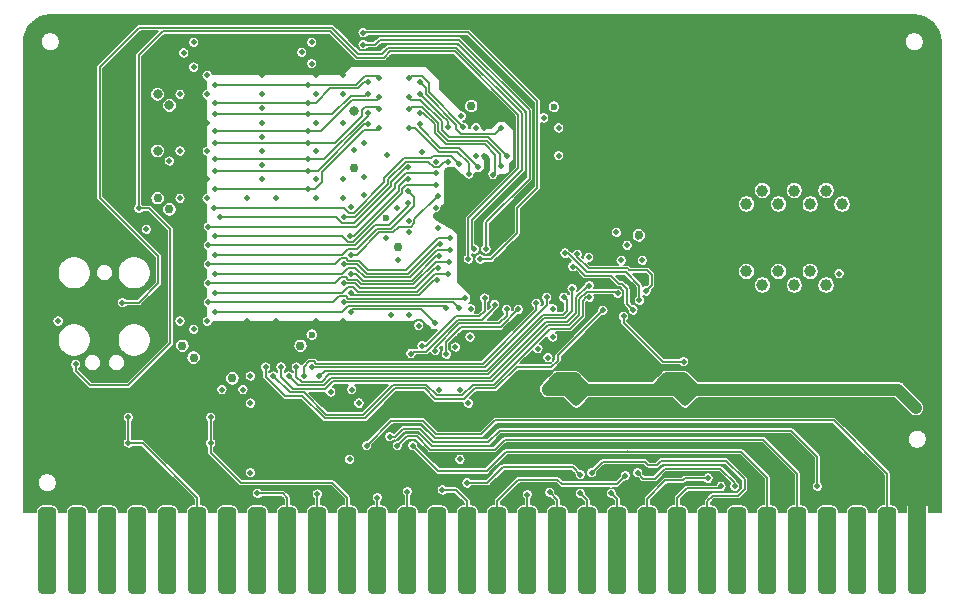
<source format=gbl>
G04 #@! TF.GenerationSoftware,KiCad,Pcbnew,(5.1.5-0-10_14)*
G04 #@! TF.CreationDate,2020-08-20T22:30:36-04:00*
G04 #@! TF.ProjectId,RAM2E,52414d32-452e-46b6-9963-61645f706362,1.1*
G04 #@! TF.SameCoordinates,Original*
G04 #@! TF.FileFunction,Copper,L4,Bot*
G04 #@! TF.FilePolarity,Positive*
%FSLAX46Y46*%
G04 Gerber Fmt 4.6, Leading zero omitted, Abs format (unit mm)*
G04 Created by KiCad (PCBNEW (5.1.5-0-10_14)) date 2020-08-20 22:30:36*
%MOMM*%
%LPD*%
G04 APERTURE LIST*
%ADD10C,2.000000*%
%ADD11C,0.100000*%
%ADD12C,0.500000*%
%ADD13C,0.762000*%
%ADD14C,1.000000*%
%ADD15C,0.600000*%
%ADD16C,0.800000*%
%ADD17C,0.508000*%
%ADD18C,0.508000*%
%ADD19C,1.000000*%
%ADD20C,0.500000*%
%ADD21C,1.524000*%
%ADD22C,0.150000*%
%ADD23C,0.152400*%
%ADD24C,0.154000*%
G04 APERTURE END LIST*
D10*
X274320000Y-128397000D03*
G04 #@! TA.AperFunction,SMDPad,CuDef*
D11*
G36*
X201078345Y-131613835D02*
G01*
X201115329Y-131619321D01*
X201151598Y-131628406D01*
X201186802Y-131641002D01*
X201220602Y-131656988D01*
X201252672Y-131676210D01*
X201282704Y-131698483D01*
X201310408Y-131723592D01*
X201335517Y-131751296D01*
X201357790Y-131781328D01*
X201377012Y-131813398D01*
X201392998Y-131847198D01*
X201405594Y-131882402D01*
X201414679Y-131918671D01*
X201420165Y-131955655D01*
X201422000Y-131993000D01*
X201422000Y-138571000D01*
X201420165Y-138608345D01*
X201414679Y-138645329D01*
X201405594Y-138681598D01*
X201392998Y-138716802D01*
X201377012Y-138750602D01*
X201357790Y-138782672D01*
X201335517Y-138812704D01*
X201310408Y-138840408D01*
X201282704Y-138865517D01*
X201252672Y-138887790D01*
X201220602Y-138907012D01*
X201186802Y-138922998D01*
X201151598Y-138935594D01*
X201115329Y-138944679D01*
X201078345Y-138950165D01*
X201041000Y-138952000D01*
X200279000Y-138952000D01*
X200241655Y-138950165D01*
X200204671Y-138944679D01*
X200168402Y-138935594D01*
X200133198Y-138922998D01*
X200099398Y-138907012D01*
X200067328Y-138887790D01*
X200037296Y-138865517D01*
X200009592Y-138840408D01*
X199984483Y-138812704D01*
X199962210Y-138782672D01*
X199942988Y-138750602D01*
X199927002Y-138716802D01*
X199914406Y-138681598D01*
X199905321Y-138645329D01*
X199899835Y-138608345D01*
X199898000Y-138571000D01*
X199898000Y-131993000D01*
X199899835Y-131955655D01*
X199905321Y-131918671D01*
X199914406Y-131882402D01*
X199927002Y-131847198D01*
X199942988Y-131813398D01*
X199962210Y-131781328D01*
X199984483Y-131751296D01*
X200009592Y-131723592D01*
X200037296Y-131698483D01*
X200067328Y-131676210D01*
X200099398Y-131656988D01*
X200133198Y-131641002D01*
X200168402Y-131628406D01*
X200204671Y-131619321D01*
X200241655Y-131613835D01*
X200279000Y-131612000D01*
X201041000Y-131612000D01*
X201078345Y-131613835D01*
G37*
G04 #@! TD.AperFunction*
G04 #@! TA.AperFunction,SMDPad,CuDef*
G36*
X203618345Y-131613835D02*
G01*
X203655329Y-131619321D01*
X203691598Y-131628406D01*
X203726802Y-131641002D01*
X203760602Y-131656988D01*
X203792672Y-131676210D01*
X203822704Y-131698483D01*
X203850408Y-131723592D01*
X203875517Y-131751296D01*
X203897790Y-131781328D01*
X203917012Y-131813398D01*
X203932998Y-131847198D01*
X203945594Y-131882402D01*
X203954679Y-131918671D01*
X203960165Y-131955655D01*
X203962000Y-131993000D01*
X203962000Y-138571000D01*
X203960165Y-138608345D01*
X203954679Y-138645329D01*
X203945594Y-138681598D01*
X203932998Y-138716802D01*
X203917012Y-138750602D01*
X203897790Y-138782672D01*
X203875517Y-138812704D01*
X203850408Y-138840408D01*
X203822704Y-138865517D01*
X203792672Y-138887790D01*
X203760602Y-138907012D01*
X203726802Y-138922998D01*
X203691598Y-138935594D01*
X203655329Y-138944679D01*
X203618345Y-138950165D01*
X203581000Y-138952000D01*
X202819000Y-138952000D01*
X202781655Y-138950165D01*
X202744671Y-138944679D01*
X202708402Y-138935594D01*
X202673198Y-138922998D01*
X202639398Y-138907012D01*
X202607328Y-138887790D01*
X202577296Y-138865517D01*
X202549592Y-138840408D01*
X202524483Y-138812704D01*
X202502210Y-138782672D01*
X202482988Y-138750602D01*
X202467002Y-138716802D01*
X202454406Y-138681598D01*
X202445321Y-138645329D01*
X202439835Y-138608345D01*
X202438000Y-138571000D01*
X202438000Y-131993000D01*
X202439835Y-131955655D01*
X202445321Y-131918671D01*
X202454406Y-131882402D01*
X202467002Y-131847198D01*
X202482988Y-131813398D01*
X202502210Y-131781328D01*
X202524483Y-131751296D01*
X202549592Y-131723592D01*
X202577296Y-131698483D01*
X202607328Y-131676210D01*
X202639398Y-131656988D01*
X202673198Y-131641002D01*
X202708402Y-131628406D01*
X202744671Y-131619321D01*
X202781655Y-131613835D01*
X202819000Y-131612000D01*
X203581000Y-131612000D01*
X203618345Y-131613835D01*
G37*
G04 #@! TD.AperFunction*
G04 #@! TA.AperFunction,SMDPad,CuDef*
G36*
X206158345Y-131613835D02*
G01*
X206195329Y-131619321D01*
X206231598Y-131628406D01*
X206266802Y-131641002D01*
X206300602Y-131656988D01*
X206332672Y-131676210D01*
X206362704Y-131698483D01*
X206390408Y-131723592D01*
X206415517Y-131751296D01*
X206437790Y-131781328D01*
X206457012Y-131813398D01*
X206472998Y-131847198D01*
X206485594Y-131882402D01*
X206494679Y-131918671D01*
X206500165Y-131955655D01*
X206502000Y-131993000D01*
X206502000Y-138571000D01*
X206500165Y-138608345D01*
X206494679Y-138645329D01*
X206485594Y-138681598D01*
X206472998Y-138716802D01*
X206457012Y-138750602D01*
X206437790Y-138782672D01*
X206415517Y-138812704D01*
X206390408Y-138840408D01*
X206362704Y-138865517D01*
X206332672Y-138887790D01*
X206300602Y-138907012D01*
X206266802Y-138922998D01*
X206231598Y-138935594D01*
X206195329Y-138944679D01*
X206158345Y-138950165D01*
X206121000Y-138952000D01*
X205359000Y-138952000D01*
X205321655Y-138950165D01*
X205284671Y-138944679D01*
X205248402Y-138935594D01*
X205213198Y-138922998D01*
X205179398Y-138907012D01*
X205147328Y-138887790D01*
X205117296Y-138865517D01*
X205089592Y-138840408D01*
X205064483Y-138812704D01*
X205042210Y-138782672D01*
X205022988Y-138750602D01*
X205007002Y-138716802D01*
X204994406Y-138681598D01*
X204985321Y-138645329D01*
X204979835Y-138608345D01*
X204978000Y-138571000D01*
X204978000Y-131993000D01*
X204979835Y-131955655D01*
X204985321Y-131918671D01*
X204994406Y-131882402D01*
X205007002Y-131847198D01*
X205022988Y-131813398D01*
X205042210Y-131781328D01*
X205064483Y-131751296D01*
X205089592Y-131723592D01*
X205117296Y-131698483D01*
X205147328Y-131676210D01*
X205179398Y-131656988D01*
X205213198Y-131641002D01*
X205248402Y-131628406D01*
X205284671Y-131619321D01*
X205321655Y-131613835D01*
X205359000Y-131612000D01*
X206121000Y-131612000D01*
X206158345Y-131613835D01*
G37*
G04 #@! TD.AperFunction*
G04 #@! TA.AperFunction,SMDPad,CuDef*
G36*
X208698345Y-131613835D02*
G01*
X208735329Y-131619321D01*
X208771598Y-131628406D01*
X208806802Y-131641002D01*
X208840602Y-131656988D01*
X208872672Y-131676210D01*
X208902704Y-131698483D01*
X208930408Y-131723592D01*
X208955517Y-131751296D01*
X208977790Y-131781328D01*
X208997012Y-131813398D01*
X209012998Y-131847198D01*
X209025594Y-131882402D01*
X209034679Y-131918671D01*
X209040165Y-131955655D01*
X209042000Y-131993000D01*
X209042000Y-138571000D01*
X209040165Y-138608345D01*
X209034679Y-138645329D01*
X209025594Y-138681598D01*
X209012998Y-138716802D01*
X208997012Y-138750602D01*
X208977790Y-138782672D01*
X208955517Y-138812704D01*
X208930408Y-138840408D01*
X208902704Y-138865517D01*
X208872672Y-138887790D01*
X208840602Y-138907012D01*
X208806802Y-138922998D01*
X208771598Y-138935594D01*
X208735329Y-138944679D01*
X208698345Y-138950165D01*
X208661000Y-138952000D01*
X207899000Y-138952000D01*
X207861655Y-138950165D01*
X207824671Y-138944679D01*
X207788402Y-138935594D01*
X207753198Y-138922998D01*
X207719398Y-138907012D01*
X207687328Y-138887790D01*
X207657296Y-138865517D01*
X207629592Y-138840408D01*
X207604483Y-138812704D01*
X207582210Y-138782672D01*
X207562988Y-138750602D01*
X207547002Y-138716802D01*
X207534406Y-138681598D01*
X207525321Y-138645329D01*
X207519835Y-138608345D01*
X207518000Y-138571000D01*
X207518000Y-131993000D01*
X207519835Y-131955655D01*
X207525321Y-131918671D01*
X207534406Y-131882402D01*
X207547002Y-131847198D01*
X207562988Y-131813398D01*
X207582210Y-131781328D01*
X207604483Y-131751296D01*
X207629592Y-131723592D01*
X207657296Y-131698483D01*
X207687328Y-131676210D01*
X207719398Y-131656988D01*
X207753198Y-131641002D01*
X207788402Y-131628406D01*
X207824671Y-131619321D01*
X207861655Y-131613835D01*
X207899000Y-131612000D01*
X208661000Y-131612000D01*
X208698345Y-131613835D01*
G37*
G04 #@! TD.AperFunction*
G04 #@! TA.AperFunction,SMDPad,CuDef*
G36*
X211238345Y-131613835D02*
G01*
X211275329Y-131619321D01*
X211311598Y-131628406D01*
X211346802Y-131641002D01*
X211380602Y-131656988D01*
X211412672Y-131676210D01*
X211442704Y-131698483D01*
X211470408Y-131723592D01*
X211495517Y-131751296D01*
X211517790Y-131781328D01*
X211537012Y-131813398D01*
X211552998Y-131847198D01*
X211565594Y-131882402D01*
X211574679Y-131918671D01*
X211580165Y-131955655D01*
X211582000Y-131993000D01*
X211582000Y-138571000D01*
X211580165Y-138608345D01*
X211574679Y-138645329D01*
X211565594Y-138681598D01*
X211552998Y-138716802D01*
X211537012Y-138750602D01*
X211517790Y-138782672D01*
X211495517Y-138812704D01*
X211470408Y-138840408D01*
X211442704Y-138865517D01*
X211412672Y-138887790D01*
X211380602Y-138907012D01*
X211346802Y-138922998D01*
X211311598Y-138935594D01*
X211275329Y-138944679D01*
X211238345Y-138950165D01*
X211201000Y-138952000D01*
X210439000Y-138952000D01*
X210401655Y-138950165D01*
X210364671Y-138944679D01*
X210328402Y-138935594D01*
X210293198Y-138922998D01*
X210259398Y-138907012D01*
X210227328Y-138887790D01*
X210197296Y-138865517D01*
X210169592Y-138840408D01*
X210144483Y-138812704D01*
X210122210Y-138782672D01*
X210102988Y-138750602D01*
X210087002Y-138716802D01*
X210074406Y-138681598D01*
X210065321Y-138645329D01*
X210059835Y-138608345D01*
X210058000Y-138571000D01*
X210058000Y-131993000D01*
X210059835Y-131955655D01*
X210065321Y-131918671D01*
X210074406Y-131882402D01*
X210087002Y-131847198D01*
X210102988Y-131813398D01*
X210122210Y-131781328D01*
X210144483Y-131751296D01*
X210169592Y-131723592D01*
X210197296Y-131698483D01*
X210227328Y-131676210D01*
X210259398Y-131656988D01*
X210293198Y-131641002D01*
X210328402Y-131628406D01*
X210364671Y-131619321D01*
X210401655Y-131613835D01*
X210439000Y-131612000D01*
X211201000Y-131612000D01*
X211238345Y-131613835D01*
G37*
G04 #@! TD.AperFunction*
G04 #@! TA.AperFunction,SMDPad,CuDef*
G36*
X213778345Y-131613835D02*
G01*
X213815329Y-131619321D01*
X213851598Y-131628406D01*
X213886802Y-131641002D01*
X213920602Y-131656988D01*
X213952672Y-131676210D01*
X213982704Y-131698483D01*
X214010408Y-131723592D01*
X214035517Y-131751296D01*
X214057790Y-131781328D01*
X214077012Y-131813398D01*
X214092998Y-131847198D01*
X214105594Y-131882402D01*
X214114679Y-131918671D01*
X214120165Y-131955655D01*
X214122000Y-131993000D01*
X214122000Y-138571000D01*
X214120165Y-138608345D01*
X214114679Y-138645329D01*
X214105594Y-138681598D01*
X214092998Y-138716802D01*
X214077012Y-138750602D01*
X214057790Y-138782672D01*
X214035517Y-138812704D01*
X214010408Y-138840408D01*
X213982704Y-138865517D01*
X213952672Y-138887790D01*
X213920602Y-138907012D01*
X213886802Y-138922998D01*
X213851598Y-138935594D01*
X213815329Y-138944679D01*
X213778345Y-138950165D01*
X213741000Y-138952000D01*
X212979000Y-138952000D01*
X212941655Y-138950165D01*
X212904671Y-138944679D01*
X212868402Y-138935594D01*
X212833198Y-138922998D01*
X212799398Y-138907012D01*
X212767328Y-138887790D01*
X212737296Y-138865517D01*
X212709592Y-138840408D01*
X212684483Y-138812704D01*
X212662210Y-138782672D01*
X212642988Y-138750602D01*
X212627002Y-138716802D01*
X212614406Y-138681598D01*
X212605321Y-138645329D01*
X212599835Y-138608345D01*
X212598000Y-138571000D01*
X212598000Y-131993000D01*
X212599835Y-131955655D01*
X212605321Y-131918671D01*
X212614406Y-131882402D01*
X212627002Y-131847198D01*
X212642988Y-131813398D01*
X212662210Y-131781328D01*
X212684483Y-131751296D01*
X212709592Y-131723592D01*
X212737296Y-131698483D01*
X212767328Y-131676210D01*
X212799398Y-131656988D01*
X212833198Y-131641002D01*
X212868402Y-131628406D01*
X212904671Y-131619321D01*
X212941655Y-131613835D01*
X212979000Y-131612000D01*
X213741000Y-131612000D01*
X213778345Y-131613835D01*
G37*
G04 #@! TD.AperFunction*
G04 #@! TA.AperFunction,SMDPad,CuDef*
G36*
X216318345Y-131613835D02*
G01*
X216355329Y-131619321D01*
X216391598Y-131628406D01*
X216426802Y-131641002D01*
X216460602Y-131656988D01*
X216492672Y-131676210D01*
X216522704Y-131698483D01*
X216550408Y-131723592D01*
X216575517Y-131751296D01*
X216597790Y-131781328D01*
X216617012Y-131813398D01*
X216632998Y-131847198D01*
X216645594Y-131882402D01*
X216654679Y-131918671D01*
X216660165Y-131955655D01*
X216662000Y-131993000D01*
X216662000Y-138571000D01*
X216660165Y-138608345D01*
X216654679Y-138645329D01*
X216645594Y-138681598D01*
X216632998Y-138716802D01*
X216617012Y-138750602D01*
X216597790Y-138782672D01*
X216575517Y-138812704D01*
X216550408Y-138840408D01*
X216522704Y-138865517D01*
X216492672Y-138887790D01*
X216460602Y-138907012D01*
X216426802Y-138922998D01*
X216391598Y-138935594D01*
X216355329Y-138944679D01*
X216318345Y-138950165D01*
X216281000Y-138952000D01*
X215519000Y-138952000D01*
X215481655Y-138950165D01*
X215444671Y-138944679D01*
X215408402Y-138935594D01*
X215373198Y-138922998D01*
X215339398Y-138907012D01*
X215307328Y-138887790D01*
X215277296Y-138865517D01*
X215249592Y-138840408D01*
X215224483Y-138812704D01*
X215202210Y-138782672D01*
X215182988Y-138750602D01*
X215167002Y-138716802D01*
X215154406Y-138681598D01*
X215145321Y-138645329D01*
X215139835Y-138608345D01*
X215138000Y-138571000D01*
X215138000Y-131993000D01*
X215139835Y-131955655D01*
X215145321Y-131918671D01*
X215154406Y-131882402D01*
X215167002Y-131847198D01*
X215182988Y-131813398D01*
X215202210Y-131781328D01*
X215224483Y-131751296D01*
X215249592Y-131723592D01*
X215277296Y-131698483D01*
X215307328Y-131676210D01*
X215339398Y-131656988D01*
X215373198Y-131641002D01*
X215408402Y-131628406D01*
X215444671Y-131619321D01*
X215481655Y-131613835D01*
X215519000Y-131612000D01*
X216281000Y-131612000D01*
X216318345Y-131613835D01*
G37*
G04 #@! TD.AperFunction*
G04 #@! TA.AperFunction,SMDPad,CuDef*
G36*
X218858345Y-131613835D02*
G01*
X218895329Y-131619321D01*
X218931598Y-131628406D01*
X218966802Y-131641002D01*
X219000602Y-131656988D01*
X219032672Y-131676210D01*
X219062704Y-131698483D01*
X219090408Y-131723592D01*
X219115517Y-131751296D01*
X219137790Y-131781328D01*
X219157012Y-131813398D01*
X219172998Y-131847198D01*
X219185594Y-131882402D01*
X219194679Y-131918671D01*
X219200165Y-131955655D01*
X219202000Y-131993000D01*
X219202000Y-138571000D01*
X219200165Y-138608345D01*
X219194679Y-138645329D01*
X219185594Y-138681598D01*
X219172998Y-138716802D01*
X219157012Y-138750602D01*
X219137790Y-138782672D01*
X219115517Y-138812704D01*
X219090408Y-138840408D01*
X219062704Y-138865517D01*
X219032672Y-138887790D01*
X219000602Y-138907012D01*
X218966802Y-138922998D01*
X218931598Y-138935594D01*
X218895329Y-138944679D01*
X218858345Y-138950165D01*
X218821000Y-138952000D01*
X218059000Y-138952000D01*
X218021655Y-138950165D01*
X217984671Y-138944679D01*
X217948402Y-138935594D01*
X217913198Y-138922998D01*
X217879398Y-138907012D01*
X217847328Y-138887790D01*
X217817296Y-138865517D01*
X217789592Y-138840408D01*
X217764483Y-138812704D01*
X217742210Y-138782672D01*
X217722988Y-138750602D01*
X217707002Y-138716802D01*
X217694406Y-138681598D01*
X217685321Y-138645329D01*
X217679835Y-138608345D01*
X217678000Y-138571000D01*
X217678000Y-131993000D01*
X217679835Y-131955655D01*
X217685321Y-131918671D01*
X217694406Y-131882402D01*
X217707002Y-131847198D01*
X217722988Y-131813398D01*
X217742210Y-131781328D01*
X217764483Y-131751296D01*
X217789592Y-131723592D01*
X217817296Y-131698483D01*
X217847328Y-131676210D01*
X217879398Y-131656988D01*
X217913198Y-131641002D01*
X217948402Y-131628406D01*
X217984671Y-131619321D01*
X218021655Y-131613835D01*
X218059000Y-131612000D01*
X218821000Y-131612000D01*
X218858345Y-131613835D01*
G37*
G04 #@! TD.AperFunction*
G04 #@! TA.AperFunction,SMDPad,CuDef*
G36*
X221398345Y-131613835D02*
G01*
X221435329Y-131619321D01*
X221471598Y-131628406D01*
X221506802Y-131641002D01*
X221540602Y-131656988D01*
X221572672Y-131676210D01*
X221602704Y-131698483D01*
X221630408Y-131723592D01*
X221655517Y-131751296D01*
X221677790Y-131781328D01*
X221697012Y-131813398D01*
X221712998Y-131847198D01*
X221725594Y-131882402D01*
X221734679Y-131918671D01*
X221740165Y-131955655D01*
X221742000Y-131993000D01*
X221742000Y-138571000D01*
X221740165Y-138608345D01*
X221734679Y-138645329D01*
X221725594Y-138681598D01*
X221712998Y-138716802D01*
X221697012Y-138750602D01*
X221677790Y-138782672D01*
X221655517Y-138812704D01*
X221630408Y-138840408D01*
X221602704Y-138865517D01*
X221572672Y-138887790D01*
X221540602Y-138907012D01*
X221506802Y-138922998D01*
X221471598Y-138935594D01*
X221435329Y-138944679D01*
X221398345Y-138950165D01*
X221361000Y-138952000D01*
X220599000Y-138952000D01*
X220561655Y-138950165D01*
X220524671Y-138944679D01*
X220488402Y-138935594D01*
X220453198Y-138922998D01*
X220419398Y-138907012D01*
X220387328Y-138887790D01*
X220357296Y-138865517D01*
X220329592Y-138840408D01*
X220304483Y-138812704D01*
X220282210Y-138782672D01*
X220262988Y-138750602D01*
X220247002Y-138716802D01*
X220234406Y-138681598D01*
X220225321Y-138645329D01*
X220219835Y-138608345D01*
X220218000Y-138571000D01*
X220218000Y-131993000D01*
X220219835Y-131955655D01*
X220225321Y-131918671D01*
X220234406Y-131882402D01*
X220247002Y-131847198D01*
X220262988Y-131813398D01*
X220282210Y-131781328D01*
X220304483Y-131751296D01*
X220329592Y-131723592D01*
X220357296Y-131698483D01*
X220387328Y-131676210D01*
X220419398Y-131656988D01*
X220453198Y-131641002D01*
X220488402Y-131628406D01*
X220524671Y-131619321D01*
X220561655Y-131613835D01*
X220599000Y-131612000D01*
X221361000Y-131612000D01*
X221398345Y-131613835D01*
G37*
G04 #@! TD.AperFunction*
G04 #@! TA.AperFunction,SMDPad,CuDef*
G36*
X223938345Y-131613835D02*
G01*
X223975329Y-131619321D01*
X224011598Y-131628406D01*
X224046802Y-131641002D01*
X224080602Y-131656988D01*
X224112672Y-131676210D01*
X224142704Y-131698483D01*
X224170408Y-131723592D01*
X224195517Y-131751296D01*
X224217790Y-131781328D01*
X224237012Y-131813398D01*
X224252998Y-131847198D01*
X224265594Y-131882402D01*
X224274679Y-131918671D01*
X224280165Y-131955655D01*
X224282000Y-131993000D01*
X224282000Y-138571000D01*
X224280165Y-138608345D01*
X224274679Y-138645329D01*
X224265594Y-138681598D01*
X224252998Y-138716802D01*
X224237012Y-138750602D01*
X224217790Y-138782672D01*
X224195517Y-138812704D01*
X224170408Y-138840408D01*
X224142704Y-138865517D01*
X224112672Y-138887790D01*
X224080602Y-138907012D01*
X224046802Y-138922998D01*
X224011598Y-138935594D01*
X223975329Y-138944679D01*
X223938345Y-138950165D01*
X223901000Y-138952000D01*
X223139000Y-138952000D01*
X223101655Y-138950165D01*
X223064671Y-138944679D01*
X223028402Y-138935594D01*
X222993198Y-138922998D01*
X222959398Y-138907012D01*
X222927328Y-138887790D01*
X222897296Y-138865517D01*
X222869592Y-138840408D01*
X222844483Y-138812704D01*
X222822210Y-138782672D01*
X222802988Y-138750602D01*
X222787002Y-138716802D01*
X222774406Y-138681598D01*
X222765321Y-138645329D01*
X222759835Y-138608345D01*
X222758000Y-138571000D01*
X222758000Y-131993000D01*
X222759835Y-131955655D01*
X222765321Y-131918671D01*
X222774406Y-131882402D01*
X222787002Y-131847198D01*
X222802988Y-131813398D01*
X222822210Y-131781328D01*
X222844483Y-131751296D01*
X222869592Y-131723592D01*
X222897296Y-131698483D01*
X222927328Y-131676210D01*
X222959398Y-131656988D01*
X222993198Y-131641002D01*
X223028402Y-131628406D01*
X223064671Y-131619321D01*
X223101655Y-131613835D01*
X223139000Y-131612000D01*
X223901000Y-131612000D01*
X223938345Y-131613835D01*
G37*
G04 #@! TD.AperFunction*
G04 #@! TA.AperFunction,SMDPad,CuDef*
G36*
X226478345Y-131613835D02*
G01*
X226515329Y-131619321D01*
X226551598Y-131628406D01*
X226586802Y-131641002D01*
X226620602Y-131656988D01*
X226652672Y-131676210D01*
X226682704Y-131698483D01*
X226710408Y-131723592D01*
X226735517Y-131751296D01*
X226757790Y-131781328D01*
X226777012Y-131813398D01*
X226792998Y-131847198D01*
X226805594Y-131882402D01*
X226814679Y-131918671D01*
X226820165Y-131955655D01*
X226822000Y-131993000D01*
X226822000Y-138571000D01*
X226820165Y-138608345D01*
X226814679Y-138645329D01*
X226805594Y-138681598D01*
X226792998Y-138716802D01*
X226777012Y-138750602D01*
X226757790Y-138782672D01*
X226735517Y-138812704D01*
X226710408Y-138840408D01*
X226682704Y-138865517D01*
X226652672Y-138887790D01*
X226620602Y-138907012D01*
X226586802Y-138922998D01*
X226551598Y-138935594D01*
X226515329Y-138944679D01*
X226478345Y-138950165D01*
X226441000Y-138952000D01*
X225679000Y-138952000D01*
X225641655Y-138950165D01*
X225604671Y-138944679D01*
X225568402Y-138935594D01*
X225533198Y-138922998D01*
X225499398Y-138907012D01*
X225467328Y-138887790D01*
X225437296Y-138865517D01*
X225409592Y-138840408D01*
X225384483Y-138812704D01*
X225362210Y-138782672D01*
X225342988Y-138750602D01*
X225327002Y-138716802D01*
X225314406Y-138681598D01*
X225305321Y-138645329D01*
X225299835Y-138608345D01*
X225298000Y-138571000D01*
X225298000Y-131993000D01*
X225299835Y-131955655D01*
X225305321Y-131918671D01*
X225314406Y-131882402D01*
X225327002Y-131847198D01*
X225342988Y-131813398D01*
X225362210Y-131781328D01*
X225384483Y-131751296D01*
X225409592Y-131723592D01*
X225437296Y-131698483D01*
X225467328Y-131676210D01*
X225499398Y-131656988D01*
X225533198Y-131641002D01*
X225568402Y-131628406D01*
X225604671Y-131619321D01*
X225641655Y-131613835D01*
X225679000Y-131612000D01*
X226441000Y-131612000D01*
X226478345Y-131613835D01*
G37*
G04 #@! TD.AperFunction*
G04 #@! TA.AperFunction,SMDPad,CuDef*
G36*
X229018345Y-131613835D02*
G01*
X229055329Y-131619321D01*
X229091598Y-131628406D01*
X229126802Y-131641002D01*
X229160602Y-131656988D01*
X229192672Y-131676210D01*
X229222704Y-131698483D01*
X229250408Y-131723592D01*
X229275517Y-131751296D01*
X229297790Y-131781328D01*
X229317012Y-131813398D01*
X229332998Y-131847198D01*
X229345594Y-131882402D01*
X229354679Y-131918671D01*
X229360165Y-131955655D01*
X229362000Y-131993000D01*
X229362000Y-138571000D01*
X229360165Y-138608345D01*
X229354679Y-138645329D01*
X229345594Y-138681598D01*
X229332998Y-138716802D01*
X229317012Y-138750602D01*
X229297790Y-138782672D01*
X229275517Y-138812704D01*
X229250408Y-138840408D01*
X229222704Y-138865517D01*
X229192672Y-138887790D01*
X229160602Y-138907012D01*
X229126802Y-138922998D01*
X229091598Y-138935594D01*
X229055329Y-138944679D01*
X229018345Y-138950165D01*
X228981000Y-138952000D01*
X228219000Y-138952000D01*
X228181655Y-138950165D01*
X228144671Y-138944679D01*
X228108402Y-138935594D01*
X228073198Y-138922998D01*
X228039398Y-138907012D01*
X228007328Y-138887790D01*
X227977296Y-138865517D01*
X227949592Y-138840408D01*
X227924483Y-138812704D01*
X227902210Y-138782672D01*
X227882988Y-138750602D01*
X227867002Y-138716802D01*
X227854406Y-138681598D01*
X227845321Y-138645329D01*
X227839835Y-138608345D01*
X227838000Y-138571000D01*
X227838000Y-131993000D01*
X227839835Y-131955655D01*
X227845321Y-131918671D01*
X227854406Y-131882402D01*
X227867002Y-131847198D01*
X227882988Y-131813398D01*
X227902210Y-131781328D01*
X227924483Y-131751296D01*
X227949592Y-131723592D01*
X227977296Y-131698483D01*
X228007328Y-131676210D01*
X228039398Y-131656988D01*
X228073198Y-131641002D01*
X228108402Y-131628406D01*
X228144671Y-131619321D01*
X228181655Y-131613835D01*
X228219000Y-131612000D01*
X228981000Y-131612000D01*
X229018345Y-131613835D01*
G37*
G04 #@! TD.AperFunction*
G04 #@! TA.AperFunction,SMDPad,CuDef*
G36*
X231558345Y-131613835D02*
G01*
X231595329Y-131619321D01*
X231631598Y-131628406D01*
X231666802Y-131641002D01*
X231700602Y-131656988D01*
X231732672Y-131676210D01*
X231762704Y-131698483D01*
X231790408Y-131723592D01*
X231815517Y-131751296D01*
X231837790Y-131781328D01*
X231857012Y-131813398D01*
X231872998Y-131847198D01*
X231885594Y-131882402D01*
X231894679Y-131918671D01*
X231900165Y-131955655D01*
X231902000Y-131993000D01*
X231902000Y-138571000D01*
X231900165Y-138608345D01*
X231894679Y-138645329D01*
X231885594Y-138681598D01*
X231872998Y-138716802D01*
X231857012Y-138750602D01*
X231837790Y-138782672D01*
X231815517Y-138812704D01*
X231790408Y-138840408D01*
X231762704Y-138865517D01*
X231732672Y-138887790D01*
X231700602Y-138907012D01*
X231666802Y-138922998D01*
X231631598Y-138935594D01*
X231595329Y-138944679D01*
X231558345Y-138950165D01*
X231521000Y-138952000D01*
X230759000Y-138952000D01*
X230721655Y-138950165D01*
X230684671Y-138944679D01*
X230648402Y-138935594D01*
X230613198Y-138922998D01*
X230579398Y-138907012D01*
X230547328Y-138887790D01*
X230517296Y-138865517D01*
X230489592Y-138840408D01*
X230464483Y-138812704D01*
X230442210Y-138782672D01*
X230422988Y-138750602D01*
X230407002Y-138716802D01*
X230394406Y-138681598D01*
X230385321Y-138645329D01*
X230379835Y-138608345D01*
X230378000Y-138571000D01*
X230378000Y-131993000D01*
X230379835Y-131955655D01*
X230385321Y-131918671D01*
X230394406Y-131882402D01*
X230407002Y-131847198D01*
X230422988Y-131813398D01*
X230442210Y-131781328D01*
X230464483Y-131751296D01*
X230489592Y-131723592D01*
X230517296Y-131698483D01*
X230547328Y-131676210D01*
X230579398Y-131656988D01*
X230613198Y-131641002D01*
X230648402Y-131628406D01*
X230684671Y-131619321D01*
X230721655Y-131613835D01*
X230759000Y-131612000D01*
X231521000Y-131612000D01*
X231558345Y-131613835D01*
G37*
G04 #@! TD.AperFunction*
G04 #@! TA.AperFunction,SMDPad,CuDef*
G36*
X234098345Y-131613835D02*
G01*
X234135329Y-131619321D01*
X234171598Y-131628406D01*
X234206802Y-131641002D01*
X234240602Y-131656988D01*
X234272672Y-131676210D01*
X234302704Y-131698483D01*
X234330408Y-131723592D01*
X234355517Y-131751296D01*
X234377790Y-131781328D01*
X234397012Y-131813398D01*
X234412998Y-131847198D01*
X234425594Y-131882402D01*
X234434679Y-131918671D01*
X234440165Y-131955655D01*
X234442000Y-131993000D01*
X234442000Y-138571000D01*
X234440165Y-138608345D01*
X234434679Y-138645329D01*
X234425594Y-138681598D01*
X234412998Y-138716802D01*
X234397012Y-138750602D01*
X234377790Y-138782672D01*
X234355517Y-138812704D01*
X234330408Y-138840408D01*
X234302704Y-138865517D01*
X234272672Y-138887790D01*
X234240602Y-138907012D01*
X234206802Y-138922998D01*
X234171598Y-138935594D01*
X234135329Y-138944679D01*
X234098345Y-138950165D01*
X234061000Y-138952000D01*
X233299000Y-138952000D01*
X233261655Y-138950165D01*
X233224671Y-138944679D01*
X233188402Y-138935594D01*
X233153198Y-138922998D01*
X233119398Y-138907012D01*
X233087328Y-138887790D01*
X233057296Y-138865517D01*
X233029592Y-138840408D01*
X233004483Y-138812704D01*
X232982210Y-138782672D01*
X232962988Y-138750602D01*
X232947002Y-138716802D01*
X232934406Y-138681598D01*
X232925321Y-138645329D01*
X232919835Y-138608345D01*
X232918000Y-138571000D01*
X232918000Y-131993000D01*
X232919835Y-131955655D01*
X232925321Y-131918671D01*
X232934406Y-131882402D01*
X232947002Y-131847198D01*
X232962988Y-131813398D01*
X232982210Y-131781328D01*
X233004483Y-131751296D01*
X233029592Y-131723592D01*
X233057296Y-131698483D01*
X233087328Y-131676210D01*
X233119398Y-131656988D01*
X233153198Y-131641002D01*
X233188402Y-131628406D01*
X233224671Y-131619321D01*
X233261655Y-131613835D01*
X233299000Y-131612000D01*
X234061000Y-131612000D01*
X234098345Y-131613835D01*
G37*
G04 #@! TD.AperFunction*
G04 #@! TA.AperFunction,SMDPad,CuDef*
G36*
X236638345Y-131613835D02*
G01*
X236675329Y-131619321D01*
X236711598Y-131628406D01*
X236746802Y-131641002D01*
X236780602Y-131656988D01*
X236812672Y-131676210D01*
X236842704Y-131698483D01*
X236870408Y-131723592D01*
X236895517Y-131751296D01*
X236917790Y-131781328D01*
X236937012Y-131813398D01*
X236952998Y-131847198D01*
X236965594Y-131882402D01*
X236974679Y-131918671D01*
X236980165Y-131955655D01*
X236982000Y-131993000D01*
X236982000Y-138571000D01*
X236980165Y-138608345D01*
X236974679Y-138645329D01*
X236965594Y-138681598D01*
X236952998Y-138716802D01*
X236937012Y-138750602D01*
X236917790Y-138782672D01*
X236895517Y-138812704D01*
X236870408Y-138840408D01*
X236842704Y-138865517D01*
X236812672Y-138887790D01*
X236780602Y-138907012D01*
X236746802Y-138922998D01*
X236711598Y-138935594D01*
X236675329Y-138944679D01*
X236638345Y-138950165D01*
X236601000Y-138952000D01*
X235839000Y-138952000D01*
X235801655Y-138950165D01*
X235764671Y-138944679D01*
X235728402Y-138935594D01*
X235693198Y-138922998D01*
X235659398Y-138907012D01*
X235627328Y-138887790D01*
X235597296Y-138865517D01*
X235569592Y-138840408D01*
X235544483Y-138812704D01*
X235522210Y-138782672D01*
X235502988Y-138750602D01*
X235487002Y-138716802D01*
X235474406Y-138681598D01*
X235465321Y-138645329D01*
X235459835Y-138608345D01*
X235458000Y-138571000D01*
X235458000Y-131993000D01*
X235459835Y-131955655D01*
X235465321Y-131918671D01*
X235474406Y-131882402D01*
X235487002Y-131847198D01*
X235502988Y-131813398D01*
X235522210Y-131781328D01*
X235544483Y-131751296D01*
X235569592Y-131723592D01*
X235597296Y-131698483D01*
X235627328Y-131676210D01*
X235659398Y-131656988D01*
X235693198Y-131641002D01*
X235728402Y-131628406D01*
X235764671Y-131619321D01*
X235801655Y-131613835D01*
X235839000Y-131612000D01*
X236601000Y-131612000D01*
X236638345Y-131613835D01*
G37*
G04 #@! TD.AperFunction*
G04 #@! TA.AperFunction,SMDPad,CuDef*
G36*
X239178345Y-131613835D02*
G01*
X239215329Y-131619321D01*
X239251598Y-131628406D01*
X239286802Y-131641002D01*
X239320602Y-131656988D01*
X239352672Y-131676210D01*
X239382704Y-131698483D01*
X239410408Y-131723592D01*
X239435517Y-131751296D01*
X239457790Y-131781328D01*
X239477012Y-131813398D01*
X239492998Y-131847198D01*
X239505594Y-131882402D01*
X239514679Y-131918671D01*
X239520165Y-131955655D01*
X239522000Y-131993000D01*
X239522000Y-138571000D01*
X239520165Y-138608345D01*
X239514679Y-138645329D01*
X239505594Y-138681598D01*
X239492998Y-138716802D01*
X239477012Y-138750602D01*
X239457790Y-138782672D01*
X239435517Y-138812704D01*
X239410408Y-138840408D01*
X239382704Y-138865517D01*
X239352672Y-138887790D01*
X239320602Y-138907012D01*
X239286802Y-138922998D01*
X239251598Y-138935594D01*
X239215329Y-138944679D01*
X239178345Y-138950165D01*
X239141000Y-138952000D01*
X238379000Y-138952000D01*
X238341655Y-138950165D01*
X238304671Y-138944679D01*
X238268402Y-138935594D01*
X238233198Y-138922998D01*
X238199398Y-138907012D01*
X238167328Y-138887790D01*
X238137296Y-138865517D01*
X238109592Y-138840408D01*
X238084483Y-138812704D01*
X238062210Y-138782672D01*
X238042988Y-138750602D01*
X238027002Y-138716802D01*
X238014406Y-138681598D01*
X238005321Y-138645329D01*
X237999835Y-138608345D01*
X237998000Y-138571000D01*
X237998000Y-131993000D01*
X237999835Y-131955655D01*
X238005321Y-131918671D01*
X238014406Y-131882402D01*
X238027002Y-131847198D01*
X238042988Y-131813398D01*
X238062210Y-131781328D01*
X238084483Y-131751296D01*
X238109592Y-131723592D01*
X238137296Y-131698483D01*
X238167328Y-131676210D01*
X238199398Y-131656988D01*
X238233198Y-131641002D01*
X238268402Y-131628406D01*
X238304671Y-131619321D01*
X238341655Y-131613835D01*
X238379000Y-131612000D01*
X239141000Y-131612000D01*
X239178345Y-131613835D01*
G37*
G04 #@! TD.AperFunction*
G04 #@! TA.AperFunction,SMDPad,CuDef*
G36*
X241718345Y-131613835D02*
G01*
X241755329Y-131619321D01*
X241791598Y-131628406D01*
X241826802Y-131641002D01*
X241860602Y-131656988D01*
X241892672Y-131676210D01*
X241922704Y-131698483D01*
X241950408Y-131723592D01*
X241975517Y-131751296D01*
X241997790Y-131781328D01*
X242017012Y-131813398D01*
X242032998Y-131847198D01*
X242045594Y-131882402D01*
X242054679Y-131918671D01*
X242060165Y-131955655D01*
X242062000Y-131993000D01*
X242062000Y-138571000D01*
X242060165Y-138608345D01*
X242054679Y-138645329D01*
X242045594Y-138681598D01*
X242032998Y-138716802D01*
X242017012Y-138750602D01*
X241997790Y-138782672D01*
X241975517Y-138812704D01*
X241950408Y-138840408D01*
X241922704Y-138865517D01*
X241892672Y-138887790D01*
X241860602Y-138907012D01*
X241826802Y-138922998D01*
X241791598Y-138935594D01*
X241755329Y-138944679D01*
X241718345Y-138950165D01*
X241681000Y-138952000D01*
X240919000Y-138952000D01*
X240881655Y-138950165D01*
X240844671Y-138944679D01*
X240808402Y-138935594D01*
X240773198Y-138922998D01*
X240739398Y-138907012D01*
X240707328Y-138887790D01*
X240677296Y-138865517D01*
X240649592Y-138840408D01*
X240624483Y-138812704D01*
X240602210Y-138782672D01*
X240582988Y-138750602D01*
X240567002Y-138716802D01*
X240554406Y-138681598D01*
X240545321Y-138645329D01*
X240539835Y-138608345D01*
X240538000Y-138571000D01*
X240538000Y-131993000D01*
X240539835Y-131955655D01*
X240545321Y-131918671D01*
X240554406Y-131882402D01*
X240567002Y-131847198D01*
X240582988Y-131813398D01*
X240602210Y-131781328D01*
X240624483Y-131751296D01*
X240649592Y-131723592D01*
X240677296Y-131698483D01*
X240707328Y-131676210D01*
X240739398Y-131656988D01*
X240773198Y-131641002D01*
X240808402Y-131628406D01*
X240844671Y-131619321D01*
X240881655Y-131613835D01*
X240919000Y-131612000D01*
X241681000Y-131612000D01*
X241718345Y-131613835D01*
G37*
G04 #@! TD.AperFunction*
G04 #@! TA.AperFunction,SMDPad,CuDef*
G36*
X244258345Y-131613835D02*
G01*
X244295329Y-131619321D01*
X244331598Y-131628406D01*
X244366802Y-131641002D01*
X244400602Y-131656988D01*
X244432672Y-131676210D01*
X244462704Y-131698483D01*
X244490408Y-131723592D01*
X244515517Y-131751296D01*
X244537790Y-131781328D01*
X244557012Y-131813398D01*
X244572998Y-131847198D01*
X244585594Y-131882402D01*
X244594679Y-131918671D01*
X244600165Y-131955655D01*
X244602000Y-131993000D01*
X244602000Y-138571000D01*
X244600165Y-138608345D01*
X244594679Y-138645329D01*
X244585594Y-138681598D01*
X244572998Y-138716802D01*
X244557012Y-138750602D01*
X244537790Y-138782672D01*
X244515517Y-138812704D01*
X244490408Y-138840408D01*
X244462704Y-138865517D01*
X244432672Y-138887790D01*
X244400602Y-138907012D01*
X244366802Y-138922998D01*
X244331598Y-138935594D01*
X244295329Y-138944679D01*
X244258345Y-138950165D01*
X244221000Y-138952000D01*
X243459000Y-138952000D01*
X243421655Y-138950165D01*
X243384671Y-138944679D01*
X243348402Y-138935594D01*
X243313198Y-138922998D01*
X243279398Y-138907012D01*
X243247328Y-138887790D01*
X243217296Y-138865517D01*
X243189592Y-138840408D01*
X243164483Y-138812704D01*
X243142210Y-138782672D01*
X243122988Y-138750602D01*
X243107002Y-138716802D01*
X243094406Y-138681598D01*
X243085321Y-138645329D01*
X243079835Y-138608345D01*
X243078000Y-138571000D01*
X243078000Y-131993000D01*
X243079835Y-131955655D01*
X243085321Y-131918671D01*
X243094406Y-131882402D01*
X243107002Y-131847198D01*
X243122988Y-131813398D01*
X243142210Y-131781328D01*
X243164483Y-131751296D01*
X243189592Y-131723592D01*
X243217296Y-131698483D01*
X243247328Y-131676210D01*
X243279398Y-131656988D01*
X243313198Y-131641002D01*
X243348402Y-131628406D01*
X243384671Y-131619321D01*
X243421655Y-131613835D01*
X243459000Y-131612000D01*
X244221000Y-131612000D01*
X244258345Y-131613835D01*
G37*
G04 #@! TD.AperFunction*
G04 #@! TA.AperFunction,SMDPad,CuDef*
G36*
X246798345Y-131613835D02*
G01*
X246835329Y-131619321D01*
X246871598Y-131628406D01*
X246906802Y-131641002D01*
X246940602Y-131656988D01*
X246972672Y-131676210D01*
X247002704Y-131698483D01*
X247030408Y-131723592D01*
X247055517Y-131751296D01*
X247077790Y-131781328D01*
X247097012Y-131813398D01*
X247112998Y-131847198D01*
X247125594Y-131882402D01*
X247134679Y-131918671D01*
X247140165Y-131955655D01*
X247142000Y-131993000D01*
X247142000Y-138571000D01*
X247140165Y-138608345D01*
X247134679Y-138645329D01*
X247125594Y-138681598D01*
X247112998Y-138716802D01*
X247097012Y-138750602D01*
X247077790Y-138782672D01*
X247055517Y-138812704D01*
X247030408Y-138840408D01*
X247002704Y-138865517D01*
X246972672Y-138887790D01*
X246940602Y-138907012D01*
X246906802Y-138922998D01*
X246871598Y-138935594D01*
X246835329Y-138944679D01*
X246798345Y-138950165D01*
X246761000Y-138952000D01*
X245999000Y-138952000D01*
X245961655Y-138950165D01*
X245924671Y-138944679D01*
X245888402Y-138935594D01*
X245853198Y-138922998D01*
X245819398Y-138907012D01*
X245787328Y-138887790D01*
X245757296Y-138865517D01*
X245729592Y-138840408D01*
X245704483Y-138812704D01*
X245682210Y-138782672D01*
X245662988Y-138750602D01*
X245647002Y-138716802D01*
X245634406Y-138681598D01*
X245625321Y-138645329D01*
X245619835Y-138608345D01*
X245618000Y-138571000D01*
X245618000Y-131993000D01*
X245619835Y-131955655D01*
X245625321Y-131918671D01*
X245634406Y-131882402D01*
X245647002Y-131847198D01*
X245662988Y-131813398D01*
X245682210Y-131781328D01*
X245704483Y-131751296D01*
X245729592Y-131723592D01*
X245757296Y-131698483D01*
X245787328Y-131676210D01*
X245819398Y-131656988D01*
X245853198Y-131641002D01*
X245888402Y-131628406D01*
X245924671Y-131619321D01*
X245961655Y-131613835D01*
X245999000Y-131612000D01*
X246761000Y-131612000D01*
X246798345Y-131613835D01*
G37*
G04 #@! TD.AperFunction*
G04 #@! TA.AperFunction,SMDPad,CuDef*
G36*
X249338345Y-131613835D02*
G01*
X249375329Y-131619321D01*
X249411598Y-131628406D01*
X249446802Y-131641002D01*
X249480602Y-131656988D01*
X249512672Y-131676210D01*
X249542704Y-131698483D01*
X249570408Y-131723592D01*
X249595517Y-131751296D01*
X249617790Y-131781328D01*
X249637012Y-131813398D01*
X249652998Y-131847198D01*
X249665594Y-131882402D01*
X249674679Y-131918671D01*
X249680165Y-131955655D01*
X249682000Y-131993000D01*
X249682000Y-138571000D01*
X249680165Y-138608345D01*
X249674679Y-138645329D01*
X249665594Y-138681598D01*
X249652998Y-138716802D01*
X249637012Y-138750602D01*
X249617790Y-138782672D01*
X249595517Y-138812704D01*
X249570408Y-138840408D01*
X249542704Y-138865517D01*
X249512672Y-138887790D01*
X249480602Y-138907012D01*
X249446802Y-138922998D01*
X249411598Y-138935594D01*
X249375329Y-138944679D01*
X249338345Y-138950165D01*
X249301000Y-138952000D01*
X248539000Y-138952000D01*
X248501655Y-138950165D01*
X248464671Y-138944679D01*
X248428402Y-138935594D01*
X248393198Y-138922998D01*
X248359398Y-138907012D01*
X248327328Y-138887790D01*
X248297296Y-138865517D01*
X248269592Y-138840408D01*
X248244483Y-138812704D01*
X248222210Y-138782672D01*
X248202988Y-138750602D01*
X248187002Y-138716802D01*
X248174406Y-138681598D01*
X248165321Y-138645329D01*
X248159835Y-138608345D01*
X248158000Y-138571000D01*
X248158000Y-131993000D01*
X248159835Y-131955655D01*
X248165321Y-131918671D01*
X248174406Y-131882402D01*
X248187002Y-131847198D01*
X248202988Y-131813398D01*
X248222210Y-131781328D01*
X248244483Y-131751296D01*
X248269592Y-131723592D01*
X248297296Y-131698483D01*
X248327328Y-131676210D01*
X248359398Y-131656988D01*
X248393198Y-131641002D01*
X248428402Y-131628406D01*
X248464671Y-131619321D01*
X248501655Y-131613835D01*
X248539000Y-131612000D01*
X249301000Y-131612000D01*
X249338345Y-131613835D01*
G37*
G04 #@! TD.AperFunction*
G04 #@! TA.AperFunction,SMDPad,CuDef*
G36*
X251878345Y-131613835D02*
G01*
X251915329Y-131619321D01*
X251951598Y-131628406D01*
X251986802Y-131641002D01*
X252020602Y-131656988D01*
X252052672Y-131676210D01*
X252082704Y-131698483D01*
X252110408Y-131723592D01*
X252135517Y-131751296D01*
X252157790Y-131781328D01*
X252177012Y-131813398D01*
X252192998Y-131847198D01*
X252205594Y-131882402D01*
X252214679Y-131918671D01*
X252220165Y-131955655D01*
X252222000Y-131993000D01*
X252222000Y-138571000D01*
X252220165Y-138608345D01*
X252214679Y-138645329D01*
X252205594Y-138681598D01*
X252192998Y-138716802D01*
X252177012Y-138750602D01*
X252157790Y-138782672D01*
X252135517Y-138812704D01*
X252110408Y-138840408D01*
X252082704Y-138865517D01*
X252052672Y-138887790D01*
X252020602Y-138907012D01*
X251986802Y-138922998D01*
X251951598Y-138935594D01*
X251915329Y-138944679D01*
X251878345Y-138950165D01*
X251841000Y-138952000D01*
X251079000Y-138952000D01*
X251041655Y-138950165D01*
X251004671Y-138944679D01*
X250968402Y-138935594D01*
X250933198Y-138922998D01*
X250899398Y-138907012D01*
X250867328Y-138887790D01*
X250837296Y-138865517D01*
X250809592Y-138840408D01*
X250784483Y-138812704D01*
X250762210Y-138782672D01*
X250742988Y-138750602D01*
X250727002Y-138716802D01*
X250714406Y-138681598D01*
X250705321Y-138645329D01*
X250699835Y-138608345D01*
X250698000Y-138571000D01*
X250698000Y-131993000D01*
X250699835Y-131955655D01*
X250705321Y-131918671D01*
X250714406Y-131882402D01*
X250727002Y-131847198D01*
X250742988Y-131813398D01*
X250762210Y-131781328D01*
X250784483Y-131751296D01*
X250809592Y-131723592D01*
X250837296Y-131698483D01*
X250867328Y-131676210D01*
X250899398Y-131656988D01*
X250933198Y-131641002D01*
X250968402Y-131628406D01*
X251004671Y-131619321D01*
X251041655Y-131613835D01*
X251079000Y-131612000D01*
X251841000Y-131612000D01*
X251878345Y-131613835D01*
G37*
G04 #@! TD.AperFunction*
G04 #@! TA.AperFunction,SMDPad,CuDef*
G36*
X254418345Y-131613835D02*
G01*
X254455329Y-131619321D01*
X254491598Y-131628406D01*
X254526802Y-131641002D01*
X254560602Y-131656988D01*
X254592672Y-131676210D01*
X254622704Y-131698483D01*
X254650408Y-131723592D01*
X254675517Y-131751296D01*
X254697790Y-131781328D01*
X254717012Y-131813398D01*
X254732998Y-131847198D01*
X254745594Y-131882402D01*
X254754679Y-131918671D01*
X254760165Y-131955655D01*
X254762000Y-131993000D01*
X254762000Y-138571000D01*
X254760165Y-138608345D01*
X254754679Y-138645329D01*
X254745594Y-138681598D01*
X254732998Y-138716802D01*
X254717012Y-138750602D01*
X254697790Y-138782672D01*
X254675517Y-138812704D01*
X254650408Y-138840408D01*
X254622704Y-138865517D01*
X254592672Y-138887790D01*
X254560602Y-138907012D01*
X254526802Y-138922998D01*
X254491598Y-138935594D01*
X254455329Y-138944679D01*
X254418345Y-138950165D01*
X254381000Y-138952000D01*
X253619000Y-138952000D01*
X253581655Y-138950165D01*
X253544671Y-138944679D01*
X253508402Y-138935594D01*
X253473198Y-138922998D01*
X253439398Y-138907012D01*
X253407328Y-138887790D01*
X253377296Y-138865517D01*
X253349592Y-138840408D01*
X253324483Y-138812704D01*
X253302210Y-138782672D01*
X253282988Y-138750602D01*
X253267002Y-138716802D01*
X253254406Y-138681598D01*
X253245321Y-138645329D01*
X253239835Y-138608345D01*
X253238000Y-138571000D01*
X253238000Y-131993000D01*
X253239835Y-131955655D01*
X253245321Y-131918671D01*
X253254406Y-131882402D01*
X253267002Y-131847198D01*
X253282988Y-131813398D01*
X253302210Y-131781328D01*
X253324483Y-131751296D01*
X253349592Y-131723592D01*
X253377296Y-131698483D01*
X253407328Y-131676210D01*
X253439398Y-131656988D01*
X253473198Y-131641002D01*
X253508402Y-131628406D01*
X253544671Y-131619321D01*
X253581655Y-131613835D01*
X253619000Y-131612000D01*
X254381000Y-131612000D01*
X254418345Y-131613835D01*
G37*
G04 #@! TD.AperFunction*
G04 #@! TA.AperFunction,SMDPad,CuDef*
G36*
X256958345Y-131613835D02*
G01*
X256995329Y-131619321D01*
X257031598Y-131628406D01*
X257066802Y-131641002D01*
X257100602Y-131656988D01*
X257132672Y-131676210D01*
X257162704Y-131698483D01*
X257190408Y-131723592D01*
X257215517Y-131751296D01*
X257237790Y-131781328D01*
X257257012Y-131813398D01*
X257272998Y-131847198D01*
X257285594Y-131882402D01*
X257294679Y-131918671D01*
X257300165Y-131955655D01*
X257302000Y-131993000D01*
X257302000Y-138571000D01*
X257300165Y-138608345D01*
X257294679Y-138645329D01*
X257285594Y-138681598D01*
X257272998Y-138716802D01*
X257257012Y-138750602D01*
X257237790Y-138782672D01*
X257215517Y-138812704D01*
X257190408Y-138840408D01*
X257162704Y-138865517D01*
X257132672Y-138887790D01*
X257100602Y-138907012D01*
X257066802Y-138922998D01*
X257031598Y-138935594D01*
X256995329Y-138944679D01*
X256958345Y-138950165D01*
X256921000Y-138952000D01*
X256159000Y-138952000D01*
X256121655Y-138950165D01*
X256084671Y-138944679D01*
X256048402Y-138935594D01*
X256013198Y-138922998D01*
X255979398Y-138907012D01*
X255947328Y-138887790D01*
X255917296Y-138865517D01*
X255889592Y-138840408D01*
X255864483Y-138812704D01*
X255842210Y-138782672D01*
X255822988Y-138750602D01*
X255807002Y-138716802D01*
X255794406Y-138681598D01*
X255785321Y-138645329D01*
X255779835Y-138608345D01*
X255778000Y-138571000D01*
X255778000Y-131993000D01*
X255779835Y-131955655D01*
X255785321Y-131918671D01*
X255794406Y-131882402D01*
X255807002Y-131847198D01*
X255822988Y-131813398D01*
X255842210Y-131781328D01*
X255864483Y-131751296D01*
X255889592Y-131723592D01*
X255917296Y-131698483D01*
X255947328Y-131676210D01*
X255979398Y-131656988D01*
X256013198Y-131641002D01*
X256048402Y-131628406D01*
X256084671Y-131619321D01*
X256121655Y-131613835D01*
X256159000Y-131612000D01*
X256921000Y-131612000D01*
X256958345Y-131613835D01*
G37*
G04 #@! TD.AperFunction*
G04 #@! TA.AperFunction,SMDPad,CuDef*
G36*
X259498345Y-131613835D02*
G01*
X259535329Y-131619321D01*
X259571598Y-131628406D01*
X259606802Y-131641002D01*
X259640602Y-131656988D01*
X259672672Y-131676210D01*
X259702704Y-131698483D01*
X259730408Y-131723592D01*
X259755517Y-131751296D01*
X259777790Y-131781328D01*
X259797012Y-131813398D01*
X259812998Y-131847198D01*
X259825594Y-131882402D01*
X259834679Y-131918671D01*
X259840165Y-131955655D01*
X259842000Y-131993000D01*
X259842000Y-138571000D01*
X259840165Y-138608345D01*
X259834679Y-138645329D01*
X259825594Y-138681598D01*
X259812998Y-138716802D01*
X259797012Y-138750602D01*
X259777790Y-138782672D01*
X259755517Y-138812704D01*
X259730408Y-138840408D01*
X259702704Y-138865517D01*
X259672672Y-138887790D01*
X259640602Y-138907012D01*
X259606802Y-138922998D01*
X259571598Y-138935594D01*
X259535329Y-138944679D01*
X259498345Y-138950165D01*
X259461000Y-138952000D01*
X258699000Y-138952000D01*
X258661655Y-138950165D01*
X258624671Y-138944679D01*
X258588402Y-138935594D01*
X258553198Y-138922998D01*
X258519398Y-138907012D01*
X258487328Y-138887790D01*
X258457296Y-138865517D01*
X258429592Y-138840408D01*
X258404483Y-138812704D01*
X258382210Y-138782672D01*
X258362988Y-138750602D01*
X258347002Y-138716802D01*
X258334406Y-138681598D01*
X258325321Y-138645329D01*
X258319835Y-138608345D01*
X258318000Y-138571000D01*
X258318000Y-131993000D01*
X258319835Y-131955655D01*
X258325321Y-131918671D01*
X258334406Y-131882402D01*
X258347002Y-131847198D01*
X258362988Y-131813398D01*
X258382210Y-131781328D01*
X258404483Y-131751296D01*
X258429592Y-131723592D01*
X258457296Y-131698483D01*
X258487328Y-131676210D01*
X258519398Y-131656988D01*
X258553198Y-131641002D01*
X258588402Y-131628406D01*
X258624671Y-131619321D01*
X258661655Y-131613835D01*
X258699000Y-131612000D01*
X259461000Y-131612000D01*
X259498345Y-131613835D01*
G37*
G04 #@! TD.AperFunction*
G04 #@! TA.AperFunction,SMDPad,CuDef*
G36*
X262038345Y-131613835D02*
G01*
X262075329Y-131619321D01*
X262111598Y-131628406D01*
X262146802Y-131641002D01*
X262180602Y-131656988D01*
X262212672Y-131676210D01*
X262242704Y-131698483D01*
X262270408Y-131723592D01*
X262295517Y-131751296D01*
X262317790Y-131781328D01*
X262337012Y-131813398D01*
X262352998Y-131847198D01*
X262365594Y-131882402D01*
X262374679Y-131918671D01*
X262380165Y-131955655D01*
X262382000Y-131993000D01*
X262382000Y-138571000D01*
X262380165Y-138608345D01*
X262374679Y-138645329D01*
X262365594Y-138681598D01*
X262352998Y-138716802D01*
X262337012Y-138750602D01*
X262317790Y-138782672D01*
X262295517Y-138812704D01*
X262270408Y-138840408D01*
X262242704Y-138865517D01*
X262212672Y-138887790D01*
X262180602Y-138907012D01*
X262146802Y-138922998D01*
X262111598Y-138935594D01*
X262075329Y-138944679D01*
X262038345Y-138950165D01*
X262001000Y-138952000D01*
X261239000Y-138952000D01*
X261201655Y-138950165D01*
X261164671Y-138944679D01*
X261128402Y-138935594D01*
X261093198Y-138922998D01*
X261059398Y-138907012D01*
X261027328Y-138887790D01*
X260997296Y-138865517D01*
X260969592Y-138840408D01*
X260944483Y-138812704D01*
X260922210Y-138782672D01*
X260902988Y-138750602D01*
X260887002Y-138716802D01*
X260874406Y-138681598D01*
X260865321Y-138645329D01*
X260859835Y-138608345D01*
X260858000Y-138571000D01*
X260858000Y-131993000D01*
X260859835Y-131955655D01*
X260865321Y-131918671D01*
X260874406Y-131882402D01*
X260887002Y-131847198D01*
X260902988Y-131813398D01*
X260922210Y-131781328D01*
X260944483Y-131751296D01*
X260969592Y-131723592D01*
X260997296Y-131698483D01*
X261027328Y-131676210D01*
X261059398Y-131656988D01*
X261093198Y-131641002D01*
X261128402Y-131628406D01*
X261164671Y-131619321D01*
X261201655Y-131613835D01*
X261239000Y-131612000D01*
X262001000Y-131612000D01*
X262038345Y-131613835D01*
G37*
G04 #@! TD.AperFunction*
G04 #@! TA.AperFunction,SMDPad,CuDef*
G36*
X264578345Y-131613835D02*
G01*
X264615329Y-131619321D01*
X264651598Y-131628406D01*
X264686802Y-131641002D01*
X264720602Y-131656988D01*
X264752672Y-131676210D01*
X264782704Y-131698483D01*
X264810408Y-131723592D01*
X264835517Y-131751296D01*
X264857790Y-131781328D01*
X264877012Y-131813398D01*
X264892998Y-131847198D01*
X264905594Y-131882402D01*
X264914679Y-131918671D01*
X264920165Y-131955655D01*
X264922000Y-131993000D01*
X264922000Y-138571000D01*
X264920165Y-138608345D01*
X264914679Y-138645329D01*
X264905594Y-138681598D01*
X264892998Y-138716802D01*
X264877012Y-138750602D01*
X264857790Y-138782672D01*
X264835517Y-138812704D01*
X264810408Y-138840408D01*
X264782704Y-138865517D01*
X264752672Y-138887790D01*
X264720602Y-138907012D01*
X264686802Y-138922998D01*
X264651598Y-138935594D01*
X264615329Y-138944679D01*
X264578345Y-138950165D01*
X264541000Y-138952000D01*
X263779000Y-138952000D01*
X263741655Y-138950165D01*
X263704671Y-138944679D01*
X263668402Y-138935594D01*
X263633198Y-138922998D01*
X263599398Y-138907012D01*
X263567328Y-138887790D01*
X263537296Y-138865517D01*
X263509592Y-138840408D01*
X263484483Y-138812704D01*
X263462210Y-138782672D01*
X263442988Y-138750602D01*
X263427002Y-138716802D01*
X263414406Y-138681598D01*
X263405321Y-138645329D01*
X263399835Y-138608345D01*
X263398000Y-138571000D01*
X263398000Y-131993000D01*
X263399835Y-131955655D01*
X263405321Y-131918671D01*
X263414406Y-131882402D01*
X263427002Y-131847198D01*
X263442988Y-131813398D01*
X263462210Y-131781328D01*
X263484483Y-131751296D01*
X263509592Y-131723592D01*
X263537296Y-131698483D01*
X263567328Y-131676210D01*
X263599398Y-131656988D01*
X263633198Y-131641002D01*
X263668402Y-131628406D01*
X263704671Y-131619321D01*
X263741655Y-131613835D01*
X263779000Y-131612000D01*
X264541000Y-131612000D01*
X264578345Y-131613835D01*
G37*
G04 #@! TD.AperFunction*
G04 #@! TA.AperFunction,SMDPad,CuDef*
G36*
X267118345Y-131613835D02*
G01*
X267155329Y-131619321D01*
X267191598Y-131628406D01*
X267226802Y-131641002D01*
X267260602Y-131656988D01*
X267292672Y-131676210D01*
X267322704Y-131698483D01*
X267350408Y-131723592D01*
X267375517Y-131751296D01*
X267397790Y-131781328D01*
X267417012Y-131813398D01*
X267432998Y-131847198D01*
X267445594Y-131882402D01*
X267454679Y-131918671D01*
X267460165Y-131955655D01*
X267462000Y-131993000D01*
X267462000Y-138571000D01*
X267460165Y-138608345D01*
X267454679Y-138645329D01*
X267445594Y-138681598D01*
X267432998Y-138716802D01*
X267417012Y-138750602D01*
X267397790Y-138782672D01*
X267375517Y-138812704D01*
X267350408Y-138840408D01*
X267322704Y-138865517D01*
X267292672Y-138887790D01*
X267260602Y-138907012D01*
X267226802Y-138922998D01*
X267191598Y-138935594D01*
X267155329Y-138944679D01*
X267118345Y-138950165D01*
X267081000Y-138952000D01*
X266319000Y-138952000D01*
X266281655Y-138950165D01*
X266244671Y-138944679D01*
X266208402Y-138935594D01*
X266173198Y-138922998D01*
X266139398Y-138907012D01*
X266107328Y-138887790D01*
X266077296Y-138865517D01*
X266049592Y-138840408D01*
X266024483Y-138812704D01*
X266002210Y-138782672D01*
X265982988Y-138750602D01*
X265967002Y-138716802D01*
X265954406Y-138681598D01*
X265945321Y-138645329D01*
X265939835Y-138608345D01*
X265938000Y-138571000D01*
X265938000Y-131993000D01*
X265939835Y-131955655D01*
X265945321Y-131918671D01*
X265954406Y-131882402D01*
X265967002Y-131847198D01*
X265982988Y-131813398D01*
X266002210Y-131781328D01*
X266024483Y-131751296D01*
X266049592Y-131723592D01*
X266077296Y-131698483D01*
X266107328Y-131676210D01*
X266139398Y-131656988D01*
X266173198Y-131641002D01*
X266208402Y-131628406D01*
X266244671Y-131619321D01*
X266281655Y-131613835D01*
X266319000Y-131612000D01*
X267081000Y-131612000D01*
X267118345Y-131613835D01*
G37*
G04 #@! TD.AperFunction*
G04 #@! TA.AperFunction,SMDPad,CuDef*
G36*
X269658345Y-131613835D02*
G01*
X269695329Y-131619321D01*
X269731598Y-131628406D01*
X269766802Y-131641002D01*
X269800602Y-131656988D01*
X269832672Y-131676210D01*
X269862704Y-131698483D01*
X269890408Y-131723592D01*
X269915517Y-131751296D01*
X269937790Y-131781328D01*
X269957012Y-131813398D01*
X269972998Y-131847198D01*
X269985594Y-131882402D01*
X269994679Y-131918671D01*
X270000165Y-131955655D01*
X270002000Y-131993000D01*
X270002000Y-138571000D01*
X270000165Y-138608345D01*
X269994679Y-138645329D01*
X269985594Y-138681598D01*
X269972998Y-138716802D01*
X269957012Y-138750602D01*
X269937790Y-138782672D01*
X269915517Y-138812704D01*
X269890408Y-138840408D01*
X269862704Y-138865517D01*
X269832672Y-138887790D01*
X269800602Y-138907012D01*
X269766802Y-138922998D01*
X269731598Y-138935594D01*
X269695329Y-138944679D01*
X269658345Y-138950165D01*
X269621000Y-138952000D01*
X268859000Y-138952000D01*
X268821655Y-138950165D01*
X268784671Y-138944679D01*
X268748402Y-138935594D01*
X268713198Y-138922998D01*
X268679398Y-138907012D01*
X268647328Y-138887790D01*
X268617296Y-138865517D01*
X268589592Y-138840408D01*
X268564483Y-138812704D01*
X268542210Y-138782672D01*
X268522988Y-138750602D01*
X268507002Y-138716802D01*
X268494406Y-138681598D01*
X268485321Y-138645329D01*
X268479835Y-138608345D01*
X268478000Y-138571000D01*
X268478000Y-131993000D01*
X268479835Y-131955655D01*
X268485321Y-131918671D01*
X268494406Y-131882402D01*
X268507002Y-131847198D01*
X268522988Y-131813398D01*
X268542210Y-131781328D01*
X268564483Y-131751296D01*
X268589592Y-131723592D01*
X268617296Y-131698483D01*
X268647328Y-131676210D01*
X268679398Y-131656988D01*
X268713198Y-131641002D01*
X268748402Y-131628406D01*
X268784671Y-131619321D01*
X268821655Y-131613835D01*
X268859000Y-131612000D01*
X269621000Y-131612000D01*
X269658345Y-131613835D01*
G37*
G04 #@! TD.AperFunction*
G04 #@! TA.AperFunction,SMDPad,CuDef*
G36*
X272198345Y-131613835D02*
G01*
X272235329Y-131619321D01*
X272271598Y-131628406D01*
X272306802Y-131641002D01*
X272340602Y-131656988D01*
X272372672Y-131676210D01*
X272402704Y-131698483D01*
X272430408Y-131723592D01*
X272455517Y-131751296D01*
X272477790Y-131781328D01*
X272497012Y-131813398D01*
X272512998Y-131847198D01*
X272525594Y-131882402D01*
X272534679Y-131918671D01*
X272540165Y-131955655D01*
X272542000Y-131993000D01*
X272542000Y-138571000D01*
X272540165Y-138608345D01*
X272534679Y-138645329D01*
X272525594Y-138681598D01*
X272512998Y-138716802D01*
X272497012Y-138750602D01*
X272477790Y-138782672D01*
X272455517Y-138812704D01*
X272430408Y-138840408D01*
X272402704Y-138865517D01*
X272372672Y-138887790D01*
X272340602Y-138907012D01*
X272306802Y-138922998D01*
X272271598Y-138935594D01*
X272235329Y-138944679D01*
X272198345Y-138950165D01*
X272161000Y-138952000D01*
X271399000Y-138952000D01*
X271361655Y-138950165D01*
X271324671Y-138944679D01*
X271288402Y-138935594D01*
X271253198Y-138922998D01*
X271219398Y-138907012D01*
X271187328Y-138887790D01*
X271157296Y-138865517D01*
X271129592Y-138840408D01*
X271104483Y-138812704D01*
X271082210Y-138782672D01*
X271062988Y-138750602D01*
X271047002Y-138716802D01*
X271034406Y-138681598D01*
X271025321Y-138645329D01*
X271019835Y-138608345D01*
X271018000Y-138571000D01*
X271018000Y-131993000D01*
X271019835Y-131955655D01*
X271025321Y-131918671D01*
X271034406Y-131882402D01*
X271047002Y-131847198D01*
X271062988Y-131813398D01*
X271082210Y-131781328D01*
X271104483Y-131751296D01*
X271129592Y-131723592D01*
X271157296Y-131698483D01*
X271187328Y-131676210D01*
X271219398Y-131656988D01*
X271253198Y-131641002D01*
X271288402Y-131628406D01*
X271324671Y-131619321D01*
X271361655Y-131613835D01*
X271399000Y-131612000D01*
X272161000Y-131612000D01*
X272198345Y-131613835D01*
G37*
G04 #@! TD.AperFunction*
G04 #@! TA.AperFunction,SMDPad,CuDef*
G36*
X274738345Y-131613835D02*
G01*
X274775329Y-131619321D01*
X274811598Y-131628406D01*
X274846802Y-131641002D01*
X274880602Y-131656988D01*
X274912672Y-131676210D01*
X274942704Y-131698483D01*
X274970408Y-131723592D01*
X274995517Y-131751296D01*
X275017790Y-131781328D01*
X275037012Y-131813398D01*
X275052998Y-131847198D01*
X275065594Y-131882402D01*
X275074679Y-131918671D01*
X275080165Y-131955655D01*
X275082000Y-131993000D01*
X275082000Y-138571000D01*
X275080165Y-138608345D01*
X275074679Y-138645329D01*
X275065594Y-138681598D01*
X275052998Y-138716802D01*
X275037012Y-138750602D01*
X275017790Y-138782672D01*
X274995517Y-138812704D01*
X274970408Y-138840408D01*
X274942704Y-138865517D01*
X274912672Y-138887790D01*
X274880602Y-138907012D01*
X274846802Y-138922998D01*
X274811598Y-138935594D01*
X274775329Y-138944679D01*
X274738345Y-138950165D01*
X274701000Y-138952000D01*
X273939000Y-138952000D01*
X273901655Y-138950165D01*
X273864671Y-138944679D01*
X273828402Y-138935594D01*
X273793198Y-138922998D01*
X273759398Y-138907012D01*
X273727328Y-138887790D01*
X273697296Y-138865517D01*
X273669592Y-138840408D01*
X273644483Y-138812704D01*
X273622210Y-138782672D01*
X273602988Y-138750602D01*
X273587002Y-138716802D01*
X273574406Y-138681598D01*
X273565321Y-138645329D01*
X273559835Y-138608345D01*
X273558000Y-138571000D01*
X273558000Y-131993000D01*
X273559835Y-131955655D01*
X273565321Y-131918671D01*
X273574406Y-131882402D01*
X273587002Y-131847198D01*
X273602988Y-131813398D01*
X273622210Y-131781328D01*
X273644483Y-131751296D01*
X273669592Y-131723592D01*
X273697296Y-131698483D01*
X273727328Y-131676210D01*
X273759398Y-131656988D01*
X273793198Y-131641002D01*
X273828402Y-131628406D01*
X273864671Y-131619321D01*
X273901655Y-131613835D01*
X273939000Y-131612000D01*
X274701000Y-131612000D01*
X274738345Y-131613835D01*
G37*
G04 #@! TD.AperFunction*
D12*
X245450000Y-120500000D03*
X243050000Y-121650000D03*
X244825000Y-121650000D03*
X245450000Y-122800000D03*
X254650000Y-120500000D03*
X252250000Y-121650000D03*
X254025000Y-121650000D03*
X254650000Y-122800000D03*
D13*
X243925000Y-120700000D03*
X253125000Y-120700000D03*
D14*
X274193000Y-123190000D03*
D12*
X245400000Y-118200000D03*
X226400000Y-106200000D03*
X237650000Y-101900000D03*
X233550000Y-106950000D03*
X244650000Y-101850000D03*
X244150000Y-114800000D03*
X237200000Y-114750000D03*
X246500000Y-109750000D03*
X230300000Y-106250000D03*
X214200000Y-99050000D03*
X211900000Y-103850000D03*
X214200000Y-103850000D03*
X223400000Y-115850000D03*
X225700000Y-115850000D03*
X223400000Y-95050000D03*
X225700000Y-95050000D03*
X223400000Y-96650000D03*
X225700000Y-96650000D03*
X223400000Y-101450000D03*
X225700000Y-105450000D03*
X223400000Y-105450000D03*
D13*
X214550000Y-118950000D03*
X214550000Y-116950000D03*
X215500000Y-117950000D03*
X210000000Y-103950000D03*
D12*
X211000000Y-103100000D03*
D13*
X211000000Y-99000000D03*
X244550000Y-119050000D03*
D12*
X231250000Y-107350000D03*
X248850000Y-107350000D03*
X244650000Y-99500000D03*
D15*
X229350000Y-107100000D03*
D13*
X238050000Y-97650000D03*
X245050000Y-97650000D03*
D12*
X235625000Y-123150000D03*
D13*
X233750000Y-123150000D03*
D12*
X242775000Y-127550000D03*
X242125000Y-126400000D03*
X242125000Y-128700000D03*
X251325000Y-126400000D03*
X251975000Y-127550000D03*
X251325000Y-128700000D03*
X260525000Y-126400000D03*
X261175000Y-127550000D03*
X260525000Y-128700000D03*
D13*
X215350000Y-123150000D03*
D12*
X223725000Y-126400000D03*
D13*
X216325000Y-124100000D03*
D12*
X217225000Y-123150000D03*
X223725000Y-128700000D03*
D13*
X242950000Y-123150000D03*
D12*
X254025000Y-123150000D03*
D13*
X252150000Y-123150000D03*
D12*
X244825000Y-123150000D03*
X226425000Y-123150000D03*
D13*
X224550000Y-123150000D03*
D12*
X233575000Y-127550000D03*
X232925000Y-128700000D03*
X245900000Y-98650000D03*
X227700000Y-122800000D03*
X218500000Y-122800000D03*
X227475000Y-105150000D03*
X248850000Y-109800000D03*
X250300000Y-113150000D03*
X229750000Y-115350000D03*
X228900000Y-116250000D03*
X229750000Y-117150000D03*
D16*
X210000000Y-95150000D03*
X211000000Y-94200000D03*
X210000000Y-99950000D03*
D12*
X245450000Y-126400000D03*
X254650000Y-126400000D03*
D15*
X219710000Y-131191000D03*
X222250000Y-131191000D03*
X224790000Y-131191000D03*
X227330000Y-131191000D03*
X229870000Y-131191000D03*
X232410000Y-131191000D03*
X234950000Y-131191000D03*
X217170000Y-131191000D03*
X214630000Y-131191000D03*
X212090000Y-131191000D03*
X209550000Y-131191000D03*
X204470000Y-131191000D03*
X201930000Y-131191000D03*
X199136000Y-131191000D03*
X265430000Y-131191000D03*
X262890000Y-131191000D03*
X260350000Y-131191000D03*
X257810000Y-131191000D03*
X255270000Y-131191000D03*
X252730000Y-131191000D03*
X250190000Y-131191000D03*
X247650000Y-131191000D03*
X245110000Y-131191000D03*
X242570000Y-131191000D03*
X240030000Y-131191000D03*
X237490000Y-131191000D03*
X275844000Y-118364000D03*
X275844000Y-108204000D03*
X275844000Y-103124000D03*
X199136000Y-93091000D03*
X275844000Y-98044000D03*
X272923000Y-90424000D03*
X199771000Y-90932000D03*
X267970000Y-90424000D03*
X262890000Y-90424000D03*
X257810000Y-90424000D03*
X252730000Y-90424000D03*
X242570000Y-90424000D03*
X247650000Y-90424000D03*
X237998000Y-90424000D03*
X227330000Y-90424000D03*
X232410000Y-90424000D03*
D12*
X222250000Y-90274000D03*
X212090000Y-90274000D03*
X217170000Y-90274000D03*
D15*
X206756000Y-90424000D03*
X202057000Y-90424000D03*
X275209000Y-90932000D03*
X199136000Y-107315000D03*
D12*
X237150000Y-117200000D03*
X244150000Y-117200000D03*
X237650000Y-99500000D03*
D15*
X199136000Y-112395000D03*
X199136000Y-117475000D03*
X199136000Y-122555000D03*
X199136000Y-128270000D03*
X275844000Y-93091000D03*
X275844000Y-131191000D03*
X270510000Y-131191000D03*
X207010000Y-131191000D03*
X267970000Y-131191000D03*
D12*
X234600000Y-103100000D03*
D15*
X275844000Y-123444000D03*
X265430000Y-92964000D03*
X260350000Y-92964000D03*
X255270000Y-92964000D03*
X267970000Y-95504000D03*
X262890000Y-95504000D03*
X257810000Y-95504000D03*
X247650000Y-95504000D03*
X229870000Y-93599000D03*
X201676000Y-125095000D03*
X204216000Y-122555000D03*
X205486000Y-120142000D03*
X209296000Y-122555000D03*
X206756000Y-125095000D03*
X273050000Y-95504000D03*
X211836000Y-125095000D03*
X211836000Y-120015000D03*
X270764000Y-123190000D03*
D12*
X218650000Y-125900000D03*
D16*
X251200000Y-112200000D03*
D15*
X205486000Y-110490000D03*
D12*
X238900000Y-98550000D03*
X242650000Y-99350000D03*
D13*
X250750000Y-107100000D03*
X249750000Y-106150000D03*
D12*
X237350000Y-118950000D03*
X224550000Y-92250000D03*
X225400000Y-93150000D03*
X238400000Y-117900000D03*
X246000000Y-119650000D03*
X242800000Y-120550000D03*
X249250000Y-112200000D03*
X237000000Y-122800000D03*
X226600000Y-101400000D03*
D15*
X219710000Y-92964000D03*
D12*
X232400000Y-118950000D03*
X227500000Y-100750000D03*
D15*
X252730000Y-95504000D03*
D12*
X255450000Y-119500000D03*
X253550000Y-117600000D03*
X229000000Y-92550000D03*
X226450000Y-91500000D03*
X241300000Y-119200000D03*
X230250000Y-124800000D03*
X254250000Y-128850000D03*
D16*
X234750000Y-124150000D03*
X225550000Y-124750000D03*
D12*
X240050000Y-102700000D03*
X240950000Y-103650000D03*
X241600000Y-104400000D03*
X250350000Y-102450000D03*
X247400000Y-98600000D03*
X247800000Y-99900000D03*
X250450000Y-116300000D03*
X240950000Y-106500000D03*
X204030000Y-114300000D03*
X206930000Y-113050000D03*
D15*
X211650000Y-113200000D03*
D14*
X267850000Y-126200000D03*
X269050000Y-124850000D03*
D15*
X265684000Y-123190000D03*
D12*
X242150000Y-96550000D03*
X241450000Y-97250000D03*
X228250000Y-91900000D03*
X244850000Y-105250000D03*
X233600000Y-102350000D03*
X232400000Y-101550000D03*
X269050000Y-127350000D03*
X249000000Y-101100000D03*
X247000000Y-119750000D03*
X217050000Y-127100000D03*
X253550000Y-111050000D03*
X220000000Y-105450000D03*
X217600000Y-105450000D03*
X218800000Y-103850000D03*
X218800000Y-101450000D03*
X218800000Y-99050000D03*
X218800000Y-96650000D03*
X218800000Y-95050000D03*
X218800000Y-102650000D03*
X218800000Y-97850000D03*
X218800000Y-100250000D03*
X220000000Y-115850000D03*
X217600000Y-115850000D03*
X237100000Y-92900000D03*
X233200000Y-94500000D03*
X201930000Y-108077000D03*
X209931000Y-107696000D03*
D15*
X205486000Y-106680000D03*
D12*
X202819000Y-109220000D03*
X202819000Y-106934000D03*
D15*
X209550000Y-92964000D03*
X199136000Y-102235000D03*
X199136000Y-97155000D03*
X201676000Y-94615000D03*
X201676000Y-99695000D03*
X201676000Y-104775000D03*
X204216000Y-97155000D03*
X204216000Y-102235000D03*
X206756000Y-99695000D03*
X206756000Y-94615000D03*
X206756000Y-104775000D03*
D14*
X259850000Y-109950000D03*
X262550000Y-109950000D03*
X261200000Y-108800000D03*
X262550000Y-107650000D03*
X263900000Y-108800000D03*
X265250000Y-107650000D03*
X265250000Y-109950000D03*
X259850000Y-107650000D03*
X266600000Y-108800000D03*
X269300000Y-112800000D03*
D15*
X270510000Y-98044000D03*
X265430000Y-98044000D03*
X260350000Y-98044000D03*
X255270000Y-98044000D03*
X250190000Y-98044000D03*
X267970000Y-100584000D03*
X262890000Y-100584000D03*
X257810000Y-100584000D03*
X273050000Y-100584000D03*
X252730000Y-100584000D03*
X255270000Y-103124000D03*
X275844000Y-113284000D03*
D14*
X267950000Y-113950000D03*
X265250000Y-113950000D03*
X262550000Y-113950000D03*
X259850000Y-113950000D03*
D12*
X267700000Y-109850000D03*
D14*
X271350000Y-113650000D03*
X272700000Y-112500000D03*
D15*
X273050000Y-105664000D03*
X272923000Y-115824000D03*
X272923000Y-120650000D03*
X268224000Y-120650000D03*
X263144000Y-120650000D03*
X260604000Y-123190000D03*
X263144000Y-125730000D03*
X273050000Y-131699000D03*
D14*
X266600000Y-103450000D03*
X261200000Y-103450000D03*
X263900000Y-103450000D03*
X269300000Y-103450000D03*
X259850000Y-102100000D03*
X267950000Y-102100000D03*
X262550000Y-102100000D03*
X265250000Y-102100000D03*
X258500000Y-103450000D03*
X258500000Y-105950000D03*
X258500000Y-108800000D03*
X258500000Y-112800000D03*
D15*
X270764000Y-118364000D03*
X270764000Y-108204000D03*
D14*
X267950000Y-107650000D03*
X269300000Y-105950000D03*
X269300000Y-108800000D03*
D12*
X230350000Y-110650000D03*
D15*
X267843000Y-115824000D03*
X265684000Y-118364000D03*
X262763000Y-115824000D03*
X257683000Y-115824000D03*
X260604000Y-118364000D03*
D12*
X235800000Y-109750000D03*
X238300000Y-111100000D03*
X238800000Y-108850000D03*
X237200000Y-108850000D03*
X229400000Y-101750000D03*
D15*
X224550000Y-116550000D03*
D12*
X214550000Y-94050000D03*
X215400000Y-93150000D03*
X214550000Y-92250000D03*
X224550000Y-94350000D03*
D13*
X225500000Y-117950000D03*
D12*
X224550000Y-118850000D03*
X230300000Y-126400000D03*
X231600000Y-126400000D03*
X257700000Y-129850000D03*
X256600000Y-129150000D03*
X243200000Y-130350000D03*
X241300000Y-130550000D03*
X214503000Y-124015500D03*
X214503000Y-126174500D03*
X229650000Y-125650000D03*
X265850000Y-129850000D03*
X218440000Y-130429000D03*
X234100000Y-130150000D03*
X231140000Y-130302000D03*
X228600000Y-130810000D03*
X223520000Y-130500000D03*
X227700000Y-126400000D03*
X249600000Y-128950000D03*
X245800000Y-130450000D03*
X248412000Y-130429000D03*
X246750000Y-128700000D03*
X250650000Y-128700000D03*
X258850000Y-129850000D03*
X236200000Y-129550000D03*
X245800000Y-128850000D03*
X242200000Y-118200000D03*
X227500000Y-103650000D03*
X236950000Y-101900000D03*
X233550000Y-106250000D03*
X243950000Y-101850000D03*
X243450000Y-114800000D03*
X246500000Y-110450000D03*
X235200000Y-118050000D03*
D17*
X214200000Y-96650000D03*
D12*
X214200000Y-101450000D03*
X211900000Y-96650000D03*
X211900000Y-101450000D03*
X211900000Y-105450000D03*
X211900000Y-115850000D03*
X214200000Y-115850000D03*
X225700000Y-99050000D03*
X223400000Y-99050000D03*
X223400000Y-103850000D03*
X225700000Y-103850000D03*
D13*
X212100000Y-117950000D03*
X213050000Y-118950000D03*
X211000000Y-106400000D03*
X210000000Y-105450000D03*
D12*
X211000000Y-102300000D03*
D13*
X226600000Y-102900000D03*
D17*
X214200000Y-95050000D03*
D12*
X243950000Y-99500000D03*
D13*
X236550000Y-97650000D03*
D12*
X235625000Y-121650000D03*
X236300000Y-122800000D03*
X233850000Y-121650000D03*
X217850000Y-120500000D03*
X215450000Y-121650000D03*
X217225000Y-121650000D03*
D13*
X216325000Y-120700000D03*
D12*
X217850000Y-122800000D03*
X226425000Y-121650000D03*
X227050000Y-122800000D03*
X224650000Y-121850000D03*
X217850000Y-128700000D03*
X235700000Y-98500000D03*
X242700000Y-98650000D03*
X231250000Y-115350000D03*
X232100000Y-116250000D03*
D17*
X214200000Y-105450000D03*
D15*
X223050000Y-117000000D03*
D16*
X210000000Y-96650000D03*
X211000000Y-97600000D03*
X210000000Y-101450000D03*
D12*
X235600000Y-127550000D03*
X226250000Y-127550000D03*
D15*
X243550000Y-97700000D03*
D12*
X223050000Y-92250000D03*
X223050000Y-94050000D03*
X243050000Y-118950000D03*
X249250000Y-110700000D03*
X251050000Y-110700000D03*
D16*
X226600000Y-98050000D03*
D12*
X236450000Y-117200000D03*
X243450000Y-117200000D03*
X236950000Y-99500000D03*
X201580000Y-115850000D03*
X236500000Y-114800000D03*
X222200000Y-93100000D03*
X209042000Y-108077000D03*
D13*
X250750000Y-108600000D03*
D12*
X231250000Y-108350000D03*
X248850000Y-108350000D03*
D13*
X230350000Y-109550000D03*
D12*
X229350000Y-108850000D03*
X233750000Y-108000000D03*
X249750000Y-109450000D03*
D14*
X259850000Y-111650000D03*
X261200000Y-112800000D03*
X262550000Y-111650000D03*
X265250000Y-111650000D03*
X263900000Y-112800000D03*
X259850000Y-105950000D03*
X261200000Y-104800000D03*
X262550000Y-105950000D03*
X263900000Y-104800000D03*
X265250000Y-105950000D03*
X266600000Y-112800000D03*
X267950000Y-105950000D03*
X266600000Y-104800000D03*
D12*
X213050000Y-116550000D03*
X213050000Y-92250000D03*
X212200000Y-93150000D03*
X213050000Y-94350000D03*
X267700000Y-111850000D03*
D13*
X222100000Y-117950000D03*
D12*
X207010000Y-114300000D03*
X236800000Y-109750000D03*
X208407000Y-106299000D03*
X203073000Y-119507000D03*
X236300000Y-110600000D03*
X227400000Y-92450000D03*
X237800000Y-109750000D03*
X227400000Y-91440000D03*
X237300000Y-110600000D03*
X222700000Y-102150000D03*
D17*
X214900000Y-102150000D03*
D12*
X227800000Y-98200000D03*
X222700000Y-100750000D03*
X214900000Y-100750000D03*
X228750000Y-97900000D03*
X222700000Y-99750000D03*
D17*
X214900000Y-99750000D03*
D12*
X228750000Y-96900000D03*
X222700000Y-98350000D03*
X214900000Y-98350000D03*
X227800000Y-96600000D03*
X222700000Y-104650000D03*
D17*
X214900000Y-104650000D03*
D12*
X228750000Y-99500000D03*
X222700000Y-103150000D03*
X214900000Y-103150000D03*
X227800000Y-99200000D03*
D17*
X222700000Y-95850000D03*
X214900000Y-95850000D03*
D12*
X228750000Y-95300000D03*
D17*
X214900000Y-97350000D03*
X222700000Y-97350000D03*
D12*
X227800000Y-95600000D03*
X225800000Y-107050000D03*
X234600000Y-102400000D03*
X231200000Y-102850000D03*
X215300000Y-107050000D03*
X214300000Y-107850000D03*
X233550000Y-103350000D03*
X231200000Y-103850000D03*
X226300000Y-108650000D03*
X214850000Y-108650000D03*
X233550000Y-104350000D03*
X231200000Y-104850000D03*
X214850000Y-110250000D03*
X233700000Y-105300000D03*
X226350000Y-110250000D03*
X231200000Y-105850000D03*
X214300000Y-109450000D03*
X214300000Y-111050000D03*
X234800000Y-108850000D03*
X225750000Y-111050000D03*
X233950000Y-109350000D03*
X214850000Y-111850000D03*
X234800000Y-109850000D03*
X226350000Y-111850000D03*
X233850000Y-110350000D03*
X214300000Y-112650000D03*
X234700000Y-110850000D03*
X225750000Y-112650000D03*
X233750000Y-111350000D03*
X214850000Y-113450000D03*
X234600000Y-111850000D03*
X226350000Y-113450000D03*
X233650000Y-112350000D03*
X226350000Y-115050000D03*
X233450000Y-116000000D03*
X214850000Y-115050000D03*
X234450000Y-114750000D03*
X225750000Y-114250000D03*
X235500000Y-114750000D03*
X214300000Y-114250000D03*
X236000000Y-113900000D03*
X237700000Y-113900000D03*
X232400000Y-117950000D03*
X238550000Y-114450000D03*
X231450000Y-118600000D03*
X239550000Y-114850000D03*
X233500000Y-118350000D03*
X234450000Y-118650000D03*
X240550000Y-114850000D03*
D17*
X214750000Y-106250000D03*
D12*
X235550000Y-102550000D03*
X219800000Y-120500000D03*
X246550000Y-113850000D03*
X219150000Y-119750000D03*
X247700000Y-114950000D03*
X221750000Y-119750000D03*
X245100000Y-113100000D03*
X221100000Y-120500000D03*
X246550000Y-112850000D03*
X222400000Y-120500000D03*
X242050000Y-114350000D03*
X223700000Y-120500000D03*
X244400000Y-113850000D03*
X223050000Y-119750000D03*
X242950000Y-113850000D03*
X220450000Y-119750000D03*
X248950000Y-113500000D03*
X250250000Y-114900000D03*
X245150000Y-111250000D03*
X251350000Y-113300000D03*
X245550000Y-110200000D03*
X250800000Y-114100000D03*
X244500000Y-110100000D03*
X254550000Y-119300000D03*
X249450000Y-115450000D03*
X239100000Y-99500000D03*
X232200000Y-95600000D03*
X231250000Y-99500000D03*
X236350000Y-103400000D03*
X232200000Y-96600000D03*
X234550000Y-99450000D03*
X239550000Y-101850000D03*
X231250000Y-96900000D03*
X231250000Y-95300000D03*
X235900000Y-99450000D03*
X232200000Y-99200000D03*
X237150000Y-102850000D03*
X231250000Y-97900000D03*
X239050000Y-102750000D03*
X232200000Y-98200000D03*
X238400000Y-103450000D03*
X207518000Y-124015500D03*
X207518000Y-126174500D03*
D18*
X245450000Y-122800000D02*
X245450000Y-120500000D01*
X254650000Y-122800000D02*
X254650000Y-120500000D01*
X254025000Y-122175000D02*
X254650000Y-122800000D01*
X254025000Y-121650000D02*
X254025000Y-122175000D01*
X254025000Y-121125000D02*
X254650000Y-120500000D01*
X254025000Y-121650000D02*
X254025000Y-121125000D01*
X244825000Y-121125000D02*
X245450000Y-120500000D01*
X244825000Y-121650000D02*
X244825000Y-121125000D01*
X244825000Y-122175000D02*
X245450000Y-122800000D01*
X244825000Y-121650000D02*
X244825000Y-122175000D01*
D19*
X254025000Y-121650000D02*
X252250000Y-121650000D01*
X252250000Y-121650000D02*
X244825000Y-121650000D01*
X244825000Y-121650000D02*
X243050000Y-121650000D01*
X243050000Y-121575000D02*
X243925000Y-120700000D01*
X243050000Y-121650000D02*
X243050000Y-121575000D01*
D20*
X246600000Y-121650000D02*
X252250000Y-121650000D01*
X245450000Y-120500000D02*
X246600000Y-121650000D01*
X245450000Y-122800000D02*
X246600000Y-121650000D01*
X245450000Y-120500000D02*
X245350000Y-120600000D01*
X245350000Y-122700000D02*
X245450000Y-122800000D01*
X245350000Y-120600000D02*
X245350000Y-122700000D01*
X245450000Y-120500000D02*
X245550000Y-120600000D01*
X245550000Y-122700000D02*
X245450000Y-122800000D01*
X244300000Y-121650000D02*
X245450000Y-122800000D01*
X243050000Y-121650000D02*
X244300000Y-121650000D01*
X244300000Y-121650000D02*
X245450000Y-120500000D01*
X244825000Y-121600000D02*
X244825000Y-121650000D01*
X243925000Y-120700000D02*
X244825000Y-121600000D01*
D19*
X243925000Y-120700000D02*
X245300000Y-120700000D01*
X245550000Y-120950000D02*
X245550000Y-121650000D01*
X245300000Y-120700000D02*
X245550000Y-120950000D01*
D20*
X245550000Y-121650000D02*
X245550000Y-122700000D01*
X245550000Y-120600000D02*
X245550000Y-121650000D01*
X254650000Y-120500000D02*
X255800000Y-121650000D01*
X254650000Y-122800000D02*
X255800000Y-121650000D01*
X254650000Y-120500000D02*
X254550000Y-120600000D01*
X254550000Y-122700000D02*
X254650000Y-122800000D01*
X254550000Y-120600000D02*
X254550000Y-122700000D01*
X254650000Y-120500000D02*
X254750000Y-120600000D01*
X254750000Y-122700000D02*
X254650000Y-122800000D01*
X254750000Y-120600000D02*
X254750000Y-122700000D01*
D19*
X252175000Y-121650000D02*
X244825000Y-121650000D01*
X253125000Y-120700000D02*
X252175000Y-121650000D01*
X254025000Y-121600000D02*
X254025000Y-121650000D01*
X253125000Y-120700000D02*
X254025000Y-121600000D01*
D20*
X253500000Y-121650000D02*
X254650000Y-122800000D01*
X252250000Y-121650000D02*
X253500000Y-121650000D01*
D19*
X254500000Y-120700000D02*
X255450000Y-121650000D01*
X253125000Y-120700000D02*
X254500000Y-120700000D01*
X272653000Y-121650000D02*
X254025000Y-121650000D01*
X274193000Y-123190000D02*
X272653000Y-121650000D01*
D21*
X274320000Y-135282000D02*
X274320000Y-128397000D01*
D20*
X237850000Y-103100000D02*
X237450000Y-103500000D01*
X237600000Y-103500000D02*
X237000000Y-103500000D01*
X237850000Y-103100000D02*
X237600000Y-103500000D01*
X237850000Y-102100000D02*
X237850000Y-103100000D01*
X237650000Y-101900000D02*
X237850000Y-102100000D01*
X237850000Y-103100000D02*
X237749999Y-103200001D01*
X237749999Y-103200001D02*
X237749999Y-103749999D01*
D22*
X264160000Y-128760000D02*
X264160000Y-135282000D01*
X261300000Y-125900000D02*
X264160000Y-128760000D01*
X239400000Y-125900000D02*
X261300000Y-125900000D01*
X238550000Y-126750000D02*
X239400000Y-125900000D01*
X233100000Y-126750000D02*
X238550000Y-126750000D01*
X231950000Y-125600000D02*
X233100000Y-126750000D01*
X231100000Y-125600000D02*
X231950000Y-125600000D01*
X230300000Y-126400000D02*
X231100000Y-125600000D01*
X249750000Y-126850000D02*
X249800000Y-126900000D01*
X261620000Y-130810000D02*
X261620000Y-135282000D01*
X259400000Y-126900000D02*
X261620000Y-129120000D01*
X237850000Y-128550000D02*
X239500000Y-126900000D01*
X261620000Y-129120000D02*
X261620000Y-130810000D01*
X233750000Y-128550000D02*
X237850000Y-128550000D01*
X239500000Y-126900000D02*
X259400000Y-126900000D01*
X231600000Y-126400000D02*
X233750000Y-128550000D01*
D23*
X254000000Y-130810000D02*
X254000000Y-135382000D01*
D22*
X254810000Y-130000000D02*
X254000000Y-130810000D01*
X257700000Y-129850000D02*
X257550000Y-130000000D01*
X257550000Y-130000000D02*
X254810000Y-130000000D01*
X254450000Y-129350000D02*
X253000000Y-129350000D01*
X254650000Y-129150000D02*
X254450000Y-129350000D01*
X253000000Y-129350000D02*
X251460000Y-130890000D01*
X251460000Y-130890000D02*
X251460000Y-135282000D01*
X256600000Y-129150000D02*
X254650000Y-129150000D01*
X243840000Y-130990000D02*
X243840000Y-135282000D01*
X243200000Y-130350000D02*
X243840000Y-130990000D01*
D23*
X241300000Y-130810000D02*
X241300000Y-135382000D01*
D22*
X241300000Y-130810000D02*
X241300000Y-130550000D01*
D23*
X226060000Y-130810000D02*
X226060000Y-135382000D01*
D22*
X217043000Y-129540000D02*
X224790000Y-129540000D01*
X224790000Y-129540000D02*
X226060000Y-130810000D01*
X214503000Y-126174500D02*
X214503000Y-124015500D01*
X214503000Y-127000000D02*
X217043000Y-129540000D01*
X214503000Y-126174500D02*
X214503000Y-127000000D01*
X265850000Y-127350000D02*
X265850000Y-129850000D01*
X263650000Y-125150000D02*
X265850000Y-127350000D01*
X238950000Y-125150000D02*
X263650000Y-125150000D01*
X238000000Y-126100000D02*
X238950000Y-125150000D01*
X233350000Y-126100000D02*
X238000000Y-126100000D01*
X232200000Y-124950000D02*
X233350000Y-126100000D01*
X230800000Y-124950000D02*
X232200000Y-124950000D01*
X230100000Y-125650000D02*
X230800000Y-124950000D01*
X229650000Y-125650000D02*
X230100000Y-125650000D01*
X220599000Y-130429000D02*
X218440000Y-130429000D01*
X220980000Y-130810000D02*
X220599000Y-130429000D01*
X220980000Y-135282000D02*
X220980000Y-130810000D01*
D23*
X236220000Y-131120000D02*
X236220000Y-135382000D01*
X234100000Y-130150000D02*
X235250000Y-130150000D01*
X235250000Y-130150000D02*
X236220000Y-131120000D01*
X231140000Y-135382000D02*
X231140000Y-130302000D01*
X228600000Y-135382000D02*
X228600000Y-130810000D01*
X223520000Y-135382000D02*
X223520000Y-130500000D01*
D22*
X271780000Y-128780000D02*
X271780000Y-135282000D01*
X267250000Y-124250000D02*
X271780000Y-128780000D01*
X237400000Y-125450000D02*
X238600000Y-124250000D01*
X233600000Y-125450000D02*
X237400000Y-125450000D01*
X238600000Y-124250000D02*
X267250000Y-124250000D01*
X227700000Y-126400000D02*
X229800000Y-124300000D01*
X232450000Y-124300000D02*
X233600000Y-125450000D01*
X229800000Y-124300000D02*
X232450000Y-124300000D01*
X238760000Y-131064000D02*
X238760000Y-135282000D01*
X249600000Y-128950000D02*
X248900000Y-129650000D01*
X240538000Y-129286000D02*
X238760000Y-131064000D01*
X244204000Y-129650000D02*
X243840000Y-129286000D01*
X243840000Y-129286000D02*
X240538000Y-129286000D01*
X248900000Y-129650000D02*
X244204000Y-129650000D01*
X245800000Y-130450000D02*
X246380000Y-131030000D01*
X246380000Y-131030000D02*
X246380000Y-135282000D01*
X248920000Y-130937000D02*
X248920000Y-135282000D01*
X248412000Y-130429000D02*
X248920000Y-130937000D01*
X256540000Y-131110000D02*
X256540000Y-135282000D01*
X257000000Y-130650000D02*
X256540000Y-131110000D01*
X259150000Y-130650000D02*
X257000000Y-130650000D01*
X259700000Y-130100000D02*
X259150000Y-130650000D01*
X259700000Y-129250000D02*
X259700000Y-130100000D01*
X258150000Y-127700000D02*
X259700000Y-129250000D01*
X252600000Y-127700000D02*
X258150000Y-127700000D01*
X252250000Y-128050000D02*
X252600000Y-127700000D01*
X251550000Y-128050000D02*
X252250000Y-128050000D01*
X251250000Y-127750000D02*
X251550000Y-128050000D01*
X247700000Y-127750000D02*
X251250000Y-127750000D01*
X246750000Y-128700000D02*
X247700000Y-127750000D01*
X251100000Y-129200000D02*
X250650000Y-128750000D01*
X250650000Y-128750000D02*
X250650000Y-128700000D01*
X252950000Y-128350000D02*
X252100000Y-129200000D01*
X252100000Y-129200000D02*
X251100000Y-129200000D01*
X257650000Y-128350000D02*
X252950000Y-128350000D01*
X258850000Y-129550000D02*
X257650000Y-128350000D01*
X258850000Y-129850000D02*
X258850000Y-129550000D01*
X245150000Y-128200000D02*
X245800000Y-128850000D01*
X237900000Y-129550000D02*
X239250000Y-128200000D01*
X239250000Y-128200000D02*
X245150000Y-128200000D01*
X236200000Y-129550000D02*
X237900000Y-129550000D01*
D20*
X250750000Y-108600000D02*
X250650000Y-108700000D01*
D22*
X240850000Y-103050000D02*
X236600000Y-107300000D01*
X235300000Y-92700000D02*
X240850000Y-98250000D01*
X240850000Y-98250000D02*
X240850000Y-103050000D01*
X227000000Y-93250000D02*
X229000000Y-93250000D01*
X224750000Y-91000000D02*
X227000000Y-93250000D01*
X210058000Y-112649000D02*
X210058000Y-110363000D01*
X208466000Y-91000000D02*
X224750000Y-91000000D01*
X205105000Y-105410000D02*
X205105000Y-94361000D01*
X229550000Y-92700000D02*
X235300000Y-92700000D01*
X205105000Y-94361000D02*
X208466000Y-91000000D01*
X229000000Y-93250000D02*
X229550000Y-92700000D01*
X210058000Y-110363000D02*
X205105000Y-105410000D01*
X208407000Y-114300000D02*
X210058000Y-112649000D01*
X207010000Y-114300000D02*
X208407000Y-114300000D01*
X236600000Y-109550000D02*
X236800000Y-109750000D01*
X236600000Y-107300000D02*
X236600000Y-109550000D01*
X211074000Y-108077000D02*
X209296000Y-106299000D01*
X211074000Y-117729000D02*
X211074000Y-108077000D01*
X207518000Y-121285000D02*
X211074000Y-117729000D01*
X209296000Y-106299000D02*
X208407000Y-106299000D01*
X204315500Y-121285000D02*
X207518000Y-121285000D01*
X203073000Y-120042500D02*
X204315500Y-121285000D01*
X203073000Y-119507000D02*
X203073000Y-120042500D01*
X208407000Y-93345000D02*
X208407000Y-106299000D01*
X224600000Y-91300000D02*
X210452000Y-91300000D01*
X226850000Y-93550000D02*
X224600000Y-91300000D01*
X229700000Y-93000000D02*
X229150000Y-93550000D01*
X235150000Y-93000000D02*
X229700000Y-93000000D01*
X210452000Y-91300000D02*
X208407000Y-93345000D01*
X229150000Y-93550000D02*
X226850000Y-93550000D01*
X240550000Y-102900000D02*
X240550000Y-98400000D01*
X236300000Y-107150000D02*
X240550000Y-102900000D01*
X240550000Y-98400000D02*
X235150000Y-93000000D01*
X236300000Y-110600000D02*
X236300000Y-107150000D01*
X241500000Y-103800000D02*
X237800000Y-107500000D01*
X241500000Y-98000000D02*
X241500000Y-103800000D01*
X227400000Y-92450000D02*
X228400000Y-92450000D01*
X228800000Y-92050000D02*
X235550000Y-92050000D01*
X235550000Y-92050000D02*
X241500000Y-98000000D01*
X228400000Y-92450000D02*
X228800000Y-92050000D01*
X237800000Y-107500000D02*
X237800000Y-109750000D01*
X227440000Y-91400000D02*
X227400000Y-91440000D01*
X236300000Y-91400000D02*
X227440000Y-91400000D01*
X242150000Y-97250000D02*
X236300000Y-91400000D01*
X240450000Y-106262500D02*
X242150000Y-104562500D01*
X242150000Y-104562500D02*
X242150000Y-97250000D01*
X240450000Y-108400000D02*
X240450000Y-106262500D01*
X238250000Y-110600000D02*
X240450000Y-108400000D01*
X237300000Y-110600000D02*
X238250000Y-110600000D01*
X214900000Y-102150000D02*
X222700000Y-102150000D01*
X227800000Y-98200000D02*
X227800000Y-98450000D01*
X227800000Y-98450000D02*
X224100000Y-102150000D01*
X224100000Y-102150000D02*
X222750000Y-102150000D01*
X221149998Y-100750000D02*
X214900000Y-100750000D01*
X222700000Y-100750000D02*
X221149998Y-100750000D01*
X228550000Y-97700000D02*
X228750000Y-97900000D01*
X227600000Y-97700000D02*
X228550000Y-97700000D01*
X227300000Y-98000000D02*
X227600000Y-97700000D01*
X225050000Y-100750000D02*
X227300000Y-98500000D01*
X227300000Y-98500000D02*
X227300000Y-98000000D01*
X222700000Y-100750000D02*
X225050000Y-100750000D01*
X216559338Y-99750000D02*
X214900000Y-99750000D01*
X222700000Y-99750000D02*
X216559338Y-99750000D01*
X226500000Y-97100000D02*
X228550000Y-97100000D01*
X223850000Y-99750000D02*
X226500000Y-97100000D01*
X228550000Y-97100000D02*
X228750000Y-96900000D01*
X222700000Y-99750000D02*
X223850000Y-99750000D01*
X222700000Y-98350000D02*
X222800000Y-98250000D01*
X214900000Y-98350000D02*
X222700000Y-98350000D01*
X224800000Y-98350000D02*
X222700000Y-98350000D01*
X226350000Y-96800000D02*
X224800000Y-98350000D01*
X227600000Y-96800000D02*
X226350000Y-96800000D01*
X227800000Y-96600000D02*
X227600000Y-96800000D01*
X214900000Y-104650000D02*
X222700000Y-104650000D01*
X223350000Y-104650000D02*
X222750000Y-104650000D01*
X227450000Y-99700000D02*
X223900000Y-103250000D01*
X223900000Y-104100000D02*
X223350000Y-104650000D01*
X223900000Y-103250000D02*
X223900000Y-104100000D01*
X228750000Y-99500000D02*
X228550000Y-99700000D01*
X228550000Y-99700000D02*
X227450000Y-99700000D01*
X222700000Y-103150000D02*
X214900000Y-103150000D01*
X227500000Y-99200000D02*
X227800000Y-99200000D01*
X223550000Y-103150000D02*
X227500000Y-99200000D01*
X222700000Y-103150000D02*
X223550000Y-103150000D01*
X214900000Y-95850000D02*
X222700000Y-95850000D01*
X228550000Y-95100000D02*
X228750000Y-95300000D01*
X227550000Y-95100000D02*
X228550000Y-95100000D01*
X226800000Y-95850000D02*
X227550000Y-95100000D01*
X222700000Y-95850000D02*
X226800000Y-95850000D01*
X219049998Y-97350000D02*
X214900000Y-97350000D01*
X222700000Y-97350000D02*
X219049998Y-97350000D01*
X226950000Y-96150000D02*
X227500000Y-95600000D01*
X224600000Y-96150000D02*
X226950000Y-96150000D01*
X227500000Y-95600000D02*
X227800000Y-95600000D01*
X223400000Y-97350000D02*
X224600000Y-96150000D01*
X222700000Y-97350000D02*
X223400000Y-97350000D01*
X229500000Y-104250000D02*
X226700000Y-107050000D01*
X226700000Y-107050000D02*
X225800000Y-107050000D01*
X229500000Y-103850000D02*
X229500000Y-104250000D01*
X231000000Y-102350000D02*
X229500000Y-103850000D01*
X234600000Y-102400000D02*
X234250000Y-102400000D01*
X233800000Y-102850000D02*
X233400000Y-102850000D01*
X232900000Y-102350000D02*
X231000000Y-102350000D01*
X234250000Y-102400000D02*
X233800000Y-102850000D01*
X233400000Y-102850000D02*
X232900000Y-102350000D01*
X229800000Y-104075000D02*
X231025000Y-102850000D01*
X231025000Y-102850000D02*
X231200000Y-102850000D01*
X225100000Y-107050000D02*
X225600000Y-107550000D01*
X226650000Y-107550000D02*
X229800000Y-104400000D01*
X225600000Y-107550000D02*
X226650000Y-107550000D01*
X229800000Y-104400000D02*
X229800000Y-104075000D01*
X215300000Y-107050000D02*
X225100000Y-107050000D01*
X231000000Y-103350000D02*
X233550000Y-103350000D01*
X230100000Y-104250000D02*
X231000000Y-103350000D01*
X230100000Y-104550000D02*
X230100000Y-104250000D01*
X226800000Y-107850000D02*
X230100000Y-104550000D01*
X214300000Y-107850000D02*
X226800000Y-107850000D01*
X231000000Y-103850000D02*
X231200000Y-103850000D01*
X230400000Y-104450000D02*
X231000000Y-103850000D01*
X226625000Y-108650000D02*
X230400000Y-104875000D01*
X230400000Y-104875000D02*
X230400000Y-104450000D01*
X226300000Y-108650000D02*
X226625000Y-108650000D01*
X225600000Y-108650000D02*
X214850000Y-108650000D01*
X226100000Y-109150000D02*
X225600000Y-108650000D01*
X230700000Y-104650000D02*
X230700000Y-105000000D01*
X226550000Y-109150000D02*
X226100000Y-109150000D01*
X230700000Y-105000000D02*
X226550000Y-109150000D01*
X231000000Y-104350000D02*
X230700000Y-104650000D01*
X233550000Y-104350000D02*
X231000000Y-104350000D01*
X231200000Y-104850000D02*
X231700000Y-105350000D01*
X231700000Y-105350000D02*
X231700000Y-106100000D01*
X231700000Y-106100000D02*
X229750000Y-108050000D01*
X229750000Y-108050000D02*
X228600000Y-108050000D01*
X225650000Y-110250000D02*
X214850000Y-110250000D01*
X228600000Y-108050000D02*
X226900000Y-109750000D01*
X226900000Y-109750000D02*
X226150000Y-109750000D01*
X226150000Y-109750000D02*
X225650000Y-110250000D01*
X233700000Y-105300000D02*
X231750000Y-107250000D01*
X231750000Y-107550000D02*
X231450000Y-107850000D01*
X231450000Y-107850000D02*
X230400000Y-107850000D01*
X230400000Y-107850000D02*
X229900000Y-108350000D01*
X231750000Y-107250000D02*
X231750000Y-107550000D01*
X229900000Y-108350000D02*
X228750000Y-108350000D01*
X228750000Y-108350000D02*
X226850000Y-110250000D01*
X226850000Y-110250000D02*
X226350000Y-110250000D01*
X228450000Y-107750000D02*
X229600000Y-107750000D01*
X229600000Y-107750000D02*
X231200000Y-106150000D01*
X226750000Y-109450000D02*
X228450000Y-107750000D01*
X231200000Y-106150000D02*
X231200000Y-105850000D01*
X214300000Y-109450000D02*
X226750000Y-109450000D01*
X225550000Y-110550000D02*
X225050000Y-111050000D01*
X225950000Y-110550000D02*
X225550000Y-110550000D01*
X226150000Y-110750000D02*
X225950000Y-110550000D01*
X227850000Y-111550000D02*
X227050000Y-110750000D01*
X225050000Y-111050000D02*
X214300000Y-111050000D01*
X231050000Y-111550000D02*
X227850000Y-111550000D01*
X233750000Y-108850000D02*
X231050000Y-111550000D01*
X227050000Y-110750000D02*
X226150000Y-110750000D01*
X234800000Y-108850000D02*
X233750000Y-108850000D01*
X226900000Y-111050000D02*
X225750000Y-111050000D01*
X227700000Y-111850000D02*
X226900000Y-111050000D01*
X231200000Y-111850000D02*
X227700000Y-111850000D01*
X233700000Y-109350000D02*
X231200000Y-111850000D01*
X233950000Y-109350000D02*
X233700000Y-109350000D01*
X226150000Y-111350000D02*
X225650000Y-111850000D01*
X226750000Y-111350000D02*
X226150000Y-111350000D01*
X233650000Y-109850000D02*
X231350000Y-112150000D01*
X227550000Y-112150000D02*
X226750000Y-111350000D01*
X225650000Y-111850000D02*
X214850000Y-111850000D01*
X231350000Y-112150000D02*
X227550000Y-112150000D01*
X234800000Y-109850000D02*
X233650000Y-109850000D01*
X226800000Y-111850000D02*
X226350000Y-111850000D01*
X231500000Y-112450000D02*
X227400000Y-112450000D01*
X227400000Y-112450000D02*
X226800000Y-111850000D01*
X233600000Y-110350000D02*
X231500000Y-112450000D01*
X233850000Y-110350000D02*
X233600000Y-110350000D01*
X225050000Y-112650000D02*
X214300000Y-112650000D01*
X226850000Y-112350000D02*
X226150000Y-112350000D01*
X227250000Y-112750000D02*
X226850000Y-112350000D01*
X231650000Y-112750000D02*
X227250000Y-112750000D01*
X225550000Y-112150000D02*
X225050000Y-112650000D01*
X225950000Y-112150000D02*
X225550000Y-112150000D01*
X226150000Y-112350000D02*
X225950000Y-112150000D01*
X233550000Y-110850000D02*
X231650000Y-112750000D01*
X234700000Y-110850000D02*
X233550000Y-110850000D01*
X226700000Y-112650000D02*
X225750000Y-112650000D01*
X231800000Y-113050000D02*
X227100000Y-113050000D01*
X227100000Y-113050000D02*
X226700000Y-112650000D01*
X233500000Y-111350000D02*
X231800000Y-113050000D01*
X233750000Y-111350000D02*
X233500000Y-111350000D01*
X225650000Y-113450000D02*
X214850000Y-113450000D01*
X226150000Y-112950000D02*
X225650000Y-113450000D01*
X226550000Y-112950000D02*
X226150000Y-112950000D01*
X226950000Y-113350000D02*
X226550000Y-112950000D01*
X231950000Y-113350000D02*
X226950000Y-113350000D01*
X233450000Y-111850000D02*
X231950000Y-113350000D01*
X234600000Y-111850000D02*
X233450000Y-111850000D01*
X226550000Y-113650000D02*
X226350000Y-113450000D01*
X232100000Y-113650000D02*
X226550000Y-113650000D01*
X233400000Y-112350000D02*
X232100000Y-113650000D01*
X233650000Y-112350000D02*
X233400000Y-112350000D01*
X226550000Y-114850000D02*
X226350000Y-115050000D01*
X232300000Y-114850000D02*
X226550000Y-114850000D01*
X233450000Y-116000000D02*
X232300000Y-114850000D01*
X225650000Y-115050000D02*
X214850000Y-115050000D01*
X226150000Y-114550000D02*
X225650000Y-115050000D01*
X234250000Y-114550000D02*
X226150000Y-114550000D01*
X234450000Y-114750000D02*
X234250000Y-114550000D01*
X226750000Y-114250000D02*
X225750000Y-114250000D01*
X235000000Y-114250000D02*
X226750000Y-114250000D01*
X235500000Y-114750000D02*
X235000000Y-114250000D01*
X224850000Y-114250000D02*
X214300000Y-114250000D01*
X225950000Y-113750000D02*
X225350000Y-113750000D01*
X225350000Y-113750000D02*
X224850000Y-114250000D01*
X235950000Y-113950000D02*
X226150000Y-113950000D01*
X226150000Y-113950000D02*
X225950000Y-113750000D01*
X236000000Y-113900000D02*
X235950000Y-113950000D01*
X237700000Y-113900000D02*
X237700000Y-115000000D01*
X237700000Y-115000000D02*
X237250000Y-115450000D01*
X237250000Y-115450000D02*
X235250000Y-115450000D01*
X235250000Y-115450000D02*
X232750000Y-117950000D01*
X232750000Y-117950000D02*
X232400000Y-117950000D01*
X235400000Y-115750000D02*
X237500000Y-115750000D01*
X238550000Y-114700000D02*
X238550000Y-114450000D01*
X231600000Y-118450000D02*
X232700000Y-118450000D01*
X231450000Y-118600000D02*
X231600000Y-118450000D01*
X232700000Y-118450000D02*
X235400000Y-115750000D01*
X237500000Y-115750000D02*
X238550000Y-114700000D01*
X239550000Y-115400000D02*
X239550000Y-114850000D01*
X238900000Y-116050000D02*
X239550000Y-115400000D01*
X235550000Y-116050000D02*
X238900000Y-116050000D01*
X233500000Y-118100000D02*
X235550000Y-116050000D01*
X233500000Y-118350000D02*
X233500000Y-118100000D01*
X239050000Y-116350000D02*
X240550000Y-114850000D01*
X235700000Y-116350000D02*
X239050000Y-116350000D01*
X234400000Y-117650000D02*
X235700000Y-116350000D01*
X234400000Y-118600000D02*
X234400000Y-117650000D01*
X234450000Y-118650000D02*
X234400000Y-118600000D01*
X234850000Y-101850000D02*
X235550000Y-102550000D01*
X233350000Y-101850000D02*
X234850000Y-101850000D01*
X233150000Y-102050000D02*
X233350000Y-101850000D01*
X230850000Y-102050000D02*
X233150000Y-102050000D01*
X229200000Y-103700000D02*
X230850000Y-102050000D01*
X229200000Y-104100000D02*
X229200000Y-103700000D01*
X214750000Y-106250000D02*
X225750000Y-106250000D01*
X226200000Y-106700000D02*
X226600000Y-106700000D01*
X226600000Y-106700000D02*
X229200000Y-104100000D01*
X225750000Y-106250000D02*
X226200000Y-106700000D01*
X224300000Y-123800000D02*
X222400000Y-121900000D01*
X227400000Y-123800000D02*
X224300000Y-123800000D01*
X221200000Y-121900000D02*
X219800000Y-120500000D01*
X229950000Y-121250000D02*
X227400000Y-123800000D01*
X232750000Y-121250000D02*
X229950000Y-121250000D01*
X243200000Y-116500000D02*
X238450000Y-121250000D01*
X236700000Y-121250000D02*
X235800000Y-122150000D01*
X222400000Y-121900000D02*
X221200000Y-121900000D01*
X238450000Y-121250000D02*
X236700000Y-121250000D01*
X233650000Y-122150000D02*
X232750000Y-121250000D01*
X246550000Y-113850000D02*
X246300000Y-113850000D01*
X235800000Y-122150000D02*
X233650000Y-122150000D01*
X246000000Y-115450000D02*
X244950000Y-116500000D01*
X244950000Y-116500000D02*
X243200000Y-116500000D01*
X246000000Y-114150000D02*
X246000000Y-115450000D01*
X246300000Y-113850000D02*
X246000000Y-114150000D01*
X219150000Y-120550000D02*
X219150000Y-119750000D01*
X220800000Y-122200000D02*
X219150000Y-120550000D01*
X222250000Y-122200000D02*
X220800000Y-122200000D01*
X224150000Y-124100000D02*
X222250000Y-122200000D01*
X227550000Y-124100000D02*
X224150000Y-124100000D01*
X230100000Y-121550000D02*
X227550000Y-124100000D01*
X232600000Y-121550000D02*
X230100000Y-121550000D01*
X233500000Y-122450000D02*
X232600000Y-121550000D01*
X235950000Y-122450000D02*
X233500000Y-122450000D01*
X236850000Y-121550000D02*
X235950000Y-122450000D01*
X238600000Y-121550000D02*
X236850000Y-121550000D01*
X240400000Y-119750000D02*
X238600000Y-121550000D01*
X243350000Y-119750000D02*
X240400000Y-119750000D01*
X243900000Y-119200000D02*
X243350000Y-119750000D01*
X243900000Y-118750000D02*
X243900000Y-119200000D01*
X247700000Y-114950000D02*
X243900000Y-118750000D01*
X221750000Y-120550000D02*
X221750000Y-119750000D01*
X222200000Y-121000000D02*
X221750000Y-120550000D01*
X223900000Y-121000000D02*
X222200000Y-121000000D01*
X224550000Y-120350000D02*
X223900000Y-121000000D01*
X238000000Y-120350000D02*
X224550000Y-120350000D01*
X245100000Y-113100000D02*
X245100000Y-115000000D01*
X245100000Y-115000000D02*
X244500000Y-115600000D01*
X242750000Y-115600000D02*
X238000000Y-120350000D01*
X244500000Y-115600000D02*
X242750000Y-115600000D01*
X224050000Y-121300000D02*
X221900000Y-121300000D01*
X224700000Y-120650000D02*
X224050000Y-121300000D01*
X221900000Y-121300000D02*
X221100000Y-120500000D01*
X246400000Y-112850000D02*
X245400000Y-113850000D01*
X245400000Y-115150000D02*
X244650000Y-115900000D01*
X238150000Y-120650000D02*
X224700000Y-120650000D01*
X242900000Y-115900000D02*
X238150000Y-120650000D01*
X244650000Y-115900000D02*
X242900000Y-115900000D01*
X245400000Y-113850000D02*
X245400000Y-115150000D01*
X246550000Y-112850000D02*
X246400000Y-112850000D01*
X242050000Y-114950000D02*
X242050000Y-114350000D01*
X223250000Y-119250000D02*
X223450000Y-119450000D01*
X222400000Y-120500000D02*
X222400000Y-119700000D01*
X223450000Y-119450000D02*
X237550000Y-119450000D01*
X237550000Y-119450000D02*
X242050000Y-114950000D01*
X222400000Y-119700000D02*
X222850000Y-119250000D01*
X222850000Y-119250000D02*
X223250000Y-119250000D01*
X244400000Y-113850000D02*
X244650000Y-114100000D01*
X224150000Y-120050000D02*
X223700000Y-120500000D01*
X237850000Y-120050000D02*
X224150000Y-120050000D01*
X244350000Y-115300000D02*
X242600000Y-115300000D01*
X244650000Y-115000000D02*
X244350000Y-115300000D01*
X242600000Y-115300000D02*
X237850000Y-120050000D01*
X244650000Y-114100000D02*
X244650000Y-115000000D01*
X237700000Y-119750000D02*
X223050000Y-119750000D01*
X242950000Y-114500000D02*
X237700000Y-119750000D01*
X242950000Y-113850000D02*
X242950000Y-114500000D01*
X220450000Y-120600000D02*
X220450000Y-119750000D01*
X224200000Y-121600000D02*
X221450000Y-121600000D01*
X221450000Y-121600000D02*
X220450000Y-120600000D01*
X224850000Y-120950000D02*
X224200000Y-121600000D01*
X243050000Y-116200000D02*
X238300000Y-120950000D01*
X244800000Y-116200000D02*
X243050000Y-116200000D01*
X245700000Y-115300000D02*
X244800000Y-116200000D01*
X238300000Y-120950000D02*
X224850000Y-120950000D01*
X245700000Y-114000000D02*
X245700000Y-115300000D01*
X246350000Y-113350000D02*
X245700000Y-114000000D01*
X248900000Y-113350000D02*
X246350000Y-113350000D01*
X249050000Y-112700000D02*
X249300000Y-112700000D01*
X248350000Y-112000000D02*
X249050000Y-112700000D01*
X246200000Y-112000000D02*
X248350000Y-112000000D01*
X249750000Y-114400000D02*
X250250000Y-114900000D01*
X245450000Y-111250000D02*
X246200000Y-112000000D01*
X249750000Y-113150000D02*
X249750000Y-114400000D01*
X249300000Y-112700000D02*
X249750000Y-113150000D01*
X245150000Y-111250000D02*
X245450000Y-111250000D01*
X245550000Y-110200000D02*
X245550000Y-110450000D01*
X251850000Y-111950000D02*
X251850000Y-112800000D01*
X245550000Y-110450000D02*
X246500000Y-111400000D01*
X251850000Y-112800000D02*
X251350000Y-113300000D01*
X251850000Y-111950000D02*
X251450000Y-111550000D01*
X251450000Y-111550000D02*
X249950000Y-111550000D01*
X249800000Y-111400000D02*
X246500000Y-111400000D01*
X249950000Y-111550000D02*
X249800000Y-111400000D01*
X244737500Y-110100000D02*
X244500000Y-110100000D01*
X246337500Y-111700000D02*
X244737500Y-110100000D01*
X250800000Y-112850000D02*
X249650000Y-111700000D01*
X249650000Y-111700000D02*
X246337500Y-111700000D01*
X250800000Y-114100000D02*
X250800000Y-112850000D01*
X252750000Y-119300000D02*
X254550000Y-119300000D01*
X249450000Y-116000000D02*
X252750000Y-119300000D01*
X249450000Y-115450000D02*
X249450000Y-116000000D01*
X232700000Y-96100000D02*
X232200000Y-95600000D01*
X232700000Y-96650000D02*
X232700000Y-96100000D01*
X235300000Y-99600000D02*
X235300000Y-99250000D01*
X238600000Y-100000000D02*
X235700000Y-100000000D01*
X235700000Y-100000000D02*
X235300000Y-99600000D01*
X235300000Y-99250000D02*
X232700000Y-96650000D01*
X239100000Y-99500000D02*
X238600000Y-100000000D01*
X235375722Y-101500000D02*
X236350000Y-102474278D01*
X233800000Y-101500000D02*
X235375722Y-101500000D01*
X231800000Y-99500000D02*
X233800000Y-101500000D01*
X236350000Y-102474278D02*
X236350000Y-103400000D01*
X231250000Y-99500000D02*
X231800000Y-99500000D01*
X234050000Y-98450000D02*
X232200000Y-96600000D01*
X234550000Y-98950000D02*
X234050000Y-98450000D01*
X234550000Y-99450000D02*
X234550000Y-98950000D01*
X234700000Y-100300000D02*
X238000000Y-100300000D01*
X234050000Y-99650000D02*
X234700000Y-100300000D01*
X234050000Y-98900000D02*
X234050000Y-99650000D01*
X232250000Y-97100000D02*
X234050000Y-98900000D01*
X238000000Y-100300000D02*
X239550000Y-101850000D01*
X231450000Y-97100000D02*
X232250000Y-97100000D01*
X231250000Y-96900000D02*
X231450000Y-97100000D01*
X231450000Y-95100000D02*
X231250000Y-95300000D01*
X233000000Y-96500000D02*
X233000000Y-95700000D01*
X235900000Y-99400000D02*
X233000000Y-96500000D01*
X232400000Y-95100000D02*
X231450000Y-95100000D01*
X233000000Y-95700000D02*
X232400000Y-95100000D01*
X235900000Y-99450000D02*
X235900000Y-99400000D01*
X232200000Y-99450000D02*
X232200000Y-99200000D01*
X235500000Y-101200000D02*
X233950000Y-101200000D01*
X233950000Y-101200000D02*
X232200000Y-99450000D01*
X237150000Y-102850000D02*
X235500000Y-101200000D01*
X233750000Y-99050000D02*
X232400000Y-97700000D01*
X231450000Y-97700000D02*
X231250000Y-97900000D01*
X232400000Y-97700000D02*
X231450000Y-97700000D01*
X233750000Y-99800000D02*
X233750000Y-99050000D01*
X238950000Y-102650000D02*
X238950000Y-101700000D01*
X234550000Y-100600000D02*
X233750000Y-99800000D01*
X237850000Y-100600000D02*
X234550000Y-100600000D01*
X238950000Y-101700000D02*
X237850000Y-100600000D01*
X239050000Y-102750000D02*
X238950000Y-102650000D01*
X233450000Y-99200000D02*
X232450000Y-98200000D01*
X233450000Y-99950000D02*
X233450000Y-99200000D01*
X234400000Y-100900000D02*
X233450000Y-99950000D01*
X238400000Y-103450000D02*
X238550000Y-103300000D01*
X237700000Y-100900000D02*
X234400000Y-100900000D01*
X238550000Y-101750000D02*
X237700000Y-100900000D01*
X232450000Y-98200000D02*
X232200000Y-98200000D01*
X238550000Y-103300000D02*
X238550000Y-101750000D01*
X207518000Y-126174500D02*
X207518000Y-124015500D01*
X208724500Y-126174500D02*
X207518000Y-126174500D01*
X213360000Y-130810000D02*
X208724500Y-126174500D01*
X213360000Y-135282000D02*
X213360000Y-130810000D01*
D24*
G36*
X274499635Y-90011986D02*
G01*
X274916753Y-90137921D01*
X275301466Y-90342477D01*
X275639121Y-90617861D01*
X275916853Y-90953583D01*
X276124089Y-91336857D01*
X276252933Y-91753085D01*
X276299994Y-92200843D01*
X276300000Y-92202498D01*
X276300001Y-132003000D01*
X275313994Y-132003000D01*
X275314118Y-131612000D01*
X275309658Y-131566716D01*
X275296449Y-131523172D01*
X275274999Y-131483042D01*
X275246132Y-131447868D01*
X275210958Y-131419001D01*
X275170828Y-131397551D01*
X275127284Y-131384342D01*
X275082000Y-131379882D01*
X274450750Y-131381000D01*
X274393000Y-131438750D01*
X274393000Y-132003000D01*
X274247000Y-132003000D01*
X274247000Y-131438750D01*
X274189250Y-131381000D01*
X273558000Y-131379882D01*
X273512716Y-131384342D01*
X273469172Y-131397551D01*
X273429042Y-131419001D01*
X273393868Y-131447868D01*
X273365001Y-131483042D01*
X273343551Y-131523172D01*
X273330342Y-131566716D01*
X273325882Y-131612000D01*
X273326006Y-132003000D01*
X272774117Y-132003000D01*
X272774117Y-131993000D01*
X272762336Y-131873387D01*
X272727446Y-131758370D01*
X272670788Y-131652370D01*
X272594539Y-131559461D01*
X272501630Y-131483212D01*
X272395630Y-131426554D01*
X272280613Y-131391664D01*
X272161000Y-131379883D01*
X272086000Y-131379883D01*
X272086000Y-128795016D01*
X272087479Y-128779999D01*
X272086000Y-128764982D01*
X272086000Y-128764973D01*
X272081572Y-128720014D01*
X272064074Y-128662332D01*
X272035660Y-128609173D01*
X272019247Y-128589174D01*
X272007000Y-128574250D01*
X272006996Y-128574246D01*
X271997421Y-128562579D01*
X271985755Y-128553005D01*
X269210266Y-125777517D01*
X273513000Y-125777517D01*
X273513000Y-125936483D01*
X273544012Y-126092393D01*
X273604846Y-126239258D01*
X273693162Y-126371433D01*
X273805567Y-126483838D01*
X273937742Y-126572154D01*
X274084607Y-126632988D01*
X274240517Y-126664000D01*
X274399483Y-126664000D01*
X274555393Y-126632988D01*
X274702258Y-126572154D01*
X274834433Y-126483838D01*
X274946838Y-126371433D01*
X275035154Y-126239258D01*
X275095988Y-126092393D01*
X275127000Y-125936483D01*
X275127000Y-125777517D01*
X275095988Y-125621607D01*
X275035154Y-125474742D01*
X274946838Y-125342567D01*
X274834433Y-125230162D01*
X274702258Y-125141846D01*
X274555393Y-125081012D01*
X274399483Y-125050000D01*
X274240517Y-125050000D01*
X274084607Y-125081012D01*
X273937742Y-125141846D01*
X273805567Y-125230162D01*
X273693162Y-125342567D01*
X273604846Y-125474742D01*
X273544012Y-125621607D01*
X273513000Y-125777517D01*
X269210266Y-125777517D01*
X267477005Y-124044257D01*
X267467421Y-124032579D01*
X267420827Y-123994340D01*
X267367668Y-123965926D01*
X267309986Y-123948428D01*
X267265027Y-123944000D01*
X267265017Y-123944000D01*
X267250000Y-123942521D01*
X267234983Y-123944000D01*
X238615016Y-123944000D01*
X238599999Y-123942521D01*
X238584982Y-123944000D01*
X238584973Y-123944000D01*
X238540014Y-123948428D01*
X238482332Y-123965926D01*
X238429173Y-123994340D01*
X238429171Y-123994341D01*
X238429172Y-123994341D01*
X238394250Y-124023000D01*
X238394246Y-124023004D01*
X238382579Y-124032579D01*
X238373004Y-124044246D01*
X237273252Y-125144000D01*
X233726749Y-125144000D01*
X232677005Y-124094257D01*
X232667421Y-124082579D01*
X232620827Y-124044340D01*
X232567668Y-124015926D01*
X232509986Y-123998428D01*
X232465027Y-123994000D01*
X232465017Y-123994000D01*
X232450000Y-123992521D01*
X232434983Y-123994000D01*
X229815016Y-123994000D01*
X229799999Y-123992521D01*
X229784982Y-123994000D01*
X229784973Y-123994000D01*
X229740014Y-123998428D01*
X229682332Y-124015926D01*
X229629173Y-124044340D01*
X229629171Y-124044341D01*
X229629172Y-124044341D01*
X229594250Y-124073000D01*
X229594246Y-124073004D01*
X229582579Y-124082579D01*
X229573004Y-124094246D01*
X227748106Y-125919146D01*
X227747374Y-125919000D01*
X227652626Y-125919000D01*
X227559698Y-125937485D01*
X227472161Y-125973744D01*
X227393381Y-126026383D01*
X227326383Y-126093381D01*
X227273744Y-126172161D01*
X227237485Y-126259698D01*
X227219000Y-126352626D01*
X227219000Y-126447374D01*
X227237485Y-126540302D01*
X227273744Y-126627839D01*
X227326383Y-126706619D01*
X227393381Y-126773617D01*
X227472161Y-126826256D01*
X227559698Y-126862515D01*
X227652626Y-126881000D01*
X227747374Y-126881000D01*
X227840302Y-126862515D01*
X227927839Y-126826256D01*
X228006619Y-126773617D01*
X228073617Y-126706619D01*
X228126256Y-126627839D01*
X228162515Y-126540302D01*
X228181000Y-126447374D01*
X228181000Y-126352626D01*
X228180854Y-126351894D01*
X229926750Y-124606000D01*
X232323252Y-124606000D01*
X233373000Y-125655749D01*
X233382579Y-125667421D01*
X233429173Y-125705660D01*
X233482332Y-125734074D01*
X233529043Y-125748244D01*
X233540014Y-125751572D01*
X233600000Y-125757480D01*
X233615027Y-125756000D01*
X237384983Y-125756000D01*
X237400000Y-125757479D01*
X237415017Y-125756000D01*
X237415027Y-125756000D01*
X237459986Y-125751572D01*
X237517668Y-125734074D01*
X237570827Y-125705660D01*
X237617421Y-125667421D01*
X237627005Y-125655743D01*
X238726750Y-124556000D01*
X267123252Y-124556000D01*
X271474000Y-128906750D01*
X271474000Y-131379883D01*
X271399000Y-131379883D01*
X271279387Y-131391664D01*
X271164370Y-131426554D01*
X271058370Y-131483212D01*
X270965461Y-131559461D01*
X270889212Y-131652370D01*
X270832554Y-131758370D01*
X270797664Y-131873387D01*
X270785883Y-131993000D01*
X270785883Y-132003000D01*
X270234117Y-132003000D01*
X270234117Y-131993000D01*
X270222336Y-131873387D01*
X270187446Y-131758370D01*
X270130788Y-131652370D01*
X270054539Y-131559461D01*
X269961630Y-131483212D01*
X269855630Y-131426554D01*
X269740613Y-131391664D01*
X269621000Y-131379883D01*
X268859000Y-131379883D01*
X268739387Y-131391664D01*
X268624370Y-131426554D01*
X268518370Y-131483212D01*
X268425461Y-131559461D01*
X268349212Y-131652370D01*
X268292554Y-131758370D01*
X268257664Y-131873387D01*
X268245883Y-131993000D01*
X268245883Y-132003000D01*
X267694117Y-132003000D01*
X267694117Y-131993000D01*
X267682336Y-131873387D01*
X267647446Y-131758370D01*
X267590788Y-131652370D01*
X267514539Y-131559461D01*
X267421630Y-131483212D01*
X267315630Y-131426554D01*
X267200613Y-131391664D01*
X267081000Y-131379883D01*
X266319000Y-131379883D01*
X266199387Y-131391664D01*
X266084370Y-131426554D01*
X265978370Y-131483212D01*
X265885461Y-131559461D01*
X265809212Y-131652370D01*
X265752554Y-131758370D01*
X265717664Y-131873387D01*
X265705883Y-131993000D01*
X265705883Y-132003000D01*
X265154117Y-132003000D01*
X265154117Y-131993000D01*
X265142336Y-131873387D01*
X265107446Y-131758370D01*
X265050788Y-131652370D01*
X264974539Y-131559461D01*
X264881630Y-131483212D01*
X264775630Y-131426554D01*
X264660613Y-131391664D01*
X264541000Y-131379883D01*
X264466000Y-131379883D01*
X264466000Y-128775017D01*
X264467479Y-128760000D01*
X264466000Y-128744983D01*
X264466000Y-128744973D01*
X264461572Y-128700014D01*
X264444074Y-128642332D01*
X264415660Y-128589173D01*
X264377421Y-128542579D01*
X264365750Y-128533001D01*
X261527005Y-125694257D01*
X261517421Y-125682579D01*
X261470827Y-125644340D01*
X261417668Y-125615926D01*
X261359986Y-125598428D01*
X261315027Y-125594000D01*
X261315017Y-125594000D01*
X261300000Y-125592521D01*
X261284983Y-125594000D01*
X239415027Y-125594000D01*
X239400000Y-125592520D01*
X239384973Y-125594000D01*
X239340014Y-125598428D01*
X239282332Y-125615926D01*
X239229173Y-125644340D01*
X239182579Y-125682579D01*
X239173000Y-125694251D01*
X238423252Y-126444000D01*
X233226749Y-126444000D01*
X232177005Y-125394257D01*
X232167421Y-125382579D01*
X232120827Y-125344340D01*
X232067668Y-125315926D01*
X232009986Y-125298428D01*
X231965027Y-125294000D01*
X231965017Y-125294000D01*
X231950000Y-125292521D01*
X231934983Y-125294000D01*
X231115017Y-125294000D01*
X231100000Y-125292521D01*
X231084983Y-125294000D01*
X231084973Y-125294000D01*
X231040014Y-125298428D01*
X230982332Y-125315926D01*
X230929173Y-125344340D01*
X230882579Y-125382579D01*
X230873000Y-125394251D01*
X230348106Y-125919146D01*
X230347374Y-125919000D01*
X230252626Y-125919000D01*
X230241865Y-125921141D01*
X230270827Y-125905660D01*
X230317421Y-125867421D01*
X230327005Y-125855744D01*
X230926750Y-125256000D01*
X232073252Y-125256000D01*
X233123000Y-126305749D01*
X233132579Y-126317421D01*
X233179173Y-126355660D01*
X233232332Y-126384074D01*
X233258200Y-126391921D01*
X233290014Y-126401572D01*
X233350000Y-126407480D01*
X233365027Y-126406000D01*
X237984983Y-126406000D01*
X238000000Y-126407479D01*
X238015017Y-126406000D01*
X238015027Y-126406000D01*
X238059986Y-126401572D01*
X238117668Y-126384074D01*
X238170827Y-126355660D01*
X238217421Y-126317421D01*
X238227005Y-126305743D01*
X239076749Y-125456000D01*
X263523252Y-125456000D01*
X265544000Y-127476749D01*
X265544001Y-129475969D01*
X265543381Y-129476383D01*
X265476383Y-129543381D01*
X265423744Y-129622161D01*
X265387485Y-129709698D01*
X265369000Y-129802626D01*
X265369000Y-129897374D01*
X265387485Y-129990302D01*
X265423744Y-130077839D01*
X265476383Y-130156619D01*
X265543381Y-130223617D01*
X265622161Y-130276256D01*
X265709698Y-130312515D01*
X265802626Y-130331000D01*
X265897374Y-130331000D01*
X265990302Y-130312515D01*
X266077839Y-130276256D01*
X266156619Y-130223617D01*
X266223617Y-130156619D01*
X266276256Y-130077839D01*
X266312515Y-129990302D01*
X266331000Y-129897374D01*
X266331000Y-129802626D01*
X266312515Y-129709698D01*
X266276256Y-129622161D01*
X266223617Y-129543381D01*
X266156619Y-129476383D01*
X266156000Y-129475969D01*
X266156000Y-127365017D01*
X266157479Y-127350000D01*
X266156000Y-127334983D01*
X266156000Y-127334973D01*
X266151572Y-127290014D01*
X266134074Y-127232332D01*
X266105660Y-127179173D01*
X266067421Y-127132579D01*
X266055750Y-127123001D01*
X263877005Y-124944257D01*
X263867421Y-124932579D01*
X263820827Y-124894340D01*
X263767668Y-124865926D01*
X263709986Y-124848428D01*
X263665027Y-124844000D01*
X263665017Y-124844000D01*
X263650000Y-124842521D01*
X263634983Y-124844000D01*
X238965017Y-124844000D01*
X238950000Y-124842521D01*
X238934983Y-124844000D01*
X238934973Y-124844000D01*
X238890014Y-124848428D01*
X238832332Y-124865926D01*
X238779172Y-124894340D01*
X238745722Y-124921792D01*
X238732579Y-124932579D01*
X238723000Y-124944251D01*
X237873252Y-125794000D01*
X233476749Y-125794000D01*
X232427005Y-124744257D01*
X232417421Y-124732579D01*
X232370827Y-124694340D01*
X232317668Y-124665926D01*
X232259986Y-124648428D01*
X232215027Y-124644000D01*
X232215017Y-124644000D01*
X232200000Y-124642521D01*
X232184983Y-124644000D01*
X230815016Y-124644000D01*
X230799999Y-124642521D01*
X230784982Y-124644000D01*
X230784973Y-124644000D01*
X230740014Y-124648428D01*
X230682332Y-124665926D01*
X230629173Y-124694340D01*
X230629171Y-124694341D01*
X230629172Y-124694341D01*
X230594250Y-124723000D01*
X230594246Y-124723004D01*
X230582579Y-124732579D01*
X230573004Y-124744246D01*
X229998744Y-125318508D01*
X229956619Y-125276383D01*
X229877839Y-125223744D01*
X229790302Y-125187485D01*
X229697374Y-125169000D01*
X229602626Y-125169000D01*
X229509698Y-125187485D01*
X229422161Y-125223744D01*
X229343381Y-125276383D01*
X229276383Y-125343381D01*
X229223744Y-125422161D01*
X229187485Y-125509698D01*
X229169000Y-125602626D01*
X229169000Y-125697374D01*
X229187485Y-125790302D01*
X229223744Y-125877839D01*
X229276383Y-125956619D01*
X229343381Y-126023617D01*
X229422161Y-126076256D01*
X229509698Y-126112515D01*
X229602626Y-126131000D01*
X229697374Y-126131000D01*
X229790302Y-126112515D01*
X229877839Y-126076256D01*
X229956619Y-126023617D01*
X230023617Y-125956619D01*
X230024031Y-125956000D01*
X230084983Y-125956000D01*
X230100000Y-125957479D01*
X230114993Y-125956002D01*
X230072161Y-125973744D01*
X229993381Y-126026383D01*
X229926383Y-126093381D01*
X229873744Y-126172161D01*
X229837485Y-126259698D01*
X229819000Y-126352626D01*
X229819000Y-126447374D01*
X229837485Y-126540302D01*
X229873744Y-126627839D01*
X229926383Y-126706619D01*
X229993381Y-126773617D01*
X230072161Y-126826256D01*
X230159698Y-126862515D01*
X230252626Y-126881000D01*
X230347374Y-126881000D01*
X230440302Y-126862515D01*
X230527839Y-126826256D01*
X230606619Y-126773617D01*
X230673617Y-126706619D01*
X230726256Y-126627839D01*
X230762515Y-126540302D01*
X230781000Y-126447374D01*
X230781000Y-126352626D01*
X230780854Y-126351894D01*
X231226749Y-125906000D01*
X231823252Y-125906000D01*
X232873000Y-126955749D01*
X232882579Y-126967421D01*
X232929173Y-127005660D01*
X232982332Y-127034074D01*
X233029650Y-127048428D01*
X233040014Y-127051572D01*
X233100000Y-127057480D01*
X233115027Y-127056000D01*
X238534983Y-127056000D01*
X238550000Y-127057479D01*
X238565017Y-127056000D01*
X238565027Y-127056000D01*
X238609986Y-127051572D01*
X238667668Y-127034074D01*
X238720827Y-127005660D01*
X238767421Y-126967421D01*
X238777005Y-126955743D01*
X239526749Y-126206000D01*
X261173252Y-126206000D01*
X263854000Y-128886749D01*
X263854000Y-131379883D01*
X263779000Y-131379883D01*
X263659387Y-131391664D01*
X263544370Y-131426554D01*
X263438370Y-131483212D01*
X263345461Y-131559461D01*
X263269212Y-131652370D01*
X263212554Y-131758370D01*
X263177664Y-131873387D01*
X263165883Y-131993000D01*
X263165883Y-132003000D01*
X262614117Y-132003000D01*
X262614117Y-131993000D01*
X262602336Y-131873387D01*
X262567446Y-131758370D01*
X262510788Y-131652370D01*
X262434539Y-131559461D01*
X262341630Y-131483212D01*
X262235630Y-131426554D01*
X262120613Y-131391664D01*
X262001000Y-131379883D01*
X261926000Y-131379883D01*
X261926000Y-129135016D01*
X261927479Y-129119999D01*
X261926000Y-129104982D01*
X261926000Y-129104973D01*
X261921572Y-129060014D01*
X261904074Y-129002332D01*
X261884615Y-128965926D01*
X261875660Y-128949172D01*
X261847000Y-128914250D01*
X261846996Y-128914246D01*
X261837421Y-128902579D01*
X261825755Y-128893005D01*
X259627005Y-126694257D01*
X259617421Y-126682579D01*
X259570827Y-126644340D01*
X259517668Y-126615926D01*
X259459986Y-126598428D01*
X259415027Y-126594000D01*
X259415017Y-126594000D01*
X259400000Y-126592521D01*
X259384983Y-126594000D01*
X249920191Y-126594000D01*
X249867666Y-126565926D01*
X249809985Y-126548429D01*
X249750000Y-126542521D01*
X249690015Y-126548429D01*
X249632334Y-126565926D01*
X249579809Y-126594000D01*
X239515016Y-126594000D01*
X239499999Y-126592521D01*
X239484982Y-126594000D01*
X239484973Y-126594000D01*
X239440014Y-126598428D01*
X239382332Y-126615926D01*
X239329173Y-126644340D01*
X239329171Y-126644341D01*
X239329172Y-126644341D01*
X239294250Y-126673000D01*
X239294246Y-126673004D01*
X239282579Y-126682579D01*
X239273004Y-126694246D01*
X237723252Y-128244000D01*
X233876750Y-128244000D01*
X233135376Y-127502626D01*
X235119000Y-127502626D01*
X235119000Y-127597374D01*
X235137485Y-127690302D01*
X235173744Y-127777839D01*
X235226383Y-127856619D01*
X235293381Y-127923617D01*
X235372161Y-127976256D01*
X235459698Y-128012515D01*
X235552626Y-128031000D01*
X235647374Y-128031000D01*
X235740302Y-128012515D01*
X235827839Y-127976256D01*
X235906619Y-127923617D01*
X235973617Y-127856619D01*
X236026256Y-127777839D01*
X236062515Y-127690302D01*
X236081000Y-127597374D01*
X236081000Y-127502626D01*
X236062515Y-127409698D01*
X236026256Y-127322161D01*
X235973617Y-127243381D01*
X235906619Y-127176383D01*
X235827839Y-127123744D01*
X235740302Y-127087485D01*
X235647374Y-127069000D01*
X235552626Y-127069000D01*
X235459698Y-127087485D01*
X235372161Y-127123744D01*
X235293381Y-127176383D01*
X235226383Y-127243381D01*
X235173744Y-127322161D01*
X235137485Y-127409698D01*
X235119000Y-127502626D01*
X233135376Y-127502626D01*
X232080854Y-126448106D01*
X232081000Y-126447374D01*
X232081000Y-126352626D01*
X232062515Y-126259698D01*
X232026256Y-126172161D01*
X231973617Y-126093381D01*
X231906619Y-126026383D01*
X231827839Y-125973744D01*
X231740302Y-125937485D01*
X231647374Y-125919000D01*
X231552626Y-125919000D01*
X231459698Y-125937485D01*
X231372161Y-125973744D01*
X231293381Y-126026383D01*
X231226383Y-126093381D01*
X231173744Y-126172161D01*
X231137485Y-126259698D01*
X231119000Y-126352626D01*
X231119000Y-126447374D01*
X231137485Y-126540302D01*
X231173744Y-126627839D01*
X231226383Y-126706619D01*
X231293381Y-126773617D01*
X231372161Y-126826256D01*
X231459698Y-126862515D01*
X231552626Y-126881000D01*
X231647374Y-126881000D01*
X231648106Y-126880854D01*
X233523004Y-128755754D01*
X233532579Y-128767421D01*
X233544246Y-128776996D01*
X233544250Y-128777000D01*
X233579172Y-128805660D01*
X233587266Y-128809986D01*
X233632332Y-128834074D01*
X233690014Y-128851572D01*
X233734973Y-128856000D01*
X233734982Y-128856000D01*
X233749999Y-128857479D01*
X233765016Y-128856000D01*
X237834983Y-128856000D01*
X237850000Y-128857479D01*
X237865017Y-128856000D01*
X237865027Y-128856000D01*
X237909986Y-128851572D01*
X237967668Y-128834074D01*
X238020827Y-128805660D01*
X238067421Y-128767421D01*
X238077005Y-128755743D01*
X239626750Y-127206000D01*
X249784981Y-127206000D01*
X249800000Y-127207479D01*
X249815019Y-127206000D01*
X259273252Y-127206000D01*
X261314000Y-129246750D01*
X261314001Y-130794964D01*
X261314000Y-130794974D01*
X261314000Y-131379883D01*
X261239000Y-131379883D01*
X261119387Y-131391664D01*
X261004370Y-131426554D01*
X260898370Y-131483212D01*
X260805461Y-131559461D01*
X260729212Y-131652370D01*
X260672554Y-131758370D01*
X260637664Y-131873387D01*
X260625883Y-131993000D01*
X260625883Y-132003000D01*
X260074117Y-132003000D01*
X260074117Y-131993000D01*
X260062336Y-131873387D01*
X260027446Y-131758370D01*
X259970788Y-131652370D01*
X259894539Y-131559461D01*
X259801630Y-131483212D01*
X259695630Y-131426554D01*
X259580613Y-131391664D01*
X259461000Y-131379883D01*
X258699000Y-131379883D01*
X258579387Y-131391664D01*
X258464370Y-131426554D01*
X258358370Y-131483212D01*
X258265461Y-131559461D01*
X258189212Y-131652370D01*
X258132554Y-131758370D01*
X258097664Y-131873387D01*
X258085883Y-131993000D01*
X258085883Y-132003000D01*
X257534117Y-132003000D01*
X257534117Y-131993000D01*
X257522336Y-131873387D01*
X257487446Y-131758370D01*
X257430788Y-131652370D01*
X257354539Y-131559461D01*
X257261630Y-131483212D01*
X257155630Y-131426554D01*
X257040613Y-131391664D01*
X256921000Y-131379883D01*
X256846000Y-131379883D01*
X256846000Y-131236748D01*
X257126750Y-130956000D01*
X259134983Y-130956000D01*
X259150000Y-130957479D01*
X259165017Y-130956000D01*
X259165027Y-130956000D01*
X259209986Y-130951572D01*
X259267668Y-130934074D01*
X259320827Y-130905660D01*
X259367421Y-130867421D01*
X259377004Y-130855744D01*
X259905754Y-130326996D01*
X259917421Y-130317421D01*
X259926996Y-130305754D01*
X259927000Y-130305750D01*
X259950328Y-130277325D01*
X259955660Y-130270827D01*
X259984074Y-130217668D01*
X260001572Y-130159986D01*
X260006000Y-130115027D01*
X260006000Y-130115018D01*
X260007479Y-130100001D01*
X260006000Y-130084984D01*
X260006000Y-129265016D01*
X260007479Y-129249999D01*
X260006000Y-129234982D01*
X260006000Y-129234973D01*
X260001572Y-129190014D01*
X259984074Y-129132332D01*
X259957350Y-129082334D01*
X259955660Y-129079172D01*
X259927000Y-129044251D01*
X259917421Y-129032579D01*
X259905750Y-129023001D01*
X258377005Y-127494257D01*
X258367421Y-127482579D01*
X258320827Y-127444340D01*
X258267668Y-127415926D01*
X258209986Y-127398428D01*
X258165027Y-127394000D01*
X258165017Y-127394000D01*
X258150000Y-127392521D01*
X258134983Y-127394000D01*
X252615019Y-127394000D01*
X252600000Y-127392521D01*
X252584981Y-127394000D01*
X252584973Y-127394000D01*
X252540014Y-127398428D01*
X252482332Y-127415926D01*
X252429173Y-127444340D01*
X252382579Y-127482579D01*
X252373000Y-127494252D01*
X252123252Y-127744000D01*
X251676749Y-127744000D01*
X251477004Y-127544256D01*
X251467421Y-127532579D01*
X251420827Y-127494340D01*
X251367668Y-127465926D01*
X251309986Y-127448428D01*
X251265027Y-127444000D01*
X251265017Y-127444000D01*
X251250000Y-127442521D01*
X251234983Y-127444000D01*
X247715017Y-127444000D01*
X247700000Y-127442521D01*
X247684983Y-127444000D01*
X247684973Y-127444000D01*
X247640014Y-127448428D01*
X247582332Y-127465926D01*
X247555753Y-127480133D01*
X247529172Y-127494340D01*
X247496899Y-127520827D01*
X247482579Y-127532579D01*
X247473000Y-127544251D01*
X246798106Y-128219146D01*
X246797374Y-128219000D01*
X246702626Y-128219000D01*
X246609698Y-128237485D01*
X246522161Y-128273744D01*
X246443381Y-128326383D01*
X246376383Y-128393381D01*
X246323744Y-128472161D01*
X246287485Y-128559698D01*
X246269000Y-128652626D01*
X246269000Y-128742299D01*
X246262515Y-128709698D01*
X246226256Y-128622161D01*
X246173617Y-128543381D01*
X246106619Y-128476383D01*
X246027839Y-128423744D01*
X245940302Y-128387485D01*
X245847374Y-128369000D01*
X245752626Y-128369000D01*
X245751894Y-128369146D01*
X245377005Y-127994257D01*
X245367421Y-127982579D01*
X245320827Y-127944340D01*
X245267668Y-127915926D01*
X245209986Y-127898428D01*
X245165027Y-127894000D01*
X245165017Y-127894000D01*
X245150000Y-127892521D01*
X245134983Y-127894000D01*
X239265016Y-127894000D01*
X239249999Y-127892521D01*
X239234982Y-127894000D01*
X239234973Y-127894000D01*
X239190014Y-127898428D01*
X239132332Y-127915926D01*
X239079173Y-127944340D01*
X239079171Y-127944341D01*
X239079172Y-127944341D01*
X239044250Y-127973000D01*
X239044246Y-127973004D01*
X239032579Y-127982579D01*
X239023004Y-127994246D01*
X237773252Y-129244000D01*
X236574031Y-129244000D01*
X236573617Y-129243381D01*
X236506619Y-129176383D01*
X236427839Y-129123744D01*
X236340302Y-129087485D01*
X236247374Y-129069000D01*
X236152626Y-129069000D01*
X236059698Y-129087485D01*
X235972161Y-129123744D01*
X235893381Y-129176383D01*
X235826383Y-129243381D01*
X235773744Y-129322161D01*
X235737485Y-129409698D01*
X235719000Y-129502626D01*
X235719000Y-129597374D01*
X235737485Y-129690302D01*
X235773744Y-129777839D01*
X235826383Y-129856619D01*
X235893381Y-129923617D01*
X235972161Y-129976256D01*
X236059698Y-130012515D01*
X236152626Y-130031000D01*
X236247374Y-130031000D01*
X236340302Y-130012515D01*
X236427839Y-129976256D01*
X236506619Y-129923617D01*
X236573617Y-129856619D01*
X236574031Y-129856000D01*
X237884983Y-129856000D01*
X237900000Y-129857479D01*
X237915017Y-129856000D01*
X237915027Y-129856000D01*
X237959986Y-129851572D01*
X238017668Y-129834074D01*
X238070827Y-129805660D01*
X238117421Y-129767421D01*
X238127005Y-129755743D01*
X239376750Y-128506000D01*
X245023252Y-128506000D01*
X245319146Y-128801894D01*
X245319000Y-128802626D01*
X245319000Y-128897374D01*
X245337485Y-128990302D01*
X245373744Y-129077839D01*
X245426383Y-129156619D01*
X245493381Y-129223617D01*
X245572161Y-129276256D01*
X245659698Y-129312515D01*
X245752626Y-129331000D01*
X245847374Y-129331000D01*
X245940302Y-129312515D01*
X246027839Y-129276256D01*
X246106619Y-129223617D01*
X246173617Y-129156619D01*
X246226256Y-129077839D01*
X246262515Y-128990302D01*
X246281000Y-128897374D01*
X246281000Y-128807701D01*
X246287485Y-128840302D01*
X246323744Y-128927839D01*
X246376383Y-129006619D01*
X246443381Y-129073617D01*
X246522161Y-129126256D01*
X246609698Y-129162515D01*
X246702626Y-129181000D01*
X246797374Y-129181000D01*
X246890302Y-129162515D01*
X246977839Y-129126256D01*
X247056619Y-129073617D01*
X247123617Y-129006619D01*
X247176256Y-128927839D01*
X247212515Y-128840302D01*
X247231000Y-128747374D01*
X247231000Y-128652626D01*
X247230854Y-128651894D01*
X247826749Y-128056000D01*
X251123251Y-128056000D01*
X251323004Y-128255754D01*
X251332579Y-128267421D01*
X251344246Y-128276996D01*
X251344250Y-128277000D01*
X251379172Y-128305660D01*
X251401635Y-128317666D01*
X251432332Y-128334074D01*
X251490014Y-128351572D01*
X251534973Y-128356000D01*
X251534982Y-128356000D01*
X251549999Y-128357479D01*
X251565016Y-128356000D01*
X252234983Y-128356000D01*
X252250000Y-128357479D01*
X252265017Y-128356000D01*
X252265027Y-128356000D01*
X252309986Y-128351572D01*
X252367668Y-128334074D01*
X252420827Y-128305660D01*
X252467421Y-128267421D01*
X252477005Y-128255744D01*
X252726749Y-128006000D01*
X258023252Y-128006000D01*
X259394000Y-129376749D01*
X259394001Y-129973250D01*
X259249765Y-130117486D01*
X259276256Y-130077839D01*
X259312515Y-129990302D01*
X259331000Y-129897374D01*
X259331000Y-129802626D01*
X259312515Y-129709698D01*
X259276256Y-129622161D01*
X259223617Y-129543381D01*
X259156619Y-129476383D01*
X259145103Y-129468688D01*
X259134074Y-129432332D01*
X259105660Y-129379173D01*
X259097311Y-129369000D01*
X259077000Y-129344250D01*
X259076996Y-129344246D01*
X259067421Y-129332579D01*
X259055754Y-129323004D01*
X257877005Y-128144257D01*
X257867421Y-128132579D01*
X257820827Y-128094340D01*
X257767668Y-128065926D01*
X257709986Y-128048428D01*
X257665027Y-128044000D01*
X257665017Y-128044000D01*
X257650000Y-128042521D01*
X257634983Y-128044000D01*
X252965027Y-128044000D01*
X252950000Y-128042520D01*
X252934973Y-128044000D01*
X252890014Y-128048428D01*
X252832332Y-128065926D01*
X252779173Y-128094340D01*
X252732579Y-128132579D01*
X252723000Y-128144251D01*
X251973252Y-128894000D01*
X251226750Y-128894000D01*
X251122559Y-128789810D01*
X251131000Y-128747374D01*
X251131000Y-128652626D01*
X251112515Y-128559698D01*
X251076256Y-128472161D01*
X251023617Y-128393381D01*
X250956619Y-128326383D01*
X250877839Y-128273744D01*
X250790302Y-128237485D01*
X250697374Y-128219000D01*
X250602626Y-128219000D01*
X250509698Y-128237485D01*
X250422161Y-128273744D01*
X250343381Y-128326383D01*
X250276383Y-128393381D01*
X250223744Y-128472161D01*
X250187485Y-128559698D01*
X250169000Y-128652626D01*
X250169000Y-128747374D01*
X250187485Y-128840302D01*
X250223744Y-128927839D01*
X250276383Y-129006619D01*
X250343381Y-129073617D01*
X250422161Y-129126256D01*
X250509698Y-129162515D01*
X250602626Y-129181000D01*
X250648251Y-129181000D01*
X250873004Y-129405754D01*
X250882579Y-129417421D01*
X250894246Y-129426996D01*
X250894250Y-129427000D01*
X250929172Y-129455660D01*
X250951638Y-129467668D01*
X250982332Y-129484074D01*
X251040014Y-129501572D01*
X251084973Y-129506000D01*
X251084982Y-129506000D01*
X251099999Y-129507479D01*
X251115016Y-129506000D01*
X252084983Y-129506000D01*
X252100000Y-129507479D01*
X252115017Y-129506000D01*
X252115027Y-129506000D01*
X252159986Y-129501572D01*
X252217668Y-129484074D01*
X252270827Y-129455660D01*
X252317421Y-129417421D01*
X252327005Y-129405743D01*
X253076749Y-128656000D01*
X257523252Y-128656000D01*
X258450047Y-129582796D01*
X258423744Y-129622161D01*
X258387485Y-129709698D01*
X258369000Y-129802626D01*
X258369000Y-129897374D01*
X258387485Y-129990302D01*
X258423744Y-130077839D01*
X258476383Y-130156619D01*
X258543381Y-130223617D01*
X258622161Y-130276256D01*
X258709698Y-130312515D01*
X258802626Y-130331000D01*
X258897374Y-130331000D01*
X258990302Y-130312515D01*
X259077839Y-130276256D01*
X259117488Y-130249764D01*
X259023252Y-130344000D01*
X257015016Y-130344000D01*
X256999999Y-130342521D01*
X256984982Y-130344000D01*
X256984973Y-130344000D01*
X256940014Y-130348428D01*
X256882332Y-130365926D01*
X256829173Y-130394340D01*
X256829171Y-130394341D01*
X256829172Y-130394341D01*
X256794250Y-130423000D01*
X256794246Y-130423004D01*
X256782579Y-130432579D01*
X256773004Y-130444246D01*
X256334256Y-130882996D01*
X256322579Y-130892579D01*
X256306368Y-130912333D01*
X256284340Y-130939173D01*
X256277713Y-130951572D01*
X256255926Y-130992333D01*
X256238428Y-131050015D01*
X256234000Y-131094974D01*
X256234000Y-131094983D01*
X256232521Y-131110000D01*
X256234000Y-131125017D01*
X256234000Y-131379883D01*
X256159000Y-131379883D01*
X256039387Y-131391664D01*
X255924370Y-131426554D01*
X255818370Y-131483212D01*
X255725461Y-131559461D01*
X255649212Y-131652370D01*
X255592554Y-131758370D01*
X255557664Y-131873387D01*
X255545883Y-131993000D01*
X255545883Y-132003000D01*
X254994117Y-132003000D01*
X254994117Y-131993000D01*
X254982336Y-131873387D01*
X254947446Y-131758370D01*
X254890788Y-131652370D01*
X254814539Y-131559461D01*
X254721630Y-131483212D01*
X254615630Y-131426554D01*
X254500613Y-131391664D01*
X254381000Y-131379883D01*
X254307200Y-131379883D01*
X254307200Y-130935548D01*
X254936749Y-130306000D01*
X257534983Y-130306000D01*
X257546773Y-130307161D01*
X257559698Y-130312515D01*
X257652626Y-130331000D01*
X257747374Y-130331000D01*
X257840302Y-130312515D01*
X257927839Y-130276256D01*
X258006619Y-130223617D01*
X258073617Y-130156619D01*
X258126256Y-130077839D01*
X258162515Y-129990302D01*
X258181000Y-129897374D01*
X258181000Y-129802626D01*
X258162515Y-129709698D01*
X258126256Y-129622161D01*
X258073617Y-129543381D01*
X258006619Y-129476383D01*
X257927839Y-129423744D01*
X257840302Y-129387485D01*
X257747374Y-129369000D01*
X257652626Y-129369000D01*
X257559698Y-129387485D01*
X257472161Y-129423744D01*
X257393381Y-129476383D01*
X257326383Y-129543381D01*
X257273744Y-129622161D01*
X257243987Y-129694000D01*
X254825017Y-129694000D01*
X254810000Y-129692521D01*
X254794983Y-129694000D01*
X254794973Y-129694000D01*
X254750014Y-129698428D01*
X254692332Y-129715926D01*
X254677706Y-129723744D01*
X254639172Y-129744340D01*
X254611562Y-129767000D01*
X254592579Y-129782579D01*
X254583000Y-129794251D01*
X253802917Y-130574335D01*
X253781726Y-130591726D01*
X253743337Y-130638504D01*
X253714811Y-130691872D01*
X253697245Y-130749779D01*
X253692800Y-130794913D01*
X253692800Y-130807167D01*
X253692521Y-130810000D01*
X253692800Y-130812833D01*
X253692800Y-131379883D01*
X253619000Y-131379883D01*
X253499387Y-131391664D01*
X253384370Y-131426554D01*
X253278370Y-131483212D01*
X253185461Y-131559461D01*
X253109212Y-131652370D01*
X253052554Y-131758370D01*
X253017664Y-131873387D01*
X253005883Y-131993000D01*
X253005883Y-132003000D01*
X252454117Y-132003000D01*
X252454117Y-131993000D01*
X252442336Y-131873387D01*
X252407446Y-131758370D01*
X252350788Y-131652370D01*
X252274539Y-131559461D01*
X252181630Y-131483212D01*
X252075630Y-131426554D01*
X251960613Y-131391664D01*
X251841000Y-131379883D01*
X251766000Y-131379883D01*
X251766000Y-131016748D01*
X253126749Y-129656000D01*
X254434983Y-129656000D01*
X254450000Y-129657479D01*
X254465017Y-129656000D01*
X254465027Y-129656000D01*
X254509986Y-129651572D01*
X254567668Y-129634074D01*
X254620827Y-129605660D01*
X254667421Y-129567421D01*
X254677005Y-129555743D01*
X254776748Y-129456000D01*
X256225969Y-129456000D01*
X256226383Y-129456619D01*
X256293381Y-129523617D01*
X256372161Y-129576256D01*
X256459698Y-129612515D01*
X256552626Y-129631000D01*
X256647374Y-129631000D01*
X256740302Y-129612515D01*
X256827839Y-129576256D01*
X256906619Y-129523617D01*
X256973617Y-129456619D01*
X257026256Y-129377839D01*
X257062515Y-129290302D01*
X257081000Y-129197374D01*
X257081000Y-129102626D01*
X257062515Y-129009698D01*
X257026256Y-128922161D01*
X256973617Y-128843381D01*
X256906619Y-128776383D01*
X256827839Y-128723744D01*
X256740302Y-128687485D01*
X256647374Y-128669000D01*
X256552626Y-128669000D01*
X256459698Y-128687485D01*
X256372161Y-128723744D01*
X256293381Y-128776383D01*
X256226383Y-128843381D01*
X256225969Y-128844000D01*
X254665019Y-128844000D01*
X254650000Y-128842521D01*
X254634981Y-128844000D01*
X254634973Y-128844000D01*
X254590014Y-128848428D01*
X254532332Y-128865926D01*
X254479173Y-128894340D01*
X254432579Y-128932579D01*
X254422995Y-128944257D01*
X254323252Y-129044000D01*
X253015017Y-129044000D01*
X253000000Y-129042521D01*
X252984983Y-129044000D01*
X252984973Y-129044000D01*
X252940014Y-129048428D01*
X252882332Y-129065926D01*
X252861614Y-129077000D01*
X252829172Y-129094340D01*
X252795722Y-129121792D01*
X252782579Y-129132579D01*
X252773000Y-129144251D01*
X251254257Y-130662995D01*
X251242579Y-130672579D01*
X251226368Y-130692333D01*
X251204340Y-130719173D01*
X251195881Y-130735000D01*
X251175926Y-130772333D01*
X251158428Y-130830015D01*
X251154000Y-130874974D01*
X251154000Y-130874983D01*
X251152521Y-130890000D01*
X251154000Y-130905017D01*
X251154000Y-131379883D01*
X251079000Y-131379883D01*
X250959387Y-131391664D01*
X250844370Y-131426554D01*
X250738370Y-131483212D01*
X250645461Y-131559461D01*
X250569212Y-131652370D01*
X250512554Y-131758370D01*
X250477664Y-131873387D01*
X250465883Y-131993000D01*
X250465883Y-132003000D01*
X249914117Y-132003000D01*
X249914117Y-131993000D01*
X249902336Y-131873387D01*
X249867446Y-131758370D01*
X249810788Y-131652370D01*
X249734539Y-131559461D01*
X249641630Y-131483212D01*
X249535630Y-131426554D01*
X249420613Y-131391664D01*
X249301000Y-131379883D01*
X249226000Y-131379883D01*
X249226000Y-130952016D01*
X249227479Y-130936999D01*
X249226000Y-130921982D01*
X249226000Y-130921973D01*
X249221572Y-130877014D01*
X249204074Y-130819332D01*
X249175660Y-130766173D01*
X249167738Y-130756520D01*
X249147000Y-130731250D01*
X249146996Y-130731246D01*
X249137421Y-130719579D01*
X249125755Y-130710005D01*
X248892854Y-130477105D01*
X248893000Y-130476374D01*
X248893000Y-130381626D01*
X248874515Y-130288698D01*
X248838256Y-130201161D01*
X248785617Y-130122381D01*
X248718619Y-130055383D01*
X248639839Y-130002744D01*
X248552302Y-129966485D01*
X248499592Y-129956000D01*
X248884983Y-129956000D01*
X248900000Y-129957479D01*
X248915017Y-129956000D01*
X248915027Y-129956000D01*
X248959986Y-129951572D01*
X249017668Y-129934074D01*
X249070827Y-129905660D01*
X249117421Y-129867421D01*
X249127005Y-129855744D01*
X249551895Y-129430855D01*
X249552626Y-129431000D01*
X249647374Y-129431000D01*
X249740302Y-129412515D01*
X249827839Y-129376256D01*
X249906619Y-129323617D01*
X249973617Y-129256619D01*
X250026256Y-129177839D01*
X250062515Y-129090302D01*
X250081000Y-128997374D01*
X250081000Y-128902626D01*
X250062515Y-128809698D01*
X250026256Y-128722161D01*
X249973617Y-128643381D01*
X249906619Y-128576383D01*
X249827839Y-128523744D01*
X249740302Y-128487485D01*
X249647374Y-128469000D01*
X249552626Y-128469000D01*
X249459698Y-128487485D01*
X249372161Y-128523744D01*
X249293381Y-128576383D01*
X249226383Y-128643381D01*
X249173744Y-128722161D01*
X249137485Y-128809698D01*
X249119000Y-128902626D01*
X249119000Y-128997374D01*
X249119145Y-128998105D01*
X248773252Y-129344000D01*
X244330749Y-129344000D01*
X244067005Y-129080256D01*
X244057421Y-129068579D01*
X244010827Y-129030340D01*
X243957668Y-129001926D01*
X243899986Y-128984428D01*
X243855027Y-128980000D01*
X243855017Y-128980000D01*
X243840000Y-128978521D01*
X243824983Y-128980000D01*
X240553019Y-128980000D01*
X240538000Y-128978521D01*
X240522981Y-128980000D01*
X240522973Y-128980000D01*
X240478014Y-128984428D01*
X240420332Y-129001926D01*
X240367173Y-129030340D01*
X240320579Y-129068579D01*
X240311000Y-129080251D01*
X238554257Y-130836995D01*
X238542579Y-130846579D01*
X238523370Y-130869986D01*
X238504340Y-130893173D01*
X238497666Y-130905660D01*
X238475926Y-130946333D01*
X238458428Y-131004015D01*
X238454000Y-131048974D01*
X238454000Y-131048983D01*
X238452521Y-131064000D01*
X238454000Y-131079017D01*
X238454000Y-131379883D01*
X238379000Y-131379883D01*
X238259387Y-131391664D01*
X238144370Y-131426554D01*
X238038370Y-131483212D01*
X237945461Y-131559461D01*
X237869212Y-131652370D01*
X237812554Y-131758370D01*
X237777664Y-131873387D01*
X237765883Y-131993000D01*
X237765883Y-132003000D01*
X237214117Y-132003000D01*
X237214117Y-131993000D01*
X237202336Y-131873387D01*
X237167446Y-131758370D01*
X237110788Y-131652370D01*
X237034539Y-131559461D01*
X236941630Y-131483212D01*
X236835630Y-131426554D01*
X236720613Y-131391664D01*
X236601000Y-131379883D01*
X236527200Y-131379883D01*
X236527200Y-131135077D01*
X236528685Y-131119999D01*
X236527200Y-131104921D01*
X236527200Y-131104912D01*
X236522755Y-131059778D01*
X236505189Y-131001871D01*
X236476663Y-130948503D01*
X236438274Y-130901726D01*
X236426553Y-130892107D01*
X235477894Y-129943448D01*
X235468274Y-129931726D01*
X235421497Y-129893337D01*
X235368129Y-129864811D01*
X235310222Y-129847245D01*
X235265088Y-129842800D01*
X235265086Y-129842800D01*
X235250000Y-129841314D01*
X235234914Y-129842800D01*
X234473036Y-129842800D01*
X234406619Y-129776383D01*
X234327839Y-129723744D01*
X234240302Y-129687485D01*
X234147374Y-129669000D01*
X234052626Y-129669000D01*
X233959698Y-129687485D01*
X233872161Y-129723744D01*
X233793381Y-129776383D01*
X233726383Y-129843381D01*
X233673744Y-129922161D01*
X233637485Y-130009698D01*
X233619000Y-130102626D01*
X233619000Y-130197374D01*
X233637485Y-130290302D01*
X233673744Y-130377839D01*
X233726383Y-130456619D01*
X233793381Y-130523617D01*
X233872161Y-130576256D01*
X233959698Y-130612515D01*
X234052626Y-130631000D01*
X234147374Y-130631000D01*
X234240302Y-130612515D01*
X234327839Y-130576256D01*
X234406619Y-130523617D01*
X234473036Y-130457200D01*
X235122754Y-130457200D01*
X235912800Y-131247246D01*
X235912800Y-131379883D01*
X235839000Y-131379883D01*
X235719387Y-131391664D01*
X235604370Y-131426554D01*
X235498370Y-131483212D01*
X235405461Y-131559461D01*
X235329212Y-131652370D01*
X235272554Y-131758370D01*
X235237664Y-131873387D01*
X235225883Y-131993000D01*
X235225883Y-132003000D01*
X234674117Y-132003000D01*
X234674117Y-131993000D01*
X234662336Y-131873387D01*
X234627446Y-131758370D01*
X234570788Y-131652370D01*
X234494539Y-131559461D01*
X234401630Y-131483212D01*
X234295630Y-131426554D01*
X234180613Y-131391664D01*
X234061000Y-131379883D01*
X233299000Y-131379883D01*
X233179387Y-131391664D01*
X233064370Y-131426554D01*
X232958370Y-131483212D01*
X232865461Y-131559461D01*
X232789212Y-131652370D01*
X232732554Y-131758370D01*
X232697664Y-131873387D01*
X232685883Y-131993000D01*
X232685883Y-132003000D01*
X232134117Y-132003000D01*
X232134117Y-131993000D01*
X232122336Y-131873387D01*
X232087446Y-131758370D01*
X232030788Y-131652370D01*
X231954539Y-131559461D01*
X231861630Y-131483212D01*
X231755630Y-131426554D01*
X231640613Y-131391664D01*
X231521000Y-131379883D01*
X231447200Y-131379883D01*
X231447200Y-130675036D01*
X231513617Y-130608619D01*
X231566256Y-130529839D01*
X231602515Y-130442302D01*
X231621000Y-130349374D01*
X231621000Y-130254626D01*
X231602515Y-130161698D01*
X231566256Y-130074161D01*
X231513617Y-129995381D01*
X231446619Y-129928383D01*
X231367839Y-129875744D01*
X231280302Y-129839485D01*
X231187374Y-129821000D01*
X231092626Y-129821000D01*
X230999698Y-129839485D01*
X230912161Y-129875744D01*
X230833381Y-129928383D01*
X230766383Y-129995381D01*
X230713744Y-130074161D01*
X230677485Y-130161698D01*
X230659000Y-130254626D01*
X230659000Y-130349374D01*
X230677485Y-130442302D01*
X230713744Y-130529839D01*
X230766383Y-130608619D01*
X230832801Y-130675037D01*
X230832801Y-131379883D01*
X230759000Y-131379883D01*
X230639387Y-131391664D01*
X230524370Y-131426554D01*
X230418370Y-131483212D01*
X230325461Y-131559461D01*
X230249212Y-131652370D01*
X230192554Y-131758370D01*
X230157664Y-131873387D01*
X230145883Y-131993000D01*
X230145883Y-132003000D01*
X229594117Y-132003000D01*
X229594117Y-131993000D01*
X229582336Y-131873387D01*
X229547446Y-131758370D01*
X229490788Y-131652370D01*
X229414539Y-131559461D01*
X229321630Y-131483212D01*
X229215630Y-131426554D01*
X229100613Y-131391664D01*
X228981000Y-131379883D01*
X228907200Y-131379883D01*
X228907200Y-131183036D01*
X228973617Y-131116619D01*
X229026256Y-131037839D01*
X229062515Y-130950302D01*
X229081000Y-130857374D01*
X229081000Y-130762626D01*
X229062515Y-130669698D01*
X229026256Y-130582161D01*
X228973617Y-130503381D01*
X228906619Y-130436383D01*
X228827839Y-130383744D01*
X228740302Y-130347485D01*
X228647374Y-130329000D01*
X228552626Y-130329000D01*
X228459698Y-130347485D01*
X228372161Y-130383744D01*
X228293381Y-130436383D01*
X228226383Y-130503381D01*
X228173744Y-130582161D01*
X228137485Y-130669698D01*
X228119000Y-130762626D01*
X228119000Y-130857374D01*
X228137485Y-130950302D01*
X228173744Y-131037839D01*
X228226383Y-131116619D01*
X228292801Y-131183037D01*
X228292801Y-131379883D01*
X228219000Y-131379883D01*
X228099387Y-131391664D01*
X227984370Y-131426554D01*
X227878370Y-131483212D01*
X227785461Y-131559461D01*
X227709212Y-131652370D01*
X227652554Y-131758370D01*
X227617664Y-131873387D01*
X227605883Y-131993000D01*
X227605883Y-132003000D01*
X227054117Y-132003000D01*
X227054117Y-131993000D01*
X227042336Y-131873387D01*
X227007446Y-131758370D01*
X226950788Y-131652370D01*
X226874539Y-131559461D01*
X226781630Y-131483212D01*
X226675630Y-131426554D01*
X226560613Y-131391664D01*
X226441000Y-131379883D01*
X226367200Y-131379883D01*
X226367200Y-130812832D01*
X226367479Y-130809999D01*
X226367200Y-130807166D01*
X226367200Y-130794912D01*
X226362755Y-130749778D01*
X226345189Y-130691871D01*
X226316663Y-130638503D01*
X226278274Y-130591726D01*
X226257096Y-130574346D01*
X225017005Y-129334257D01*
X225007421Y-129322579D01*
X224960827Y-129284340D01*
X224907668Y-129255926D01*
X224849986Y-129238428D01*
X224805027Y-129234000D01*
X224805017Y-129234000D01*
X224790000Y-129232521D01*
X224774983Y-129234000D01*
X217169750Y-129234000D01*
X216588376Y-128652626D01*
X217369000Y-128652626D01*
X217369000Y-128747374D01*
X217387485Y-128840302D01*
X217423744Y-128927839D01*
X217476383Y-129006619D01*
X217543381Y-129073617D01*
X217622161Y-129126256D01*
X217709698Y-129162515D01*
X217802626Y-129181000D01*
X217897374Y-129181000D01*
X217990302Y-129162515D01*
X218077839Y-129126256D01*
X218156619Y-129073617D01*
X218223617Y-129006619D01*
X218276256Y-128927839D01*
X218312515Y-128840302D01*
X218331000Y-128747374D01*
X218331000Y-128652626D01*
X218312515Y-128559698D01*
X218276256Y-128472161D01*
X218223617Y-128393381D01*
X218156619Y-128326383D01*
X218077839Y-128273744D01*
X217990302Y-128237485D01*
X217897374Y-128219000D01*
X217802626Y-128219000D01*
X217709698Y-128237485D01*
X217622161Y-128273744D01*
X217543381Y-128326383D01*
X217476383Y-128393381D01*
X217423744Y-128472161D01*
X217387485Y-128559698D01*
X217369000Y-128652626D01*
X216588376Y-128652626D01*
X215438375Y-127502626D01*
X225769000Y-127502626D01*
X225769000Y-127597374D01*
X225787485Y-127690302D01*
X225823744Y-127777839D01*
X225876383Y-127856619D01*
X225943381Y-127923617D01*
X226022161Y-127976256D01*
X226109698Y-128012515D01*
X226202626Y-128031000D01*
X226297374Y-128031000D01*
X226390302Y-128012515D01*
X226477839Y-127976256D01*
X226556619Y-127923617D01*
X226623617Y-127856619D01*
X226676256Y-127777839D01*
X226712515Y-127690302D01*
X226731000Y-127597374D01*
X226731000Y-127502626D01*
X226712515Y-127409698D01*
X226676256Y-127322161D01*
X226623617Y-127243381D01*
X226556619Y-127176383D01*
X226477839Y-127123744D01*
X226390302Y-127087485D01*
X226297374Y-127069000D01*
X226202626Y-127069000D01*
X226109698Y-127087485D01*
X226022161Y-127123744D01*
X225943381Y-127176383D01*
X225876383Y-127243381D01*
X225823744Y-127322161D01*
X225787485Y-127409698D01*
X225769000Y-127502626D01*
X215438375Y-127502626D01*
X214809000Y-126873252D01*
X214809000Y-126548531D01*
X214809619Y-126548117D01*
X214876617Y-126481119D01*
X214929256Y-126402339D01*
X214965515Y-126314802D01*
X214984000Y-126221874D01*
X214984000Y-126127126D01*
X214965515Y-126034198D01*
X214929256Y-125946661D01*
X214876617Y-125867881D01*
X214809619Y-125800883D01*
X214809000Y-125800469D01*
X214809000Y-124389531D01*
X214809619Y-124389117D01*
X214876617Y-124322119D01*
X214929256Y-124243339D01*
X214965515Y-124155802D01*
X214984000Y-124062874D01*
X214984000Y-123968126D01*
X214965515Y-123875198D01*
X214929256Y-123787661D01*
X214876617Y-123708881D01*
X214809619Y-123641883D01*
X214730839Y-123589244D01*
X214643302Y-123552985D01*
X214550374Y-123534500D01*
X214455626Y-123534500D01*
X214362698Y-123552985D01*
X214275161Y-123589244D01*
X214196381Y-123641883D01*
X214129383Y-123708881D01*
X214076744Y-123787661D01*
X214040485Y-123875198D01*
X214022000Y-123968126D01*
X214022000Y-124062874D01*
X214040485Y-124155802D01*
X214076744Y-124243339D01*
X214129383Y-124322119D01*
X214196381Y-124389117D01*
X214197001Y-124389531D01*
X214197000Y-125800469D01*
X214196381Y-125800883D01*
X214129383Y-125867881D01*
X214076744Y-125946661D01*
X214040485Y-126034198D01*
X214022000Y-126127126D01*
X214022000Y-126221874D01*
X214040485Y-126314802D01*
X214076744Y-126402339D01*
X214129383Y-126481119D01*
X214196381Y-126548117D01*
X214197000Y-126548531D01*
X214197001Y-126984974D01*
X214195521Y-127000000D01*
X214197001Y-127015027D01*
X214201429Y-127059986D01*
X214204718Y-127070827D01*
X214218926Y-127117666D01*
X214247340Y-127170827D01*
X214272573Y-127201572D01*
X214285580Y-127217421D01*
X214297252Y-127227000D01*
X216816004Y-129745754D01*
X216825579Y-129757421D01*
X216837246Y-129766996D01*
X216837250Y-129767000D01*
X216850458Y-129777839D01*
X216872173Y-129795660D01*
X216925332Y-129824074D01*
X216983014Y-129841572D01*
X217027973Y-129846000D01*
X217027982Y-129846000D01*
X217042999Y-129847479D01*
X217058016Y-129846000D01*
X224663252Y-129846000D01*
X225752800Y-130935550D01*
X225752800Y-131379883D01*
X225679000Y-131379883D01*
X225559387Y-131391664D01*
X225444370Y-131426554D01*
X225338370Y-131483212D01*
X225245461Y-131559461D01*
X225169212Y-131652370D01*
X225112554Y-131758370D01*
X225077664Y-131873387D01*
X225065883Y-131993000D01*
X225065883Y-132003000D01*
X224514117Y-132003000D01*
X224514117Y-131993000D01*
X224502336Y-131873387D01*
X224467446Y-131758370D01*
X224410788Y-131652370D01*
X224334539Y-131559461D01*
X224241630Y-131483212D01*
X224135630Y-131426554D01*
X224020613Y-131391664D01*
X223901000Y-131379883D01*
X223827200Y-131379883D01*
X223827200Y-130873036D01*
X223893617Y-130806619D01*
X223946256Y-130727839D01*
X223982515Y-130640302D01*
X224001000Y-130547374D01*
X224001000Y-130452626D01*
X223982515Y-130359698D01*
X223946256Y-130272161D01*
X223893617Y-130193381D01*
X223826619Y-130126383D01*
X223747839Y-130073744D01*
X223660302Y-130037485D01*
X223567374Y-130019000D01*
X223472626Y-130019000D01*
X223379698Y-130037485D01*
X223292161Y-130073744D01*
X223213381Y-130126383D01*
X223146383Y-130193381D01*
X223093744Y-130272161D01*
X223057485Y-130359698D01*
X223039000Y-130452626D01*
X223039000Y-130547374D01*
X223057485Y-130640302D01*
X223093744Y-130727839D01*
X223146383Y-130806619D01*
X223212801Y-130873037D01*
X223212801Y-131379883D01*
X223139000Y-131379883D01*
X223019387Y-131391664D01*
X222904370Y-131426554D01*
X222798370Y-131483212D01*
X222705461Y-131559461D01*
X222629212Y-131652370D01*
X222572554Y-131758370D01*
X222537664Y-131873387D01*
X222525883Y-131993000D01*
X222525883Y-132003000D01*
X221974117Y-132003000D01*
X221974117Y-131993000D01*
X221962336Y-131873387D01*
X221927446Y-131758370D01*
X221870788Y-131652370D01*
X221794539Y-131559461D01*
X221701630Y-131483212D01*
X221595630Y-131426554D01*
X221480613Y-131391664D01*
X221361000Y-131379883D01*
X221286000Y-131379883D01*
X221286000Y-130825016D01*
X221287479Y-130809999D01*
X221286000Y-130794982D01*
X221286000Y-130794973D01*
X221281572Y-130750014D01*
X221264074Y-130692332D01*
X221235660Y-130639173D01*
X221220604Y-130620827D01*
X221207000Y-130604250D01*
X221206996Y-130604246D01*
X221197421Y-130592579D01*
X221185754Y-130583004D01*
X220826004Y-130223256D01*
X220816421Y-130211579D01*
X220769827Y-130173340D01*
X220716668Y-130144926D01*
X220658986Y-130127428D01*
X220614027Y-130123000D01*
X220614017Y-130123000D01*
X220599000Y-130121521D01*
X220583983Y-130123000D01*
X218814031Y-130123000D01*
X218813617Y-130122381D01*
X218746619Y-130055383D01*
X218667839Y-130002744D01*
X218580302Y-129966485D01*
X218487374Y-129948000D01*
X218392626Y-129948000D01*
X218299698Y-129966485D01*
X218212161Y-130002744D01*
X218133381Y-130055383D01*
X218066383Y-130122381D01*
X218013744Y-130201161D01*
X217977485Y-130288698D01*
X217959000Y-130381626D01*
X217959000Y-130476374D01*
X217977485Y-130569302D01*
X218013744Y-130656839D01*
X218066383Y-130735619D01*
X218133381Y-130802617D01*
X218212161Y-130855256D01*
X218299698Y-130891515D01*
X218392626Y-130910000D01*
X218487374Y-130910000D01*
X218580302Y-130891515D01*
X218667839Y-130855256D01*
X218746619Y-130802617D01*
X218813617Y-130735619D01*
X218814031Y-130735000D01*
X220472252Y-130735000D01*
X220674001Y-130936750D01*
X220674001Y-131379883D01*
X220599000Y-131379883D01*
X220479387Y-131391664D01*
X220364370Y-131426554D01*
X220258370Y-131483212D01*
X220165461Y-131559461D01*
X220089212Y-131652370D01*
X220032554Y-131758370D01*
X219997664Y-131873387D01*
X219985883Y-131993000D01*
X219985883Y-132003000D01*
X219434117Y-132003000D01*
X219434117Y-131993000D01*
X219422336Y-131873387D01*
X219387446Y-131758370D01*
X219330788Y-131652370D01*
X219254539Y-131559461D01*
X219161630Y-131483212D01*
X219055630Y-131426554D01*
X218940613Y-131391664D01*
X218821000Y-131379883D01*
X218059000Y-131379883D01*
X217939387Y-131391664D01*
X217824370Y-131426554D01*
X217718370Y-131483212D01*
X217625461Y-131559461D01*
X217549212Y-131652370D01*
X217492554Y-131758370D01*
X217457664Y-131873387D01*
X217445883Y-131993000D01*
X217445883Y-132003000D01*
X216894117Y-132003000D01*
X216894117Y-131993000D01*
X216882336Y-131873387D01*
X216847446Y-131758370D01*
X216790788Y-131652370D01*
X216714539Y-131559461D01*
X216621630Y-131483212D01*
X216515630Y-131426554D01*
X216400613Y-131391664D01*
X216281000Y-131379883D01*
X215519000Y-131379883D01*
X215399387Y-131391664D01*
X215284370Y-131426554D01*
X215178370Y-131483212D01*
X215085461Y-131559461D01*
X215009212Y-131652370D01*
X214952554Y-131758370D01*
X214917664Y-131873387D01*
X214905883Y-131993000D01*
X214905883Y-132003000D01*
X214354117Y-132003000D01*
X214354117Y-131993000D01*
X214342336Y-131873387D01*
X214307446Y-131758370D01*
X214250788Y-131652370D01*
X214174539Y-131559461D01*
X214081630Y-131483212D01*
X213975630Y-131426554D01*
X213860613Y-131391664D01*
X213741000Y-131379883D01*
X213666000Y-131379883D01*
X213666000Y-130825017D01*
X213667479Y-130810000D01*
X213666000Y-130794983D01*
X213666000Y-130794973D01*
X213661572Y-130750014D01*
X213644074Y-130692332D01*
X213624985Y-130656619D01*
X213615660Y-130639172D01*
X213587000Y-130604251D01*
X213586999Y-130604250D01*
X213577421Y-130592579D01*
X213565749Y-130583000D01*
X208951505Y-125968757D01*
X208941921Y-125957079D01*
X208895327Y-125918840D01*
X208842168Y-125890426D01*
X208784486Y-125872928D01*
X208739527Y-125868500D01*
X208739517Y-125868500D01*
X208724500Y-125867021D01*
X208709483Y-125868500D01*
X207892031Y-125868500D01*
X207891617Y-125867881D01*
X207824619Y-125800883D01*
X207824000Y-125800469D01*
X207824000Y-124389531D01*
X207824619Y-124389117D01*
X207891617Y-124322119D01*
X207944256Y-124243339D01*
X207980515Y-124155802D01*
X207999000Y-124062874D01*
X207999000Y-123968126D01*
X207980515Y-123875198D01*
X207944256Y-123787661D01*
X207891617Y-123708881D01*
X207824619Y-123641883D01*
X207745839Y-123589244D01*
X207658302Y-123552985D01*
X207565374Y-123534500D01*
X207470626Y-123534500D01*
X207377698Y-123552985D01*
X207290161Y-123589244D01*
X207211381Y-123641883D01*
X207144383Y-123708881D01*
X207091744Y-123787661D01*
X207055485Y-123875198D01*
X207037000Y-123968126D01*
X207037000Y-124062874D01*
X207055485Y-124155802D01*
X207091744Y-124243339D01*
X207144383Y-124322119D01*
X207211381Y-124389117D01*
X207212001Y-124389531D01*
X207212000Y-125800469D01*
X207211381Y-125800883D01*
X207144383Y-125867881D01*
X207091744Y-125946661D01*
X207055485Y-126034198D01*
X207037000Y-126127126D01*
X207037000Y-126221874D01*
X207055485Y-126314802D01*
X207091744Y-126402339D01*
X207144383Y-126481119D01*
X207211381Y-126548117D01*
X207290161Y-126600756D01*
X207377698Y-126637015D01*
X207470626Y-126655500D01*
X207565374Y-126655500D01*
X207658302Y-126637015D01*
X207745839Y-126600756D01*
X207824619Y-126548117D01*
X207891617Y-126481119D01*
X207892031Y-126480500D01*
X208597752Y-126480500D01*
X213054001Y-130936750D01*
X213054001Y-131379883D01*
X212979000Y-131379883D01*
X212859387Y-131391664D01*
X212744370Y-131426554D01*
X212638370Y-131483212D01*
X212545461Y-131559461D01*
X212469212Y-131652370D01*
X212412554Y-131758370D01*
X212377664Y-131873387D01*
X212365883Y-131993000D01*
X212365883Y-132003000D01*
X211814117Y-132003000D01*
X211814117Y-131993000D01*
X211802336Y-131873387D01*
X211767446Y-131758370D01*
X211710788Y-131652370D01*
X211634539Y-131559461D01*
X211541630Y-131483212D01*
X211435630Y-131426554D01*
X211320613Y-131391664D01*
X211201000Y-131379883D01*
X210439000Y-131379883D01*
X210319387Y-131391664D01*
X210204370Y-131426554D01*
X210098370Y-131483212D01*
X210005461Y-131559461D01*
X209929212Y-131652370D01*
X209872554Y-131758370D01*
X209837664Y-131873387D01*
X209825883Y-131993000D01*
X209825883Y-132003000D01*
X209274117Y-132003000D01*
X209274117Y-131993000D01*
X209262336Y-131873387D01*
X209227446Y-131758370D01*
X209170788Y-131652370D01*
X209094539Y-131559461D01*
X209001630Y-131483212D01*
X208895630Y-131426554D01*
X208780613Y-131391664D01*
X208661000Y-131379883D01*
X207899000Y-131379883D01*
X207779387Y-131391664D01*
X207664370Y-131426554D01*
X207558370Y-131483212D01*
X207465461Y-131559461D01*
X207389212Y-131652370D01*
X207332554Y-131758370D01*
X207297664Y-131873387D01*
X207285883Y-131993000D01*
X207285883Y-132003000D01*
X206734117Y-132003000D01*
X206734117Y-131993000D01*
X206722336Y-131873387D01*
X206687446Y-131758370D01*
X206630788Y-131652370D01*
X206554539Y-131559461D01*
X206461630Y-131483212D01*
X206355630Y-131426554D01*
X206240613Y-131391664D01*
X206121000Y-131379883D01*
X205359000Y-131379883D01*
X205239387Y-131391664D01*
X205124370Y-131426554D01*
X205018370Y-131483212D01*
X204925461Y-131559461D01*
X204849212Y-131652370D01*
X204792554Y-131758370D01*
X204757664Y-131873387D01*
X204745883Y-131993000D01*
X204745883Y-132003000D01*
X204194117Y-132003000D01*
X204194117Y-131993000D01*
X204182336Y-131873387D01*
X204147446Y-131758370D01*
X204090788Y-131652370D01*
X204014539Y-131559461D01*
X203921630Y-131483212D01*
X203815630Y-131426554D01*
X203700613Y-131391664D01*
X203581000Y-131379883D01*
X202819000Y-131379883D01*
X202699387Y-131391664D01*
X202584370Y-131426554D01*
X202478370Y-131483212D01*
X202385461Y-131559461D01*
X202309212Y-131652370D01*
X202252554Y-131758370D01*
X202217664Y-131873387D01*
X202205883Y-131993000D01*
X202205883Y-132003000D01*
X201654117Y-132003000D01*
X201654117Y-131993000D01*
X201642336Y-131873387D01*
X201607446Y-131758370D01*
X201550788Y-131652370D01*
X201474539Y-131559461D01*
X201381630Y-131483212D01*
X201275630Y-131426554D01*
X201160613Y-131391664D01*
X201041000Y-131379883D01*
X200279000Y-131379883D01*
X200159387Y-131391664D01*
X200044370Y-131426554D01*
X199938370Y-131483212D01*
X199845461Y-131559461D01*
X199769212Y-131652370D01*
X199712554Y-131758370D01*
X199677664Y-131873387D01*
X199665883Y-131993000D01*
X199665883Y-132003000D01*
X198680000Y-132003000D01*
X198680000Y-129460517D01*
X199853000Y-129460517D01*
X199853000Y-129619483D01*
X199884012Y-129775393D01*
X199944846Y-129922258D01*
X200033162Y-130054433D01*
X200145567Y-130166838D01*
X200277742Y-130255154D01*
X200424607Y-130315988D01*
X200580517Y-130347000D01*
X200739483Y-130347000D01*
X200895393Y-130315988D01*
X201042258Y-130255154D01*
X201174433Y-130166838D01*
X201286838Y-130054433D01*
X201375154Y-129922258D01*
X201435988Y-129775393D01*
X201467000Y-129619483D01*
X201467000Y-129460517D01*
X201435988Y-129304607D01*
X201375154Y-129157742D01*
X201286838Y-129025567D01*
X201174433Y-128913162D01*
X201042258Y-128824846D01*
X200895393Y-128764012D01*
X200739483Y-128733000D01*
X200580517Y-128733000D01*
X200424607Y-128764012D01*
X200277742Y-128824846D01*
X200145567Y-128913162D01*
X200033162Y-129025567D01*
X199944846Y-129157742D01*
X199884012Y-129304607D01*
X199853000Y-129460517D01*
X198680000Y-129460517D01*
X198680000Y-122752626D01*
X217369000Y-122752626D01*
X217369000Y-122847374D01*
X217387485Y-122940302D01*
X217423744Y-123027839D01*
X217476383Y-123106619D01*
X217543381Y-123173617D01*
X217622161Y-123226256D01*
X217709698Y-123262515D01*
X217802626Y-123281000D01*
X217897374Y-123281000D01*
X217990302Y-123262515D01*
X218077839Y-123226256D01*
X218156619Y-123173617D01*
X218223617Y-123106619D01*
X218276256Y-123027839D01*
X218312515Y-122940302D01*
X218331000Y-122847374D01*
X218331000Y-122752626D01*
X218312515Y-122659698D01*
X218276256Y-122572161D01*
X218223617Y-122493381D01*
X218156619Y-122426383D01*
X218077839Y-122373744D01*
X217990302Y-122337485D01*
X217897374Y-122319000D01*
X217802626Y-122319000D01*
X217709698Y-122337485D01*
X217622161Y-122373744D01*
X217543381Y-122426383D01*
X217476383Y-122493381D01*
X217423744Y-122572161D01*
X217387485Y-122659698D01*
X217369000Y-122752626D01*
X198680000Y-122752626D01*
X198680000Y-121602626D01*
X214969000Y-121602626D01*
X214969000Y-121697374D01*
X214987485Y-121790302D01*
X215023744Y-121877839D01*
X215076383Y-121956619D01*
X215143381Y-122023617D01*
X215222161Y-122076256D01*
X215309698Y-122112515D01*
X215402626Y-122131000D01*
X215497374Y-122131000D01*
X215590302Y-122112515D01*
X215677839Y-122076256D01*
X215756619Y-122023617D01*
X215823617Y-121956619D01*
X215876256Y-121877839D01*
X215912515Y-121790302D01*
X215931000Y-121697374D01*
X215931000Y-121602626D01*
X216744000Y-121602626D01*
X216744000Y-121697374D01*
X216762485Y-121790302D01*
X216798744Y-121877839D01*
X216851383Y-121956619D01*
X216918381Y-122023617D01*
X216997161Y-122076256D01*
X217084698Y-122112515D01*
X217177626Y-122131000D01*
X217272374Y-122131000D01*
X217365302Y-122112515D01*
X217452839Y-122076256D01*
X217531619Y-122023617D01*
X217598617Y-121956619D01*
X217651256Y-121877839D01*
X217687515Y-121790302D01*
X217706000Y-121697374D01*
X217706000Y-121602626D01*
X217687515Y-121509698D01*
X217651256Y-121422161D01*
X217598617Y-121343381D01*
X217531619Y-121276383D01*
X217452839Y-121223744D01*
X217365302Y-121187485D01*
X217272374Y-121169000D01*
X217177626Y-121169000D01*
X217084698Y-121187485D01*
X216997161Y-121223744D01*
X216918381Y-121276383D01*
X216851383Y-121343381D01*
X216798744Y-121422161D01*
X216762485Y-121509698D01*
X216744000Y-121602626D01*
X215931000Y-121602626D01*
X215912515Y-121509698D01*
X215876256Y-121422161D01*
X215823617Y-121343381D01*
X215756619Y-121276383D01*
X215677839Y-121223744D01*
X215590302Y-121187485D01*
X215497374Y-121169000D01*
X215402626Y-121169000D01*
X215309698Y-121187485D01*
X215222161Y-121223744D01*
X215143381Y-121276383D01*
X215076383Y-121343381D01*
X215023744Y-121422161D01*
X214987485Y-121509698D01*
X214969000Y-121602626D01*
X198680000Y-121602626D01*
X198680000Y-119459626D01*
X202592000Y-119459626D01*
X202592000Y-119554374D01*
X202610485Y-119647302D01*
X202646744Y-119734839D01*
X202699383Y-119813619D01*
X202766381Y-119880617D01*
X202767001Y-119881031D01*
X202767001Y-120027474D01*
X202765521Y-120042500D01*
X202767001Y-120057527D01*
X202771429Y-120102486D01*
X202774169Y-120111519D01*
X202788926Y-120160166D01*
X202817340Y-120213327D01*
X202841300Y-120242521D01*
X202855580Y-120259921D01*
X202867252Y-120269500D01*
X204088504Y-121490754D01*
X204098079Y-121502421D01*
X204109746Y-121511996D01*
X204109750Y-121512000D01*
X204116356Y-121517421D01*
X204144673Y-121540660D01*
X204197832Y-121569074D01*
X204255514Y-121586572D01*
X204300473Y-121591000D01*
X204300482Y-121591000D01*
X204315499Y-121592479D01*
X204330516Y-121591000D01*
X207502983Y-121591000D01*
X207518000Y-121592479D01*
X207533017Y-121591000D01*
X207533027Y-121591000D01*
X207577986Y-121586572D01*
X207635668Y-121569074D01*
X207688827Y-121540660D01*
X207735421Y-121502421D01*
X207745005Y-121490743D01*
X208596025Y-120639723D01*
X215713000Y-120639723D01*
X215713000Y-120760277D01*
X215736519Y-120878514D01*
X215782653Y-120989891D01*
X215849629Y-121090127D01*
X215934873Y-121175371D01*
X216035109Y-121242347D01*
X216146486Y-121288481D01*
X216264723Y-121312000D01*
X216385277Y-121312000D01*
X216503514Y-121288481D01*
X216614891Y-121242347D01*
X216715127Y-121175371D01*
X216800371Y-121090127D01*
X216867347Y-120989891D01*
X216913481Y-120878514D01*
X216937000Y-120760277D01*
X216937000Y-120639723D01*
X216913481Y-120521486D01*
X216884959Y-120452626D01*
X217369000Y-120452626D01*
X217369000Y-120547374D01*
X217387485Y-120640302D01*
X217423744Y-120727839D01*
X217476383Y-120806619D01*
X217543381Y-120873617D01*
X217622161Y-120926256D01*
X217709698Y-120962515D01*
X217802626Y-120981000D01*
X217897374Y-120981000D01*
X217990302Y-120962515D01*
X218077839Y-120926256D01*
X218156619Y-120873617D01*
X218223617Y-120806619D01*
X218276256Y-120727839D01*
X218312515Y-120640302D01*
X218331000Y-120547374D01*
X218331000Y-120452626D01*
X218312515Y-120359698D01*
X218276256Y-120272161D01*
X218223617Y-120193381D01*
X218156619Y-120126383D01*
X218077839Y-120073744D01*
X217990302Y-120037485D01*
X217897374Y-120019000D01*
X217802626Y-120019000D01*
X217709698Y-120037485D01*
X217622161Y-120073744D01*
X217543381Y-120126383D01*
X217476383Y-120193381D01*
X217423744Y-120272161D01*
X217387485Y-120359698D01*
X217369000Y-120452626D01*
X216884959Y-120452626D01*
X216867347Y-120410109D01*
X216800371Y-120309873D01*
X216715127Y-120224629D01*
X216614891Y-120157653D01*
X216503514Y-120111519D01*
X216385277Y-120088000D01*
X216264723Y-120088000D01*
X216146486Y-120111519D01*
X216035109Y-120157653D01*
X215934873Y-120224629D01*
X215849629Y-120309873D01*
X215782653Y-120410109D01*
X215736519Y-120521486D01*
X215713000Y-120639723D01*
X208596025Y-120639723D01*
X209533122Y-119702626D01*
X218669000Y-119702626D01*
X218669000Y-119797374D01*
X218687485Y-119890302D01*
X218723744Y-119977839D01*
X218776383Y-120056619D01*
X218843381Y-120123617D01*
X218844001Y-120124031D01*
X218844000Y-120534983D01*
X218842521Y-120550000D01*
X218844000Y-120565017D01*
X218844000Y-120565026D01*
X218848428Y-120609985D01*
X218865926Y-120667667D01*
X218880001Y-120694000D01*
X218894340Y-120720827D01*
X218900095Y-120727839D01*
X218932579Y-120767421D01*
X218944257Y-120777005D01*
X220573004Y-122405754D01*
X220582579Y-122417421D01*
X220594246Y-122426996D01*
X220594250Y-122427000D01*
X220617104Y-122445755D01*
X220629173Y-122455660D01*
X220682332Y-122484074D01*
X220740014Y-122501572D01*
X220784973Y-122506000D01*
X220784982Y-122506000D01*
X220799999Y-122507479D01*
X220815016Y-122506000D01*
X222123252Y-122506000D01*
X223923000Y-124305749D01*
X223932579Y-124317421D01*
X223979173Y-124355660D01*
X224032332Y-124384074D01*
X224090014Y-124401572D01*
X224134973Y-124406000D01*
X224134981Y-124406000D01*
X224150000Y-124407479D01*
X224165019Y-124406000D01*
X227534983Y-124406000D01*
X227550000Y-124407479D01*
X227565017Y-124406000D01*
X227565027Y-124406000D01*
X227609986Y-124401572D01*
X227667668Y-124384074D01*
X227720827Y-124355660D01*
X227767421Y-124317421D01*
X227777005Y-124305743D01*
X230226749Y-121856000D01*
X232473252Y-121856000D01*
X233273004Y-122655754D01*
X233282579Y-122667421D01*
X233294246Y-122676996D01*
X233294250Y-122677000D01*
X233320436Y-122698490D01*
X233329173Y-122705660D01*
X233382332Y-122734074D01*
X233440014Y-122751572D01*
X233484973Y-122756000D01*
X233484982Y-122756000D01*
X233499999Y-122757479D01*
X233515016Y-122756000D01*
X235819000Y-122756000D01*
X235819000Y-122847374D01*
X235837485Y-122940302D01*
X235873744Y-123027839D01*
X235926383Y-123106619D01*
X235993381Y-123173617D01*
X236072161Y-123226256D01*
X236159698Y-123262515D01*
X236252626Y-123281000D01*
X236347374Y-123281000D01*
X236440302Y-123262515D01*
X236527839Y-123226256D01*
X236606619Y-123173617D01*
X236673617Y-123106619D01*
X236726256Y-123027839D01*
X236762515Y-122940302D01*
X236781000Y-122847374D01*
X236781000Y-122752626D01*
X236762515Y-122659698D01*
X236726256Y-122572161D01*
X236673617Y-122493381D01*
X236606619Y-122426383D01*
X236527839Y-122373744D01*
X236479166Y-122353583D01*
X236976750Y-121856000D01*
X238584983Y-121856000D01*
X238600000Y-121857479D01*
X238615017Y-121856000D01*
X238615027Y-121856000D01*
X238659986Y-121851572D01*
X238717668Y-121834074D01*
X238770827Y-121805660D01*
X238817421Y-121767421D01*
X238827005Y-121755743D01*
X238932748Y-121650000D01*
X242315464Y-121650000D01*
X242329578Y-121793301D01*
X242371377Y-121931095D01*
X242439256Y-122058086D01*
X242530605Y-122169395D01*
X242633045Y-122253465D01*
X242641914Y-122260744D01*
X242768905Y-122328623D01*
X242906699Y-122370422D01*
X243050000Y-122384536D01*
X243085901Y-122381000D01*
X244350764Y-122381000D01*
X244439320Y-122469556D01*
X244458873Y-122493381D01*
X244480395Y-122519606D01*
X244498897Y-122534790D01*
X245090206Y-123126099D01*
X245105394Y-123144606D01*
X245179245Y-123205213D01*
X245263501Y-123250249D01*
X245354924Y-123277982D01*
X245440635Y-123286424D01*
X245449999Y-123287346D01*
X245450000Y-123287346D01*
X245545075Y-123277982D01*
X245636498Y-123250249D01*
X245720755Y-123205213D01*
X245794606Y-123144606D01*
X245835682Y-123094554D01*
X245873406Y-123056830D01*
X245891764Y-123041764D01*
X245906830Y-123023406D01*
X246549236Y-122381000D01*
X252139109Y-122381000D01*
X252175000Y-122384535D01*
X252210891Y-122381000D01*
X253550764Y-122381000D01*
X253639320Y-122469556D01*
X253658873Y-122493381D01*
X253680395Y-122519606D01*
X253698897Y-122534790D01*
X254290206Y-123126099D01*
X254305394Y-123144606D01*
X254379245Y-123205213D01*
X254463501Y-123250249D01*
X254554924Y-123277982D01*
X254640635Y-123286424D01*
X254649999Y-123287346D01*
X254650000Y-123287346D01*
X254745075Y-123277982D01*
X254836498Y-123250249D01*
X254920755Y-123205213D01*
X254994606Y-123144606D01*
X255035682Y-123094554D01*
X255073406Y-123056830D01*
X255091764Y-123041764D01*
X255106830Y-123023406D01*
X255749236Y-122381000D01*
X272350211Y-122381000D01*
X273625195Y-123655985D01*
X273727015Y-123757805D01*
X273757027Y-123777858D01*
X273784913Y-123800744D01*
X273816730Y-123817751D01*
X273846742Y-123837804D01*
X273880088Y-123851616D01*
X273911905Y-123868623D01*
X273946427Y-123879095D01*
X273979775Y-123892908D01*
X274015184Y-123899951D01*
X274049699Y-123910421D01*
X274085591Y-123913956D01*
X274121003Y-123921000D01*
X274157109Y-123921000D01*
X274193000Y-123924535D01*
X274228891Y-123921000D01*
X274264997Y-123921000D01*
X274300410Y-123913956D01*
X274336300Y-123910421D01*
X274370813Y-123899952D01*
X274406225Y-123892908D01*
X274439576Y-123879094D01*
X274474094Y-123868623D01*
X274505908Y-123851618D01*
X274539258Y-123837804D01*
X274569274Y-123817748D01*
X274601086Y-123800744D01*
X274628969Y-123777861D01*
X274658985Y-123757805D01*
X274684512Y-123732278D01*
X274712395Y-123709395D01*
X274735278Y-123681512D01*
X274760805Y-123655985D01*
X274780861Y-123625969D01*
X274803744Y-123598086D01*
X274820748Y-123566274D01*
X274840804Y-123536258D01*
X274854618Y-123502908D01*
X274871623Y-123471094D01*
X274882094Y-123436576D01*
X274895908Y-123403225D01*
X274902952Y-123367813D01*
X274913421Y-123333300D01*
X274916956Y-123297410D01*
X274924000Y-123261997D01*
X274924000Y-123225891D01*
X274927535Y-123190000D01*
X274924000Y-123154109D01*
X274924000Y-123118003D01*
X274916956Y-123082591D01*
X274913421Y-123046699D01*
X274902951Y-123012184D01*
X274895908Y-122976775D01*
X274882095Y-122943427D01*
X274871623Y-122908905D01*
X274854616Y-122877088D01*
X274840804Y-122843742D01*
X274820751Y-122813730D01*
X274803744Y-122781913D01*
X274780858Y-122754027D01*
X274760805Y-122724015D01*
X274658985Y-122622195D01*
X273195280Y-121158491D01*
X273172395Y-121130605D01*
X273061086Y-121039256D01*
X272934095Y-120971377D01*
X272796301Y-120929578D01*
X272688901Y-120919000D01*
X272688891Y-120919000D01*
X272653000Y-120915465D01*
X272617109Y-120919000D01*
X255752790Y-120919000D01*
X255042282Y-120208493D01*
X255019395Y-120180605D01*
X255006840Y-120170301D01*
X254994606Y-120155394D01*
X254920755Y-120094787D01*
X254836499Y-120049751D01*
X254831133Y-120048123D01*
X254781095Y-120021377D01*
X254643301Y-119979578D01*
X254535901Y-119969000D01*
X254535891Y-119969000D01*
X254500000Y-119965465D01*
X254464109Y-119969000D01*
X253160891Y-119969000D01*
X253125000Y-119965465D01*
X253089109Y-119969000D01*
X253089099Y-119969000D01*
X252981699Y-119979578D01*
X252851741Y-120019000D01*
X252843905Y-120021377D01*
X252716913Y-120089256D01*
X252636323Y-120155395D01*
X252605605Y-120180605D01*
X252582722Y-120208488D01*
X251872211Y-120919000D01*
X246549236Y-120919000D01*
X246108541Y-120478305D01*
X246092280Y-120458491D01*
X246092278Y-120458489D01*
X246069394Y-120430605D01*
X246041511Y-120407722D01*
X245842283Y-120208494D01*
X245819395Y-120180605D01*
X245806840Y-120170301D01*
X245794606Y-120155394D01*
X245720755Y-120094787D01*
X245636499Y-120049751D01*
X245631133Y-120048123D01*
X245581095Y-120021377D01*
X245443301Y-119979578D01*
X245335901Y-119969000D01*
X245335891Y-119969000D01*
X245300000Y-119965465D01*
X245264109Y-119969000D01*
X243960891Y-119969000D01*
X243925000Y-119965465D01*
X243889109Y-119969000D01*
X243889099Y-119969000D01*
X243781699Y-119979578D01*
X243651741Y-120019000D01*
X243643905Y-120021377D01*
X243516913Y-120089256D01*
X243436323Y-120155395D01*
X243405605Y-120180605D01*
X243382722Y-120208488D01*
X242558489Y-121032722D01*
X242530606Y-121055605D01*
X242507722Y-121083489D01*
X242507720Y-121083491D01*
X242469054Y-121130605D01*
X242439256Y-121166914D01*
X242371377Y-121293905D01*
X242329578Y-121431699D01*
X242319000Y-121539099D01*
X242319000Y-121539109D01*
X242315465Y-121575000D01*
X242319000Y-121610891D01*
X242319000Y-121614099D01*
X242315464Y-121650000D01*
X238932748Y-121650000D01*
X240526750Y-120056000D01*
X243334983Y-120056000D01*
X243350000Y-120057479D01*
X243365017Y-120056000D01*
X243365027Y-120056000D01*
X243409986Y-120051572D01*
X243467668Y-120034074D01*
X243520827Y-120005660D01*
X243567421Y-119967421D01*
X243577004Y-119955744D01*
X244105754Y-119426996D01*
X244117421Y-119417421D01*
X244126996Y-119405754D01*
X244127000Y-119405750D01*
X244151100Y-119376383D01*
X244155660Y-119370827D01*
X244184074Y-119317668D01*
X244201572Y-119259986D01*
X244206000Y-119215027D01*
X244206000Y-119215018D01*
X244207479Y-119200001D01*
X244206000Y-119184984D01*
X244206000Y-118876748D01*
X247651894Y-115430854D01*
X247652626Y-115431000D01*
X247747374Y-115431000D01*
X247840302Y-115412515D01*
X247864176Y-115402626D01*
X248969000Y-115402626D01*
X248969000Y-115497374D01*
X248987485Y-115590302D01*
X249023744Y-115677839D01*
X249076383Y-115756619D01*
X249143381Y-115823617D01*
X249144001Y-115824031D01*
X249144001Y-115984974D01*
X249142521Y-116000000D01*
X249144001Y-116015027D01*
X249148429Y-116059986D01*
X249151718Y-116070827D01*
X249165926Y-116117666D01*
X249194340Y-116170827D01*
X249219572Y-116201571D01*
X249232580Y-116217421D01*
X249244252Y-116227000D01*
X252523000Y-119505749D01*
X252532579Y-119517421D01*
X252579173Y-119555660D01*
X252632332Y-119584074D01*
X252690014Y-119601572D01*
X252734973Y-119606000D01*
X252734981Y-119606000D01*
X252750000Y-119607479D01*
X252765019Y-119606000D01*
X254175969Y-119606000D01*
X254176383Y-119606619D01*
X254243381Y-119673617D01*
X254322161Y-119726256D01*
X254409698Y-119762515D01*
X254502626Y-119781000D01*
X254597374Y-119781000D01*
X254690302Y-119762515D01*
X254777839Y-119726256D01*
X254856619Y-119673617D01*
X254923617Y-119606619D01*
X254976256Y-119527839D01*
X255012515Y-119440302D01*
X255031000Y-119347374D01*
X255031000Y-119252626D01*
X255012515Y-119159698D01*
X254976256Y-119072161D01*
X254923617Y-118993381D01*
X254856619Y-118926383D01*
X254777839Y-118873744D01*
X254690302Y-118837485D01*
X254597374Y-118819000D01*
X254502626Y-118819000D01*
X254409698Y-118837485D01*
X254322161Y-118873744D01*
X254243381Y-118926383D01*
X254176383Y-118993381D01*
X254175969Y-118994000D01*
X252876749Y-118994000D01*
X249756000Y-115873252D01*
X249756000Y-115824031D01*
X249756619Y-115823617D01*
X249823617Y-115756619D01*
X249876256Y-115677839D01*
X249912515Y-115590302D01*
X249931000Y-115497374D01*
X249931000Y-115402626D01*
X249912515Y-115309698D01*
X249876256Y-115222161D01*
X249823617Y-115143381D01*
X249756619Y-115076383D01*
X249677839Y-115023744D01*
X249590302Y-114987485D01*
X249497374Y-114969000D01*
X249402626Y-114969000D01*
X249309698Y-114987485D01*
X249222161Y-115023744D01*
X249143381Y-115076383D01*
X249076383Y-115143381D01*
X249023744Y-115222161D01*
X248987485Y-115309698D01*
X248969000Y-115402626D01*
X247864176Y-115402626D01*
X247927839Y-115376256D01*
X248006619Y-115323617D01*
X248073617Y-115256619D01*
X248126256Y-115177839D01*
X248162515Y-115090302D01*
X248181000Y-114997374D01*
X248181000Y-114902626D01*
X248162515Y-114809698D01*
X248126256Y-114722161D01*
X248073617Y-114643381D01*
X248006619Y-114576383D01*
X247927839Y-114523744D01*
X247840302Y-114487485D01*
X247747374Y-114469000D01*
X247652626Y-114469000D01*
X247559698Y-114487485D01*
X247472161Y-114523744D01*
X247393381Y-114576383D01*
X247326383Y-114643381D01*
X247273744Y-114722161D01*
X247237485Y-114809698D01*
X247219000Y-114902626D01*
X247219000Y-114997374D01*
X247219146Y-114998106D01*
X243694257Y-118522995D01*
X243682579Y-118532579D01*
X243666127Y-118552626D01*
X243644340Y-118579173D01*
X243638545Y-118590015D01*
X243615926Y-118632333D01*
X243598428Y-118690015D01*
X243594000Y-118734974D01*
X243594000Y-118734983D01*
X243592521Y-118750000D01*
X243594000Y-118765017D01*
X243594000Y-119073250D01*
X243449765Y-119217486D01*
X243476256Y-119177839D01*
X243512515Y-119090302D01*
X243531000Y-118997374D01*
X243531000Y-118902626D01*
X243512515Y-118809698D01*
X243476256Y-118722161D01*
X243423617Y-118643381D01*
X243356619Y-118576383D01*
X243277839Y-118523744D01*
X243190302Y-118487485D01*
X243097374Y-118469000D01*
X243002626Y-118469000D01*
X242909698Y-118487485D01*
X242822161Y-118523744D01*
X242743381Y-118576383D01*
X242676383Y-118643381D01*
X242623744Y-118722161D01*
X242587485Y-118809698D01*
X242569000Y-118902626D01*
X242569000Y-118997374D01*
X242587485Y-119090302D01*
X242623744Y-119177839D01*
X242676383Y-119256619D01*
X242743381Y-119323617D01*
X242822161Y-119376256D01*
X242909698Y-119412515D01*
X243002626Y-119431000D01*
X243097374Y-119431000D01*
X243190302Y-119412515D01*
X243277839Y-119376256D01*
X243317488Y-119349764D01*
X243223252Y-119444000D01*
X240688749Y-119444000D01*
X241753583Y-118379166D01*
X241773744Y-118427839D01*
X241826383Y-118506619D01*
X241893381Y-118573617D01*
X241972161Y-118626256D01*
X242059698Y-118662515D01*
X242152626Y-118681000D01*
X242247374Y-118681000D01*
X242340302Y-118662515D01*
X242427839Y-118626256D01*
X242506619Y-118573617D01*
X242573617Y-118506619D01*
X242626256Y-118427839D01*
X242662515Y-118340302D01*
X242681000Y-118247374D01*
X242681000Y-118152626D01*
X242662515Y-118059698D01*
X242626256Y-117972161D01*
X242573617Y-117893381D01*
X242506619Y-117826383D01*
X242427839Y-117773744D01*
X242379166Y-117753583D01*
X242969000Y-117163750D01*
X242969000Y-117247374D01*
X242987485Y-117340302D01*
X243023744Y-117427839D01*
X243076383Y-117506619D01*
X243143381Y-117573617D01*
X243222161Y-117626256D01*
X243309698Y-117662515D01*
X243402626Y-117681000D01*
X243497374Y-117681000D01*
X243590302Y-117662515D01*
X243677839Y-117626256D01*
X243756619Y-117573617D01*
X243823617Y-117506619D01*
X243876256Y-117427839D01*
X243912515Y-117340302D01*
X243931000Y-117247374D01*
X243931000Y-117152626D01*
X243912515Y-117059698D01*
X243876256Y-116972161D01*
X243823617Y-116893381D01*
X243756619Y-116826383D01*
X243726114Y-116806000D01*
X244934983Y-116806000D01*
X244950000Y-116807479D01*
X244965017Y-116806000D01*
X244965027Y-116806000D01*
X245009986Y-116801572D01*
X245067668Y-116784074D01*
X245120827Y-116755660D01*
X245167421Y-116717421D01*
X245177005Y-116705743D01*
X246205754Y-115676996D01*
X246217421Y-115667421D01*
X246226996Y-115655754D01*
X246227000Y-115655750D01*
X246255659Y-115620828D01*
X246255660Y-115620827D01*
X246284074Y-115567668D01*
X246301572Y-115509986D01*
X246306000Y-115465027D01*
X246306000Y-115465018D01*
X246307479Y-115450001D01*
X246306000Y-115434984D01*
X246306000Y-114276749D01*
X246312769Y-114269980D01*
X246322161Y-114276256D01*
X246409698Y-114312515D01*
X246502626Y-114331000D01*
X246597374Y-114331000D01*
X246690302Y-114312515D01*
X246777839Y-114276256D01*
X246856619Y-114223617D01*
X246923617Y-114156619D01*
X246976256Y-114077839D01*
X247012515Y-113990302D01*
X247031000Y-113897374D01*
X247031000Y-113802626D01*
X247012515Y-113709698D01*
X246990273Y-113656000D01*
X248493987Y-113656000D01*
X248523744Y-113727839D01*
X248576383Y-113806619D01*
X248643381Y-113873617D01*
X248722161Y-113926256D01*
X248809698Y-113962515D01*
X248902626Y-113981000D01*
X248997374Y-113981000D01*
X249090302Y-113962515D01*
X249177839Y-113926256D01*
X249256619Y-113873617D01*
X249323617Y-113806619D01*
X249376256Y-113727839D01*
X249412515Y-113640302D01*
X249431000Y-113547374D01*
X249431000Y-113452626D01*
X249412515Y-113359698D01*
X249376256Y-113272161D01*
X249323617Y-113193381D01*
X249256619Y-113126383D01*
X249177839Y-113073744D01*
X249090302Y-113037485D01*
X248997374Y-113019000D01*
X248902626Y-113019000D01*
X248809698Y-113037485D01*
X248793969Y-113044000D01*
X246990273Y-113044000D01*
X247012515Y-112990302D01*
X247031000Y-112897374D01*
X247031000Y-112802626D01*
X247012515Y-112709698D01*
X246976256Y-112622161D01*
X246923617Y-112543381D01*
X246856619Y-112476383D01*
X246777839Y-112423744D01*
X246690302Y-112387485D01*
X246597374Y-112369000D01*
X246502626Y-112369000D01*
X246409698Y-112387485D01*
X246322161Y-112423744D01*
X246243381Y-112476383D01*
X246176383Y-112543381D01*
X246123744Y-112622161D01*
X246087485Y-112709698D01*
X246082502Y-112734749D01*
X245552308Y-113264943D01*
X245562515Y-113240302D01*
X245581000Y-113147374D01*
X245581000Y-113052626D01*
X245562515Y-112959698D01*
X245526256Y-112872161D01*
X245473617Y-112793381D01*
X245406619Y-112726383D01*
X245327839Y-112673744D01*
X245240302Y-112637485D01*
X245147374Y-112619000D01*
X245052626Y-112619000D01*
X244959698Y-112637485D01*
X244872161Y-112673744D01*
X244793381Y-112726383D01*
X244726383Y-112793381D01*
X244673744Y-112872161D01*
X244637485Y-112959698D01*
X244619000Y-113052626D01*
X244619000Y-113147374D01*
X244637485Y-113240302D01*
X244673744Y-113327839D01*
X244726383Y-113406619D01*
X244793381Y-113473617D01*
X244794000Y-113474031D01*
X244794000Y-113573887D01*
X244773617Y-113543381D01*
X244706619Y-113476383D01*
X244627839Y-113423744D01*
X244540302Y-113387485D01*
X244447374Y-113369000D01*
X244352626Y-113369000D01*
X244259698Y-113387485D01*
X244172161Y-113423744D01*
X244093381Y-113476383D01*
X244026383Y-113543381D01*
X243973744Y-113622161D01*
X243937485Y-113709698D01*
X243919000Y-113802626D01*
X243919000Y-113897374D01*
X243937485Y-113990302D01*
X243973744Y-114077839D01*
X244026383Y-114156619D01*
X244093381Y-114223617D01*
X244172161Y-114276256D01*
X244259698Y-114312515D01*
X244344000Y-114329284D01*
X244344001Y-114873250D01*
X244223251Y-114994000D01*
X243890273Y-114994000D01*
X243912515Y-114940302D01*
X243931000Y-114847374D01*
X243931000Y-114752626D01*
X243912515Y-114659698D01*
X243876256Y-114572161D01*
X243823617Y-114493381D01*
X243756619Y-114426383D01*
X243677839Y-114373744D01*
X243590302Y-114337485D01*
X243497374Y-114319000D01*
X243402626Y-114319000D01*
X243309698Y-114337485D01*
X243256000Y-114359727D01*
X243256000Y-114224031D01*
X243256619Y-114223617D01*
X243323617Y-114156619D01*
X243376256Y-114077839D01*
X243412515Y-113990302D01*
X243431000Y-113897374D01*
X243431000Y-113802626D01*
X243412515Y-113709698D01*
X243376256Y-113622161D01*
X243323617Y-113543381D01*
X243256619Y-113476383D01*
X243177839Y-113423744D01*
X243090302Y-113387485D01*
X242997374Y-113369000D01*
X242902626Y-113369000D01*
X242809698Y-113387485D01*
X242722161Y-113423744D01*
X242643381Y-113476383D01*
X242576383Y-113543381D01*
X242523744Y-113622161D01*
X242487485Y-113709698D01*
X242469000Y-113802626D01*
X242469000Y-113897374D01*
X242487485Y-113990302D01*
X242523744Y-114077839D01*
X242576383Y-114156619D01*
X242643381Y-114223617D01*
X242644001Y-114224031D01*
X242644001Y-114373249D01*
X242502309Y-114514941D01*
X242512515Y-114490302D01*
X242531000Y-114397374D01*
X242531000Y-114302626D01*
X242512515Y-114209698D01*
X242476256Y-114122161D01*
X242423617Y-114043381D01*
X242356619Y-113976383D01*
X242277839Y-113923744D01*
X242190302Y-113887485D01*
X242097374Y-113869000D01*
X242002626Y-113869000D01*
X241909698Y-113887485D01*
X241822161Y-113923744D01*
X241743381Y-113976383D01*
X241676383Y-114043381D01*
X241623744Y-114122161D01*
X241587485Y-114209698D01*
X241569000Y-114302626D01*
X241569000Y-114397374D01*
X241587485Y-114490302D01*
X241623744Y-114577839D01*
X241676383Y-114656619D01*
X241743381Y-114723617D01*
X241744000Y-114724031D01*
X241744000Y-114823250D01*
X237423252Y-119144000D01*
X223576748Y-119144000D01*
X223477005Y-119044257D01*
X223467421Y-119032579D01*
X223420827Y-118994340D01*
X223367668Y-118965926D01*
X223309986Y-118948428D01*
X223265027Y-118944000D01*
X223265017Y-118944000D01*
X223250000Y-118942521D01*
X223234983Y-118944000D01*
X222865016Y-118944000D01*
X222849999Y-118942521D01*
X222834982Y-118944000D01*
X222834973Y-118944000D01*
X222790014Y-118948428D01*
X222732332Y-118965926D01*
X222711614Y-118977000D01*
X222679172Y-118994340D01*
X222644250Y-119023000D01*
X222644246Y-119023004D01*
X222632579Y-119032579D01*
X222623004Y-119044246D01*
X222194252Y-119473000D01*
X222182580Y-119482579D01*
X222173001Y-119494251D01*
X222173000Y-119494252D01*
X222164515Y-119504590D01*
X222123617Y-119443381D01*
X222056619Y-119376383D01*
X221977839Y-119323744D01*
X221890302Y-119287485D01*
X221797374Y-119269000D01*
X221702626Y-119269000D01*
X221609698Y-119287485D01*
X221522161Y-119323744D01*
X221443381Y-119376383D01*
X221376383Y-119443381D01*
X221323744Y-119522161D01*
X221287485Y-119609698D01*
X221269000Y-119702626D01*
X221269000Y-119797374D01*
X221287485Y-119890302D01*
X221323744Y-119977839D01*
X221376383Y-120056619D01*
X221443381Y-120123617D01*
X221444001Y-120124031D01*
X221444000Y-120163764D01*
X221406619Y-120126383D01*
X221327839Y-120073744D01*
X221240302Y-120037485D01*
X221147374Y-120019000D01*
X221052626Y-120019000D01*
X220959698Y-120037485D01*
X220872161Y-120073744D01*
X220793381Y-120126383D01*
X220756000Y-120163764D01*
X220756000Y-120124031D01*
X220756619Y-120123617D01*
X220823617Y-120056619D01*
X220876256Y-119977839D01*
X220912515Y-119890302D01*
X220931000Y-119797374D01*
X220931000Y-119702626D01*
X220912515Y-119609698D01*
X220876256Y-119522161D01*
X220823617Y-119443381D01*
X220756619Y-119376383D01*
X220677839Y-119323744D01*
X220590302Y-119287485D01*
X220497374Y-119269000D01*
X220402626Y-119269000D01*
X220309698Y-119287485D01*
X220222161Y-119323744D01*
X220143381Y-119376383D01*
X220076383Y-119443381D01*
X220023744Y-119522161D01*
X219987485Y-119609698D01*
X219969000Y-119702626D01*
X219969000Y-119797374D01*
X219987485Y-119890302D01*
X220023744Y-119977839D01*
X220076383Y-120056619D01*
X220143381Y-120123617D01*
X220144001Y-120124031D01*
X220144001Y-120163765D01*
X220106619Y-120126383D01*
X220027839Y-120073744D01*
X219940302Y-120037485D01*
X219847374Y-120019000D01*
X219752626Y-120019000D01*
X219659698Y-120037485D01*
X219572161Y-120073744D01*
X219493381Y-120126383D01*
X219456000Y-120163764D01*
X219456000Y-120124031D01*
X219456619Y-120123617D01*
X219523617Y-120056619D01*
X219576256Y-119977839D01*
X219612515Y-119890302D01*
X219631000Y-119797374D01*
X219631000Y-119702626D01*
X219612515Y-119609698D01*
X219576256Y-119522161D01*
X219523617Y-119443381D01*
X219456619Y-119376383D01*
X219377839Y-119323744D01*
X219290302Y-119287485D01*
X219197374Y-119269000D01*
X219102626Y-119269000D01*
X219009698Y-119287485D01*
X218922161Y-119323744D01*
X218843381Y-119376383D01*
X218776383Y-119443381D01*
X218723744Y-119522161D01*
X218687485Y-119609698D01*
X218669000Y-119702626D01*
X209533122Y-119702626D01*
X210346026Y-118889723D01*
X212438000Y-118889723D01*
X212438000Y-119010277D01*
X212461519Y-119128514D01*
X212507653Y-119239891D01*
X212574629Y-119340127D01*
X212659873Y-119425371D01*
X212760109Y-119492347D01*
X212871486Y-119538481D01*
X212989723Y-119562000D01*
X213110277Y-119562000D01*
X213228514Y-119538481D01*
X213339891Y-119492347D01*
X213440127Y-119425371D01*
X213525371Y-119340127D01*
X213592347Y-119239891D01*
X213638481Y-119128514D01*
X213662000Y-119010277D01*
X213662000Y-118889723D01*
X213638481Y-118771486D01*
X213592347Y-118660109D01*
X213525371Y-118559873D01*
X213440127Y-118474629D01*
X213339891Y-118407653D01*
X213228514Y-118361519D01*
X213110277Y-118338000D01*
X212989723Y-118338000D01*
X212871486Y-118361519D01*
X212760109Y-118407653D01*
X212659873Y-118474629D01*
X212574629Y-118559873D01*
X212507653Y-118660109D01*
X212461519Y-118771486D01*
X212438000Y-118889723D01*
X210346026Y-118889723D01*
X211279755Y-117955995D01*
X211291421Y-117946421D01*
X211300996Y-117934754D01*
X211301000Y-117934750D01*
X211329659Y-117899828D01*
X211329661Y-117899826D01*
X211335061Y-117889723D01*
X211488000Y-117889723D01*
X211488000Y-118010277D01*
X211511519Y-118128514D01*
X211557653Y-118239891D01*
X211624629Y-118340127D01*
X211709873Y-118425371D01*
X211810109Y-118492347D01*
X211921486Y-118538481D01*
X212039723Y-118562000D01*
X212160277Y-118562000D01*
X212278514Y-118538481D01*
X212389891Y-118492347D01*
X212490127Y-118425371D01*
X212575371Y-118340127D01*
X212642347Y-118239891D01*
X212688481Y-118128514D01*
X212712000Y-118010277D01*
X212712000Y-117889723D01*
X221488000Y-117889723D01*
X221488000Y-118010277D01*
X221511519Y-118128514D01*
X221557653Y-118239891D01*
X221624629Y-118340127D01*
X221709873Y-118425371D01*
X221810109Y-118492347D01*
X221921486Y-118538481D01*
X222039723Y-118562000D01*
X222160277Y-118562000D01*
X222278514Y-118538481D01*
X222389891Y-118492347D01*
X222490127Y-118425371D01*
X222575371Y-118340127D01*
X222642347Y-118239891D01*
X222688481Y-118128514D01*
X222712000Y-118010277D01*
X222712000Y-117889723D01*
X222688481Y-117771486D01*
X222642347Y-117660109D01*
X222575371Y-117559873D01*
X222490127Y-117474629D01*
X222389891Y-117407653D01*
X222278514Y-117361519D01*
X222160277Y-117338000D01*
X222039723Y-117338000D01*
X221921486Y-117361519D01*
X221810109Y-117407653D01*
X221709873Y-117474629D01*
X221624629Y-117559873D01*
X221557653Y-117660109D01*
X221511519Y-117771486D01*
X221488000Y-117889723D01*
X212712000Y-117889723D01*
X212688481Y-117771486D01*
X212642347Y-117660109D01*
X212575371Y-117559873D01*
X212490127Y-117474629D01*
X212389891Y-117407653D01*
X212278514Y-117361519D01*
X212160277Y-117338000D01*
X212039723Y-117338000D01*
X211921486Y-117361519D01*
X211810109Y-117407653D01*
X211709873Y-117474629D01*
X211624629Y-117559873D01*
X211557653Y-117660109D01*
X211511519Y-117771486D01*
X211488000Y-117889723D01*
X211335061Y-117889723D01*
X211358074Y-117846668D01*
X211375572Y-117788986D01*
X211380000Y-117744027D01*
X211380000Y-117744018D01*
X211381479Y-117729001D01*
X211380000Y-117713984D01*
X211380000Y-116502626D01*
X212569000Y-116502626D01*
X212569000Y-116597374D01*
X212587485Y-116690302D01*
X212623744Y-116777839D01*
X212676383Y-116856619D01*
X212743381Y-116923617D01*
X212822161Y-116976256D01*
X212909698Y-117012515D01*
X213002626Y-117031000D01*
X213097374Y-117031000D01*
X213190302Y-117012515D01*
X213277839Y-116976256D01*
X213320574Y-116947701D01*
X222519000Y-116947701D01*
X222519000Y-117052299D01*
X222539406Y-117154887D01*
X222579434Y-117251523D01*
X222637546Y-117338493D01*
X222711507Y-117412454D01*
X222798477Y-117470566D01*
X222895113Y-117510594D01*
X222997701Y-117531000D01*
X223102299Y-117531000D01*
X223204887Y-117510594D01*
X223301523Y-117470566D01*
X223388493Y-117412454D01*
X223462454Y-117338493D01*
X223520566Y-117251523D01*
X223560594Y-117154887D01*
X223581000Y-117052299D01*
X223581000Y-116947701D01*
X223560594Y-116845113D01*
X223520566Y-116748477D01*
X223462454Y-116661507D01*
X223388493Y-116587546D01*
X223301523Y-116529434D01*
X223204887Y-116489406D01*
X223102299Y-116469000D01*
X222997701Y-116469000D01*
X222895113Y-116489406D01*
X222798477Y-116529434D01*
X222711507Y-116587546D01*
X222637546Y-116661507D01*
X222579434Y-116748477D01*
X222539406Y-116845113D01*
X222519000Y-116947701D01*
X213320574Y-116947701D01*
X213356619Y-116923617D01*
X213423617Y-116856619D01*
X213476256Y-116777839D01*
X213512515Y-116690302D01*
X213531000Y-116597374D01*
X213531000Y-116502626D01*
X213512515Y-116409698D01*
X213476256Y-116322161D01*
X213423617Y-116243381D01*
X213356619Y-116176383D01*
X213277839Y-116123744D01*
X213190302Y-116087485D01*
X213097374Y-116069000D01*
X213002626Y-116069000D01*
X212909698Y-116087485D01*
X212822161Y-116123744D01*
X212743381Y-116176383D01*
X212676383Y-116243381D01*
X212623744Y-116322161D01*
X212587485Y-116409698D01*
X212569000Y-116502626D01*
X211380000Y-116502626D01*
X211380000Y-115802626D01*
X211419000Y-115802626D01*
X211419000Y-115897374D01*
X211437485Y-115990302D01*
X211473744Y-116077839D01*
X211526383Y-116156619D01*
X211593381Y-116223617D01*
X211672161Y-116276256D01*
X211759698Y-116312515D01*
X211852626Y-116331000D01*
X211947374Y-116331000D01*
X212040302Y-116312515D01*
X212127839Y-116276256D01*
X212206619Y-116223617D01*
X212273617Y-116156619D01*
X212326256Y-116077839D01*
X212362515Y-115990302D01*
X212381000Y-115897374D01*
X212381000Y-115802626D01*
X212362515Y-115709698D01*
X212326256Y-115622161D01*
X212273617Y-115543381D01*
X212206619Y-115476383D01*
X212127839Y-115423744D01*
X212040302Y-115387485D01*
X211947374Y-115369000D01*
X211852626Y-115369000D01*
X211759698Y-115387485D01*
X211672161Y-115423744D01*
X211593381Y-115476383D01*
X211526383Y-115543381D01*
X211473744Y-115622161D01*
X211437485Y-115709698D01*
X211419000Y-115802626D01*
X211380000Y-115802626D01*
X211380000Y-108092019D01*
X211381479Y-108077000D01*
X211380000Y-108061981D01*
X211380000Y-108061973D01*
X211375572Y-108017014D01*
X211358074Y-107959332D01*
X211329660Y-107906173D01*
X211291421Y-107859579D01*
X211279749Y-107850000D01*
X209769472Y-106339723D01*
X210388000Y-106339723D01*
X210388000Y-106460277D01*
X210411519Y-106578514D01*
X210457653Y-106689891D01*
X210524629Y-106790127D01*
X210609873Y-106875371D01*
X210710109Y-106942347D01*
X210821486Y-106988481D01*
X210939723Y-107012000D01*
X211060277Y-107012000D01*
X211178514Y-106988481D01*
X211289891Y-106942347D01*
X211390127Y-106875371D01*
X211475371Y-106790127D01*
X211542347Y-106689891D01*
X211588481Y-106578514D01*
X211612000Y-106460277D01*
X211612000Y-106339723D01*
X211588481Y-106221486D01*
X211542347Y-106110109D01*
X211475371Y-106009873D01*
X211390127Y-105924629D01*
X211289891Y-105857653D01*
X211178514Y-105811519D01*
X211060277Y-105788000D01*
X210939723Y-105788000D01*
X210821486Y-105811519D01*
X210710109Y-105857653D01*
X210609873Y-105924629D01*
X210524629Y-106009873D01*
X210457653Y-106110109D01*
X210411519Y-106221486D01*
X210388000Y-106339723D01*
X209769472Y-106339723D01*
X209523005Y-106093257D01*
X209513421Y-106081579D01*
X209466827Y-106043340D01*
X209413668Y-106014926D01*
X209355986Y-105997428D01*
X209311027Y-105993000D01*
X209311017Y-105993000D01*
X209296000Y-105991521D01*
X209280983Y-105993000D01*
X208781031Y-105993000D01*
X208780617Y-105992381D01*
X208713619Y-105925383D01*
X208713000Y-105924969D01*
X208713000Y-105389723D01*
X209388000Y-105389723D01*
X209388000Y-105510277D01*
X209411519Y-105628514D01*
X209457653Y-105739891D01*
X209524629Y-105840127D01*
X209609873Y-105925371D01*
X209710109Y-105992347D01*
X209821486Y-106038481D01*
X209939723Y-106062000D01*
X210060277Y-106062000D01*
X210178514Y-106038481D01*
X210289891Y-105992347D01*
X210390127Y-105925371D01*
X210475371Y-105840127D01*
X210542347Y-105739891D01*
X210588481Y-105628514D01*
X210612000Y-105510277D01*
X210612000Y-105402626D01*
X211419000Y-105402626D01*
X211419000Y-105497374D01*
X211437485Y-105590302D01*
X211473744Y-105677839D01*
X211526383Y-105756619D01*
X211593381Y-105823617D01*
X211672161Y-105876256D01*
X211759698Y-105912515D01*
X211852626Y-105931000D01*
X211947374Y-105931000D01*
X212040302Y-105912515D01*
X212127839Y-105876256D01*
X212206619Y-105823617D01*
X212273617Y-105756619D01*
X212326256Y-105677839D01*
X212362515Y-105590302D01*
X212381000Y-105497374D01*
X212381000Y-105402626D01*
X212362515Y-105309698D01*
X212326256Y-105222161D01*
X212273617Y-105143381D01*
X212206619Y-105076383D01*
X212127839Y-105023744D01*
X212040302Y-104987485D01*
X211947374Y-104969000D01*
X211852626Y-104969000D01*
X211759698Y-104987485D01*
X211672161Y-105023744D01*
X211593381Y-105076383D01*
X211526383Y-105143381D01*
X211473744Y-105222161D01*
X211437485Y-105309698D01*
X211419000Y-105402626D01*
X210612000Y-105402626D01*
X210612000Y-105389723D01*
X210588481Y-105271486D01*
X210542347Y-105160109D01*
X210475371Y-105059873D01*
X210390127Y-104974629D01*
X210289891Y-104907653D01*
X210178514Y-104861519D01*
X210060277Y-104838000D01*
X209939723Y-104838000D01*
X209821486Y-104861519D01*
X209710109Y-104907653D01*
X209609873Y-104974629D01*
X209524629Y-105059873D01*
X209457653Y-105160109D01*
X209411519Y-105271486D01*
X209388000Y-105389723D01*
X208713000Y-105389723D01*
X208713000Y-102252626D01*
X210519000Y-102252626D01*
X210519000Y-102347374D01*
X210537485Y-102440302D01*
X210573744Y-102527839D01*
X210626383Y-102606619D01*
X210693381Y-102673617D01*
X210772161Y-102726256D01*
X210859698Y-102762515D01*
X210952626Y-102781000D01*
X211047374Y-102781000D01*
X211140302Y-102762515D01*
X211227839Y-102726256D01*
X211306619Y-102673617D01*
X211373617Y-102606619D01*
X211426256Y-102527839D01*
X211462515Y-102440302D01*
X211481000Y-102347374D01*
X211481000Y-102252626D01*
X211462515Y-102159698D01*
X211426256Y-102072161D01*
X211373617Y-101993381D01*
X211306619Y-101926383D01*
X211227839Y-101873744D01*
X211140302Y-101837485D01*
X211047374Y-101819000D01*
X210952626Y-101819000D01*
X210859698Y-101837485D01*
X210772161Y-101873744D01*
X210693381Y-101926383D01*
X210626383Y-101993381D01*
X210573744Y-102072161D01*
X210537485Y-102159698D01*
X210519000Y-102252626D01*
X208713000Y-102252626D01*
X208713000Y-101387852D01*
X209369000Y-101387852D01*
X209369000Y-101512148D01*
X209393249Y-101634056D01*
X209440815Y-101748891D01*
X209509870Y-101852239D01*
X209597761Y-101940130D01*
X209701109Y-102009185D01*
X209815944Y-102056751D01*
X209937852Y-102081000D01*
X210062148Y-102081000D01*
X210184056Y-102056751D01*
X210298891Y-102009185D01*
X210402239Y-101940130D01*
X210490130Y-101852239D01*
X210559185Y-101748891D01*
X210606751Y-101634056D01*
X210631000Y-101512148D01*
X210631000Y-101402626D01*
X211419000Y-101402626D01*
X211419000Y-101497374D01*
X211437485Y-101590302D01*
X211473744Y-101677839D01*
X211526383Y-101756619D01*
X211593381Y-101823617D01*
X211672161Y-101876256D01*
X211759698Y-101912515D01*
X211852626Y-101931000D01*
X211947374Y-101931000D01*
X212040302Y-101912515D01*
X212127839Y-101876256D01*
X212206619Y-101823617D01*
X212273617Y-101756619D01*
X212326256Y-101677839D01*
X212362515Y-101590302D01*
X212381000Y-101497374D01*
X212381000Y-101402626D01*
X212362515Y-101309698D01*
X212326256Y-101222161D01*
X212273617Y-101143381D01*
X212206619Y-101076383D01*
X212127839Y-101023744D01*
X212040302Y-100987485D01*
X211947374Y-100969000D01*
X211852626Y-100969000D01*
X211759698Y-100987485D01*
X211672161Y-101023744D01*
X211593381Y-101076383D01*
X211526383Y-101143381D01*
X211473744Y-101222161D01*
X211437485Y-101309698D01*
X211419000Y-101402626D01*
X210631000Y-101402626D01*
X210631000Y-101387852D01*
X210606751Y-101265944D01*
X210559185Y-101151109D01*
X210490130Y-101047761D01*
X210402239Y-100959870D01*
X210298891Y-100890815D01*
X210184056Y-100843249D01*
X210062148Y-100819000D01*
X209937852Y-100819000D01*
X209815944Y-100843249D01*
X209701109Y-100890815D01*
X209597761Y-100959870D01*
X209509870Y-101047761D01*
X209440815Y-101151109D01*
X209393249Y-101265944D01*
X209369000Y-101387852D01*
X208713000Y-101387852D01*
X208713000Y-97537852D01*
X210369000Y-97537852D01*
X210369000Y-97662148D01*
X210393249Y-97784056D01*
X210440815Y-97898891D01*
X210509870Y-98002239D01*
X210597761Y-98090130D01*
X210701109Y-98159185D01*
X210815944Y-98206751D01*
X210937852Y-98231000D01*
X211062148Y-98231000D01*
X211184056Y-98206751D01*
X211298891Y-98159185D01*
X211402239Y-98090130D01*
X211490130Y-98002239D01*
X211559185Y-97898891D01*
X211606751Y-97784056D01*
X211631000Y-97662148D01*
X211631000Y-97537852D01*
X211606751Y-97415944D01*
X211559185Y-97301109D01*
X211490130Y-97197761D01*
X211402239Y-97109870D01*
X211298891Y-97040815D01*
X211184056Y-96993249D01*
X211062148Y-96969000D01*
X210937852Y-96969000D01*
X210815944Y-96993249D01*
X210701109Y-97040815D01*
X210597761Y-97109870D01*
X210509870Y-97197761D01*
X210440815Y-97301109D01*
X210393249Y-97415944D01*
X210369000Y-97537852D01*
X208713000Y-97537852D01*
X208713000Y-96587852D01*
X209369000Y-96587852D01*
X209369000Y-96712148D01*
X209393249Y-96834056D01*
X209440815Y-96948891D01*
X209509870Y-97052239D01*
X209597761Y-97140130D01*
X209701109Y-97209185D01*
X209815944Y-97256751D01*
X209937852Y-97281000D01*
X210062148Y-97281000D01*
X210184056Y-97256751D01*
X210298891Y-97209185D01*
X210402239Y-97140130D01*
X210490130Y-97052239D01*
X210559185Y-96948891D01*
X210606751Y-96834056D01*
X210631000Y-96712148D01*
X210631000Y-96602626D01*
X211419000Y-96602626D01*
X211419000Y-96697374D01*
X211437485Y-96790302D01*
X211473744Y-96877839D01*
X211526383Y-96956619D01*
X211593381Y-97023617D01*
X211672161Y-97076256D01*
X211759698Y-97112515D01*
X211852626Y-97131000D01*
X211947374Y-97131000D01*
X212040302Y-97112515D01*
X212127839Y-97076256D01*
X212206619Y-97023617D01*
X212273617Y-96956619D01*
X212326256Y-96877839D01*
X212362515Y-96790302D01*
X212381000Y-96697374D01*
X212381000Y-96602626D01*
X212362515Y-96509698D01*
X212326256Y-96422161D01*
X212273617Y-96343381D01*
X212206619Y-96276383D01*
X212127839Y-96223744D01*
X212040302Y-96187485D01*
X211947374Y-96169000D01*
X211852626Y-96169000D01*
X211759698Y-96187485D01*
X211672161Y-96223744D01*
X211593381Y-96276383D01*
X211526383Y-96343381D01*
X211473744Y-96422161D01*
X211437485Y-96509698D01*
X211419000Y-96602626D01*
X210631000Y-96602626D01*
X210631000Y-96587852D01*
X210606751Y-96465944D01*
X210559185Y-96351109D01*
X210490130Y-96247761D01*
X210402239Y-96159870D01*
X210298891Y-96090815D01*
X210184056Y-96043249D01*
X210062148Y-96019000D01*
X209937852Y-96019000D01*
X209815944Y-96043249D01*
X209701109Y-96090815D01*
X209597761Y-96159870D01*
X209509870Y-96247761D01*
X209440815Y-96351109D01*
X209393249Y-96465944D01*
X209369000Y-96587852D01*
X208713000Y-96587852D01*
X208713000Y-95002232D01*
X213715000Y-95002232D01*
X213715000Y-95097768D01*
X213733638Y-95191469D01*
X213770198Y-95279734D01*
X213823276Y-95359170D01*
X213890830Y-95426724D01*
X213970266Y-95479802D01*
X214058531Y-95516362D01*
X214123000Y-95529185D01*
X214123000Y-96170815D01*
X214058531Y-96183638D01*
X213970266Y-96220198D01*
X213890830Y-96273276D01*
X213823276Y-96340830D01*
X213770198Y-96420266D01*
X213733638Y-96508531D01*
X213715000Y-96602232D01*
X213715000Y-96697768D01*
X213733638Y-96791469D01*
X213770198Y-96879734D01*
X213823276Y-96959170D01*
X213890830Y-97026724D01*
X213970266Y-97079802D01*
X214058531Y-97116362D01*
X214123000Y-97129185D01*
X214123000Y-100974893D01*
X214059698Y-100987485D01*
X213972161Y-101023744D01*
X213893381Y-101076383D01*
X213826383Y-101143381D01*
X213773744Y-101222161D01*
X213737485Y-101309698D01*
X213719000Y-101402626D01*
X213719000Y-101497374D01*
X213737485Y-101590302D01*
X213773744Y-101677839D01*
X213826383Y-101756619D01*
X213893381Y-101823617D01*
X213972161Y-101876256D01*
X214059698Y-101912515D01*
X214123000Y-101925107D01*
X214123000Y-104970815D01*
X214058531Y-104983638D01*
X213970266Y-105020198D01*
X213890830Y-105073276D01*
X213823276Y-105140830D01*
X213770198Y-105220266D01*
X213733638Y-105308531D01*
X213715000Y-105402232D01*
X213715000Y-105497768D01*
X213733638Y-105591469D01*
X213770198Y-105679734D01*
X213823276Y-105759170D01*
X213890830Y-105826724D01*
X213970266Y-105879802D01*
X214058531Y-105916362D01*
X214123000Y-105929185D01*
X214123000Y-107402686D01*
X214072161Y-107423744D01*
X213993381Y-107476383D01*
X213926383Y-107543381D01*
X213873744Y-107622161D01*
X213837485Y-107709698D01*
X213819000Y-107802626D01*
X213819000Y-107897374D01*
X213837485Y-107990302D01*
X213873744Y-108077839D01*
X213926383Y-108156619D01*
X213993381Y-108223617D01*
X214072161Y-108276256D01*
X214123000Y-108297314D01*
X214123000Y-109002686D01*
X214072161Y-109023744D01*
X213993381Y-109076383D01*
X213926383Y-109143381D01*
X213873744Y-109222161D01*
X213837485Y-109309698D01*
X213819000Y-109402626D01*
X213819000Y-109497374D01*
X213837485Y-109590302D01*
X213873744Y-109677839D01*
X213926383Y-109756619D01*
X213993381Y-109823617D01*
X214072161Y-109876256D01*
X214123000Y-109897314D01*
X214123000Y-110602686D01*
X214072161Y-110623744D01*
X213993381Y-110676383D01*
X213926383Y-110743381D01*
X213873744Y-110822161D01*
X213837485Y-110909698D01*
X213819000Y-111002626D01*
X213819000Y-111097374D01*
X213837485Y-111190302D01*
X213873744Y-111277839D01*
X213926383Y-111356619D01*
X213993381Y-111423617D01*
X214072161Y-111476256D01*
X214123000Y-111497314D01*
X214123000Y-112202686D01*
X214072161Y-112223744D01*
X213993381Y-112276383D01*
X213926383Y-112343381D01*
X213873744Y-112422161D01*
X213837485Y-112509698D01*
X213819000Y-112602626D01*
X213819000Y-112697374D01*
X213837485Y-112790302D01*
X213873744Y-112877839D01*
X213926383Y-112956619D01*
X213993381Y-113023617D01*
X214072161Y-113076256D01*
X214123000Y-113097314D01*
X214123000Y-113802686D01*
X214072161Y-113823744D01*
X213993381Y-113876383D01*
X213926383Y-113943381D01*
X213873744Y-114022161D01*
X213837485Y-114109698D01*
X213819000Y-114202626D01*
X213819000Y-114297374D01*
X213837485Y-114390302D01*
X213873744Y-114477839D
... [260983 chars truncated]
</source>
